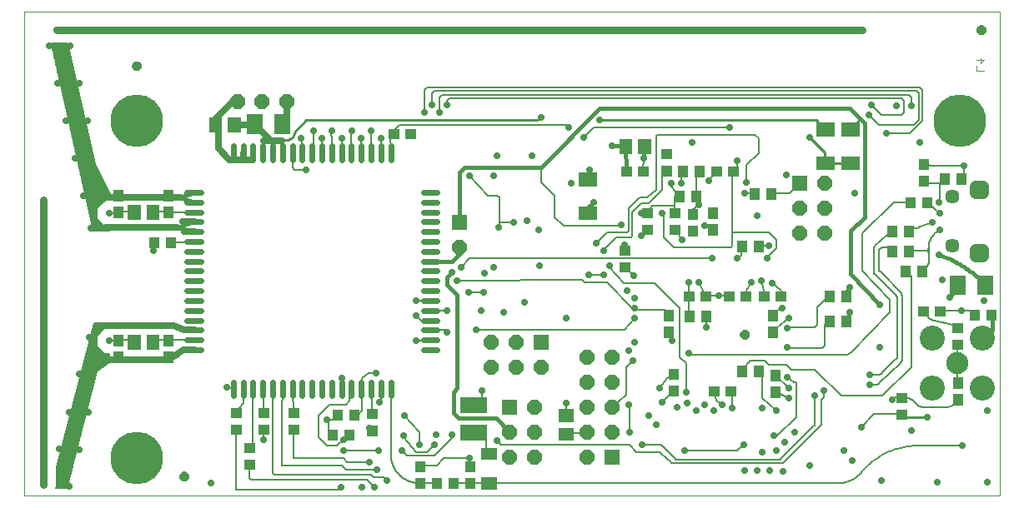
<source format=gbl>
G75*
%MOIN*%
%OFA0B0*%
%FSLAX25Y25*%
%IPPOS*%
%LPD*%
%AMOC8*
5,1,8,0,0,1.08239X$1,22.5*
%
%ADD10C,0.00000*%
%ADD11C,0.00300*%
%ADD12C,0.00236*%
%ADD13C,0.00256*%
%ADD14C,0.00220*%
%ADD15C,0.21000*%
%ADD16C,0.00252*%
%ADD17R,0.06000X0.06000*%
%ADD18OC8,0.06000*%
%ADD19C,0.02362*%
%ADD20C,0.05709*%
%ADD21C,0.04252*%
%ADD22C,0.08850*%
%ADD23C,0.10050*%
%ADD24C,0.01969*%
%ADD25OC8,0.02400*%
%ADD26C,0.00600*%
%ADD27C,0.01600*%
%ADD28C,0.02520*%
%ADD29C,0.00886*%
%ADD30C,0.01000*%
%ADD31C,0.00591*%
%ADD32C,0.01150*%
%ADD33C,0.01378*%
%ADD34C,0.00800*%
%ADD35C,0.02378*%
%ADD36C,0.03150*%
D10*
X0022595Y0009348D02*
X0412516Y0009348D01*
X0412516Y0203167D01*
X0022595Y0203167D01*
X0022595Y0009348D01*
D11*
X0403245Y0179498D02*
X0403245Y0181433D01*
X0404696Y0182445D02*
X0404696Y0184380D01*
X0403245Y0183896D02*
X0406148Y0183896D01*
X0404696Y0182445D01*
X0403245Y0179498D02*
X0406148Y0179498D01*
D12*
X0380245Y0144241D02*
X0380245Y0140147D01*
X0380245Y0144241D02*
X0383945Y0144241D01*
X0383945Y0140147D01*
X0380245Y0140147D01*
X0380245Y0140382D02*
X0383945Y0140382D01*
X0383945Y0140617D02*
X0380245Y0140617D01*
X0380245Y0140852D02*
X0383945Y0140852D01*
X0383945Y0141087D02*
X0380245Y0141087D01*
X0380245Y0141322D02*
X0383945Y0141322D01*
X0383945Y0141557D02*
X0380245Y0141557D01*
X0380245Y0141792D02*
X0383945Y0141792D01*
X0383945Y0142027D02*
X0380245Y0142027D01*
X0380245Y0142262D02*
X0383945Y0142262D01*
X0383945Y0142497D02*
X0380245Y0142497D01*
X0380245Y0142732D02*
X0383945Y0142732D01*
X0383945Y0142967D02*
X0380245Y0142967D01*
X0380245Y0143202D02*
X0383945Y0143202D01*
X0383945Y0143437D02*
X0380245Y0143437D01*
X0380245Y0143672D02*
X0383945Y0143672D01*
X0383945Y0143907D02*
X0380245Y0143907D01*
X0380245Y0144142D02*
X0383945Y0144142D01*
X0388399Y0138395D02*
X0392099Y0138395D01*
X0392099Y0134301D01*
X0388399Y0134301D01*
X0388399Y0138395D01*
X0388399Y0134536D02*
X0392099Y0134536D01*
X0392099Y0134771D02*
X0388399Y0134771D01*
X0388399Y0135006D02*
X0392099Y0135006D01*
X0392099Y0135241D02*
X0388399Y0135241D01*
X0388399Y0135476D02*
X0392099Y0135476D01*
X0392099Y0135711D02*
X0388399Y0135711D01*
X0388399Y0135946D02*
X0392099Y0135946D01*
X0392099Y0136181D02*
X0388399Y0136181D01*
X0388399Y0136416D02*
X0392099Y0136416D01*
X0392099Y0136651D02*
X0388399Y0136651D01*
X0388399Y0136886D02*
X0392099Y0136886D01*
X0392099Y0137121D02*
X0388399Y0137121D01*
X0388399Y0137356D02*
X0392099Y0137356D01*
X0392099Y0137591D02*
X0388399Y0137591D01*
X0388399Y0137826D02*
X0392099Y0137826D01*
X0392099Y0138061D02*
X0388399Y0138061D01*
X0388399Y0138296D02*
X0392099Y0138296D01*
X0395092Y0138395D02*
X0398792Y0138395D01*
X0398792Y0134301D01*
X0395092Y0134301D01*
X0395092Y0138395D01*
X0395092Y0134536D02*
X0398792Y0134536D01*
X0398792Y0134771D02*
X0395092Y0134771D01*
X0395092Y0135006D02*
X0398792Y0135006D01*
X0398792Y0135241D02*
X0395092Y0135241D01*
X0395092Y0135476D02*
X0398792Y0135476D01*
X0398792Y0135711D02*
X0395092Y0135711D01*
X0395092Y0135946D02*
X0398792Y0135946D01*
X0398792Y0136181D02*
X0395092Y0136181D01*
X0395092Y0136416D02*
X0398792Y0136416D01*
X0398792Y0136651D02*
X0395092Y0136651D01*
X0395092Y0136886D02*
X0398792Y0136886D01*
X0398792Y0137121D02*
X0395092Y0137121D01*
X0395092Y0137356D02*
X0398792Y0137356D01*
X0398792Y0137591D02*
X0395092Y0137591D01*
X0395092Y0137826D02*
X0398792Y0137826D01*
X0398792Y0138061D02*
X0395092Y0138061D01*
X0395092Y0138296D02*
X0398792Y0138296D01*
X0380245Y0137549D02*
X0380245Y0133455D01*
X0380245Y0137549D02*
X0383945Y0137549D01*
X0383945Y0133455D01*
X0380245Y0133455D01*
X0380245Y0133690D02*
X0383945Y0133690D01*
X0383945Y0133925D02*
X0380245Y0133925D01*
X0380245Y0134160D02*
X0383945Y0134160D01*
X0383945Y0134395D02*
X0380245Y0134395D01*
X0380245Y0134630D02*
X0383945Y0134630D01*
X0383945Y0134865D02*
X0380245Y0134865D01*
X0380245Y0135100D02*
X0383945Y0135100D01*
X0383945Y0135335D02*
X0380245Y0135335D01*
X0380245Y0135570D02*
X0383945Y0135570D01*
X0383945Y0135805D02*
X0380245Y0135805D01*
X0380245Y0136040D02*
X0383945Y0136040D01*
X0383945Y0136275D02*
X0380245Y0136275D01*
X0380245Y0136510D02*
X0383945Y0136510D01*
X0383945Y0136745D02*
X0380245Y0136745D01*
X0380245Y0136980D02*
X0383945Y0136980D01*
X0383945Y0137215D02*
X0380245Y0137215D01*
X0380245Y0137450D02*
X0383945Y0137450D01*
X0385292Y0128895D02*
X0381592Y0128895D01*
X0385292Y0128895D02*
X0385292Y0124801D01*
X0381592Y0124801D01*
X0381592Y0128895D01*
X0381592Y0125036D02*
X0385292Y0125036D01*
X0385292Y0125271D02*
X0381592Y0125271D01*
X0381592Y0125506D02*
X0385292Y0125506D01*
X0385292Y0125741D02*
X0381592Y0125741D01*
X0381592Y0125976D02*
X0385292Y0125976D01*
X0385292Y0126211D02*
X0381592Y0126211D01*
X0381592Y0126446D02*
X0385292Y0126446D01*
X0385292Y0126681D02*
X0381592Y0126681D01*
X0381592Y0126916D02*
X0385292Y0126916D01*
X0385292Y0127151D02*
X0381592Y0127151D01*
X0381592Y0127386D02*
X0385292Y0127386D01*
X0385292Y0127621D02*
X0381592Y0127621D01*
X0381592Y0127856D02*
X0385292Y0127856D01*
X0385292Y0128091D02*
X0381592Y0128091D01*
X0381592Y0128326D02*
X0385292Y0128326D01*
X0385292Y0128561D02*
X0381592Y0128561D01*
X0381592Y0128796D02*
X0385292Y0128796D01*
X0378599Y0128895D02*
X0374899Y0128895D01*
X0378599Y0128895D02*
X0378599Y0124801D01*
X0374899Y0124801D01*
X0374899Y0128895D01*
X0374899Y0125036D02*
X0378599Y0125036D01*
X0378599Y0125271D02*
X0374899Y0125271D01*
X0374899Y0125506D02*
X0378599Y0125506D01*
X0378599Y0125741D02*
X0374899Y0125741D01*
X0374899Y0125976D02*
X0378599Y0125976D01*
X0378599Y0126211D02*
X0374899Y0126211D01*
X0374899Y0126446D02*
X0378599Y0126446D01*
X0378599Y0126681D02*
X0374899Y0126681D01*
X0374899Y0126916D02*
X0378599Y0126916D01*
X0378599Y0127151D02*
X0374899Y0127151D01*
X0374899Y0127386D02*
X0378599Y0127386D01*
X0378599Y0127621D02*
X0374899Y0127621D01*
X0374899Y0127856D02*
X0378599Y0127856D01*
X0378599Y0128091D02*
X0374899Y0128091D01*
X0374899Y0128326D02*
X0378599Y0128326D01*
X0378599Y0128561D02*
X0374899Y0128561D01*
X0374899Y0128796D02*
X0378599Y0128796D01*
X0377792Y0117395D02*
X0374092Y0117395D01*
X0377792Y0117395D02*
X0377792Y0113301D01*
X0374092Y0113301D01*
X0374092Y0117395D01*
X0374092Y0113536D02*
X0377792Y0113536D01*
X0377792Y0113771D02*
X0374092Y0113771D01*
X0374092Y0114006D02*
X0377792Y0114006D01*
X0377792Y0114241D02*
X0374092Y0114241D01*
X0374092Y0114476D02*
X0377792Y0114476D01*
X0377792Y0114711D02*
X0374092Y0114711D01*
X0374092Y0114946D02*
X0377792Y0114946D01*
X0377792Y0115181D02*
X0374092Y0115181D01*
X0374092Y0115416D02*
X0377792Y0115416D01*
X0377792Y0115651D02*
X0374092Y0115651D01*
X0374092Y0115886D02*
X0377792Y0115886D01*
X0377792Y0116121D02*
X0374092Y0116121D01*
X0374092Y0116356D02*
X0377792Y0116356D01*
X0377792Y0116591D02*
X0374092Y0116591D01*
X0374092Y0116826D02*
X0377792Y0116826D01*
X0377792Y0117061D02*
X0374092Y0117061D01*
X0374092Y0117296D02*
X0377792Y0117296D01*
X0371099Y0117395D02*
X0367399Y0117395D01*
X0371099Y0117395D02*
X0371099Y0113301D01*
X0367399Y0113301D01*
X0367399Y0117395D01*
X0367399Y0113536D02*
X0371099Y0113536D01*
X0371099Y0113771D02*
X0367399Y0113771D01*
X0367399Y0114006D02*
X0371099Y0114006D01*
X0371099Y0114241D02*
X0367399Y0114241D01*
X0367399Y0114476D02*
X0371099Y0114476D01*
X0371099Y0114711D02*
X0367399Y0114711D01*
X0367399Y0114946D02*
X0371099Y0114946D01*
X0371099Y0115181D02*
X0367399Y0115181D01*
X0367399Y0115416D02*
X0371099Y0115416D01*
X0371099Y0115651D02*
X0367399Y0115651D01*
X0367399Y0115886D02*
X0371099Y0115886D01*
X0371099Y0116121D02*
X0367399Y0116121D01*
X0367399Y0116356D02*
X0371099Y0116356D01*
X0371099Y0116591D02*
X0367399Y0116591D01*
X0367399Y0116826D02*
X0371099Y0116826D01*
X0371099Y0117061D02*
X0367399Y0117061D01*
X0367399Y0117296D02*
X0371099Y0117296D01*
X0371099Y0109395D02*
X0367399Y0109395D01*
X0371099Y0109395D02*
X0371099Y0105301D01*
X0367399Y0105301D01*
X0367399Y0109395D01*
X0367399Y0105536D02*
X0371099Y0105536D01*
X0371099Y0105771D02*
X0367399Y0105771D01*
X0367399Y0106006D02*
X0371099Y0106006D01*
X0371099Y0106241D02*
X0367399Y0106241D01*
X0367399Y0106476D02*
X0371099Y0106476D01*
X0371099Y0106711D02*
X0367399Y0106711D01*
X0367399Y0106946D02*
X0371099Y0106946D01*
X0371099Y0107181D02*
X0367399Y0107181D01*
X0367399Y0107416D02*
X0371099Y0107416D01*
X0371099Y0107651D02*
X0367399Y0107651D01*
X0367399Y0107886D02*
X0371099Y0107886D01*
X0371099Y0108121D02*
X0367399Y0108121D01*
X0367399Y0108356D02*
X0371099Y0108356D01*
X0371099Y0108591D02*
X0367399Y0108591D01*
X0367399Y0108826D02*
X0371099Y0108826D01*
X0371099Y0109061D02*
X0367399Y0109061D01*
X0367399Y0109296D02*
X0371099Y0109296D01*
X0374092Y0109395D02*
X0377792Y0109395D01*
X0377792Y0105301D01*
X0374092Y0105301D01*
X0374092Y0109395D01*
X0374092Y0105536D02*
X0377792Y0105536D01*
X0377792Y0105771D02*
X0374092Y0105771D01*
X0374092Y0106006D02*
X0377792Y0106006D01*
X0377792Y0106241D02*
X0374092Y0106241D01*
X0374092Y0106476D02*
X0377792Y0106476D01*
X0377792Y0106711D02*
X0374092Y0106711D01*
X0374092Y0106946D02*
X0377792Y0106946D01*
X0377792Y0107181D02*
X0374092Y0107181D01*
X0374092Y0107416D02*
X0377792Y0107416D01*
X0377792Y0107651D02*
X0374092Y0107651D01*
X0374092Y0107886D02*
X0377792Y0107886D01*
X0377792Y0108121D02*
X0374092Y0108121D01*
X0374092Y0108356D02*
X0377792Y0108356D01*
X0377792Y0108591D02*
X0374092Y0108591D01*
X0374092Y0108826D02*
X0377792Y0108826D01*
X0377792Y0109061D02*
X0374092Y0109061D01*
X0374092Y0109296D02*
X0377792Y0109296D01*
X0376599Y0101395D02*
X0372899Y0101395D01*
X0376599Y0101395D02*
X0376599Y0097301D01*
X0372899Y0097301D01*
X0372899Y0101395D01*
X0372899Y0097536D02*
X0376599Y0097536D01*
X0376599Y0097771D02*
X0372899Y0097771D01*
X0372899Y0098006D02*
X0376599Y0098006D01*
X0376599Y0098241D02*
X0372899Y0098241D01*
X0372899Y0098476D02*
X0376599Y0098476D01*
X0376599Y0098711D02*
X0372899Y0098711D01*
X0372899Y0098946D02*
X0376599Y0098946D01*
X0376599Y0099181D02*
X0372899Y0099181D01*
X0372899Y0099416D02*
X0376599Y0099416D01*
X0376599Y0099651D02*
X0372899Y0099651D01*
X0372899Y0099886D02*
X0376599Y0099886D01*
X0376599Y0100121D02*
X0372899Y0100121D01*
X0372899Y0100356D02*
X0376599Y0100356D01*
X0376599Y0100591D02*
X0372899Y0100591D01*
X0372899Y0100826D02*
X0376599Y0100826D01*
X0376599Y0101061D02*
X0372899Y0101061D01*
X0372899Y0101296D02*
X0376599Y0101296D01*
X0379592Y0101395D02*
X0383292Y0101395D01*
X0383292Y0097301D01*
X0379592Y0097301D01*
X0379592Y0101395D01*
X0379592Y0097536D02*
X0383292Y0097536D01*
X0383292Y0097771D02*
X0379592Y0097771D01*
X0379592Y0098006D02*
X0383292Y0098006D01*
X0383292Y0098241D02*
X0379592Y0098241D01*
X0379592Y0098476D02*
X0383292Y0098476D01*
X0383292Y0098711D02*
X0379592Y0098711D01*
X0379592Y0098946D02*
X0383292Y0098946D01*
X0383292Y0099181D02*
X0379592Y0099181D01*
X0379592Y0099416D02*
X0383292Y0099416D01*
X0383292Y0099651D02*
X0379592Y0099651D01*
X0379592Y0099886D02*
X0383292Y0099886D01*
X0383292Y0100121D02*
X0379592Y0100121D01*
X0379592Y0100356D02*
X0383292Y0100356D01*
X0383292Y0100591D02*
X0379592Y0100591D01*
X0379592Y0100826D02*
X0383292Y0100826D01*
X0383292Y0101061D02*
X0379592Y0101061D01*
X0379592Y0101296D02*
X0383292Y0101296D01*
X0352792Y0087301D02*
X0349092Y0087301D01*
X0349092Y0091395D01*
X0352792Y0091395D01*
X0352792Y0087301D01*
X0352792Y0087536D02*
X0349092Y0087536D01*
X0349092Y0087771D02*
X0352792Y0087771D01*
X0352792Y0088006D02*
X0349092Y0088006D01*
X0349092Y0088241D02*
X0352792Y0088241D01*
X0352792Y0088476D02*
X0349092Y0088476D01*
X0349092Y0088711D02*
X0352792Y0088711D01*
X0352792Y0088946D02*
X0349092Y0088946D01*
X0349092Y0089181D02*
X0352792Y0089181D01*
X0352792Y0089416D02*
X0349092Y0089416D01*
X0349092Y0089651D02*
X0352792Y0089651D01*
X0352792Y0089886D02*
X0349092Y0089886D01*
X0349092Y0090121D02*
X0352792Y0090121D01*
X0352792Y0090356D02*
X0349092Y0090356D01*
X0349092Y0090591D02*
X0352792Y0090591D01*
X0352792Y0090826D02*
X0349092Y0090826D01*
X0349092Y0091061D02*
X0352792Y0091061D01*
X0352792Y0091296D02*
X0349092Y0091296D01*
X0346099Y0087301D02*
X0342399Y0087301D01*
X0342399Y0091395D01*
X0346099Y0091395D01*
X0346099Y0087301D01*
X0346099Y0087536D02*
X0342399Y0087536D01*
X0342399Y0087771D02*
X0346099Y0087771D01*
X0346099Y0088006D02*
X0342399Y0088006D01*
X0342399Y0088241D02*
X0346099Y0088241D01*
X0346099Y0088476D02*
X0342399Y0088476D01*
X0342399Y0088711D02*
X0346099Y0088711D01*
X0346099Y0088946D02*
X0342399Y0088946D01*
X0342399Y0089181D02*
X0346099Y0089181D01*
X0346099Y0089416D02*
X0342399Y0089416D01*
X0342399Y0089651D02*
X0346099Y0089651D01*
X0346099Y0089886D02*
X0342399Y0089886D01*
X0342399Y0090121D02*
X0346099Y0090121D01*
X0346099Y0090356D02*
X0342399Y0090356D01*
X0342399Y0090591D02*
X0346099Y0090591D01*
X0346099Y0090826D02*
X0342399Y0090826D01*
X0342399Y0091061D02*
X0346099Y0091061D01*
X0346099Y0091296D02*
X0342399Y0091296D01*
X0326989Y0091198D02*
X0322895Y0091198D01*
X0326989Y0091198D02*
X0326989Y0087498D01*
X0322895Y0087498D01*
X0322895Y0091198D01*
X0322895Y0087733D02*
X0326989Y0087733D01*
X0326989Y0087968D02*
X0322895Y0087968D01*
X0322895Y0088203D02*
X0326989Y0088203D01*
X0326989Y0088438D02*
X0322895Y0088438D01*
X0322895Y0088673D02*
X0326989Y0088673D01*
X0326989Y0088908D02*
X0322895Y0088908D01*
X0322895Y0089143D02*
X0326989Y0089143D01*
X0326989Y0089378D02*
X0322895Y0089378D01*
X0322895Y0089613D02*
X0326989Y0089613D01*
X0326989Y0089848D02*
X0322895Y0089848D01*
X0322895Y0090083D02*
X0326989Y0090083D01*
X0326989Y0090318D02*
X0322895Y0090318D01*
X0322895Y0090553D02*
X0326989Y0090553D01*
X0326989Y0090788D02*
X0322895Y0090788D01*
X0322895Y0091023D02*
X0326989Y0091023D01*
X0320296Y0091198D02*
X0316202Y0091198D01*
X0320296Y0091198D02*
X0320296Y0087498D01*
X0316202Y0087498D01*
X0316202Y0091198D01*
X0316202Y0087733D02*
X0320296Y0087733D01*
X0320296Y0087968D02*
X0316202Y0087968D01*
X0316202Y0088203D02*
X0320296Y0088203D01*
X0320296Y0088438D02*
X0316202Y0088438D01*
X0316202Y0088673D02*
X0320296Y0088673D01*
X0320296Y0088908D02*
X0316202Y0088908D01*
X0316202Y0089143D02*
X0320296Y0089143D01*
X0320296Y0089378D02*
X0316202Y0089378D01*
X0316202Y0089613D02*
X0320296Y0089613D01*
X0320296Y0089848D02*
X0316202Y0089848D01*
X0316202Y0090083D02*
X0320296Y0090083D01*
X0320296Y0090318D02*
X0316202Y0090318D01*
X0316202Y0090553D02*
X0320296Y0090553D01*
X0320296Y0090788D02*
X0316202Y0090788D01*
X0316202Y0091023D02*
X0320296Y0091023D01*
X0312989Y0091198D02*
X0308895Y0091198D01*
X0312989Y0091198D02*
X0312989Y0087498D01*
X0308895Y0087498D01*
X0308895Y0091198D01*
X0308895Y0087733D02*
X0312989Y0087733D01*
X0312989Y0087968D02*
X0308895Y0087968D01*
X0308895Y0088203D02*
X0312989Y0088203D01*
X0312989Y0088438D02*
X0308895Y0088438D01*
X0308895Y0088673D02*
X0312989Y0088673D01*
X0312989Y0088908D02*
X0308895Y0088908D01*
X0308895Y0089143D02*
X0312989Y0089143D01*
X0312989Y0089378D02*
X0308895Y0089378D01*
X0308895Y0089613D02*
X0312989Y0089613D01*
X0312989Y0089848D02*
X0308895Y0089848D01*
X0308895Y0090083D02*
X0312989Y0090083D01*
X0312989Y0090318D02*
X0308895Y0090318D01*
X0308895Y0090553D02*
X0312989Y0090553D01*
X0312989Y0090788D02*
X0308895Y0090788D01*
X0308895Y0091023D02*
X0312989Y0091023D01*
X0306296Y0091198D02*
X0302202Y0091198D01*
X0306296Y0091198D02*
X0306296Y0087498D01*
X0302202Y0087498D01*
X0302202Y0091198D01*
X0302202Y0087733D02*
X0306296Y0087733D01*
X0306296Y0087968D02*
X0302202Y0087968D01*
X0302202Y0088203D02*
X0306296Y0088203D01*
X0306296Y0088438D02*
X0302202Y0088438D01*
X0302202Y0088673D02*
X0306296Y0088673D01*
X0306296Y0088908D02*
X0302202Y0088908D01*
X0302202Y0089143D02*
X0306296Y0089143D01*
X0306296Y0089378D02*
X0302202Y0089378D01*
X0302202Y0089613D02*
X0306296Y0089613D01*
X0306296Y0089848D02*
X0302202Y0089848D01*
X0302202Y0090083D02*
X0306296Y0090083D01*
X0306296Y0090318D02*
X0302202Y0090318D01*
X0302202Y0090553D02*
X0306296Y0090553D01*
X0306296Y0090788D02*
X0302202Y0090788D01*
X0302202Y0091023D02*
X0306296Y0091023D01*
X0296989Y0087498D02*
X0292895Y0087498D01*
X0292895Y0091198D01*
X0296989Y0091198D01*
X0296989Y0087498D01*
X0296989Y0087733D02*
X0292895Y0087733D01*
X0292895Y0087968D02*
X0296989Y0087968D01*
X0296989Y0088203D02*
X0292895Y0088203D01*
X0292895Y0088438D02*
X0296989Y0088438D01*
X0296989Y0088673D02*
X0292895Y0088673D01*
X0292895Y0088908D02*
X0296989Y0088908D01*
X0296989Y0089143D02*
X0292895Y0089143D01*
X0292895Y0089378D02*
X0296989Y0089378D01*
X0296989Y0089613D02*
X0292895Y0089613D01*
X0292895Y0089848D02*
X0296989Y0089848D01*
X0296989Y0090083D02*
X0292895Y0090083D01*
X0292895Y0090318D02*
X0296989Y0090318D01*
X0296989Y0090553D02*
X0292895Y0090553D01*
X0292895Y0090788D02*
X0296989Y0090788D01*
X0296989Y0091023D02*
X0292895Y0091023D01*
X0290296Y0087498D02*
X0286202Y0087498D01*
X0286202Y0091198D01*
X0290296Y0091198D01*
X0290296Y0087498D01*
X0290296Y0087733D02*
X0286202Y0087733D01*
X0286202Y0087968D02*
X0290296Y0087968D01*
X0290296Y0088203D02*
X0286202Y0088203D01*
X0286202Y0088438D02*
X0290296Y0088438D01*
X0290296Y0088673D02*
X0286202Y0088673D01*
X0286202Y0088908D02*
X0290296Y0088908D01*
X0290296Y0089143D02*
X0286202Y0089143D01*
X0286202Y0089378D02*
X0290296Y0089378D01*
X0290296Y0089613D02*
X0286202Y0089613D01*
X0286202Y0089848D02*
X0290296Y0089848D01*
X0290296Y0090083D02*
X0286202Y0090083D01*
X0286202Y0090318D02*
X0290296Y0090318D01*
X0290296Y0090553D02*
X0286202Y0090553D01*
X0286202Y0090788D02*
X0290296Y0090788D01*
X0290296Y0091023D02*
X0286202Y0091023D01*
X0286399Y0079301D02*
X0290099Y0079301D01*
X0286399Y0079301D02*
X0286399Y0083395D01*
X0290099Y0083395D01*
X0290099Y0079301D01*
X0290099Y0079536D02*
X0286399Y0079536D01*
X0286399Y0079771D02*
X0290099Y0079771D01*
X0290099Y0080006D02*
X0286399Y0080006D01*
X0286399Y0080241D02*
X0290099Y0080241D01*
X0290099Y0080476D02*
X0286399Y0080476D01*
X0286399Y0080711D02*
X0290099Y0080711D01*
X0290099Y0080946D02*
X0286399Y0080946D01*
X0286399Y0081181D02*
X0290099Y0081181D01*
X0290099Y0081416D02*
X0286399Y0081416D01*
X0286399Y0081651D02*
X0290099Y0081651D01*
X0290099Y0081886D02*
X0286399Y0081886D01*
X0286399Y0082121D02*
X0290099Y0082121D01*
X0290099Y0082356D02*
X0286399Y0082356D01*
X0286399Y0082591D02*
X0290099Y0082591D01*
X0290099Y0082826D02*
X0286399Y0082826D01*
X0286399Y0083061D02*
X0290099Y0083061D01*
X0290099Y0083296D02*
X0286399Y0083296D01*
X0278245Y0083741D02*
X0278245Y0079647D01*
X0278245Y0083741D02*
X0281945Y0083741D01*
X0281945Y0079647D01*
X0278245Y0079647D01*
X0278245Y0079882D02*
X0281945Y0079882D01*
X0281945Y0080117D02*
X0278245Y0080117D01*
X0278245Y0080352D02*
X0281945Y0080352D01*
X0281945Y0080587D02*
X0278245Y0080587D01*
X0278245Y0080822D02*
X0281945Y0080822D01*
X0281945Y0081057D02*
X0278245Y0081057D01*
X0278245Y0081292D02*
X0281945Y0081292D01*
X0281945Y0081527D02*
X0278245Y0081527D01*
X0278245Y0081762D02*
X0281945Y0081762D01*
X0281945Y0081997D02*
X0278245Y0081997D01*
X0278245Y0082232D02*
X0281945Y0082232D01*
X0281945Y0082467D02*
X0278245Y0082467D01*
X0278245Y0082702D02*
X0281945Y0082702D01*
X0281945Y0082937D02*
X0278245Y0082937D01*
X0278245Y0083172D02*
X0281945Y0083172D01*
X0281945Y0083407D02*
X0278245Y0083407D01*
X0278245Y0083642D02*
X0281945Y0083642D01*
X0278245Y0077049D02*
X0278245Y0072955D01*
X0278245Y0077049D02*
X0281945Y0077049D01*
X0281945Y0072955D01*
X0278245Y0072955D01*
X0278245Y0073190D02*
X0281945Y0073190D01*
X0281945Y0073425D02*
X0278245Y0073425D01*
X0278245Y0073660D02*
X0281945Y0073660D01*
X0281945Y0073895D02*
X0278245Y0073895D01*
X0278245Y0074130D02*
X0281945Y0074130D01*
X0281945Y0074365D02*
X0278245Y0074365D01*
X0278245Y0074600D02*
X0281945Y0074600D01*
X0281945Y0074835D02*
X0278245Y0074835D01*
X0278245Y0075070D02*
X0281945Y0075070D01*
X0281945Y0075305D02*
X0278245Y0075305D01*
X0278245Y0075540D02*
X0281945Y0075540D01*
X0281945Y0075775D02*
X0278245Y0075775D01*
X0278245Y0076010D02*
X0281945Y0076010D01*
X0281945Y0076245D02*
X0278245Y0076245D01*
X0278245Y0076480D02*
X0281945Y0076480D01*
X0281945Y0076715D02*
X0278245Y0076715D01*
X0278245Y0076950D02*
X0281945Y0076950D01*
X0293092Y0079301D02*
X0296792Y0079301D01*
X0293092Y0079301D02*
X0293092Y0083395D01*
X0296792Y0083395D01*
X0296792Y0079301D01*
X0296792Y0079536D02*
X0293092Y0079536D01*
X0293092Y0079771D02*
X0296792Y0079771D01*
X0296792Y0080006D02*
X0293092Y0080006D01*
X0293092Y0080241D02*
X0296792Y0080241D01*
X0296792Y0080476D02*
X0293092Y0080476D01*
X0293092Y0080711D02*
X0296792Y0080711D01*
X0296792Y0080946D02*
X0293092Y0080946D01*
X0293092Y0081181D02*
X0296792Y0081181D01*
X0296792Y0081416D02*
X0293092Y0081416D01*
X0293092Y0081651D02*
X0296792Y0081651D01*
X0296792Y0081886D02*
X0293092Y0081886D01*
X0293092Y0082121D02*
X0296792Y0082121D01*
X0296792Y0082356D02*
X0293092Y0082356D01*
X0293092Y0082591D02*
X0296792Y0082591D01*
X0296792Y0082826D02*
X0293092Y0082826D01*
X0293092Y0083061D02*
X0296792Y0083061D01*
X0296792Y0083296D02*
X0293092Y0083296D01*
X0319745Y0083741D02*
X0319745Y0079647D01*
X0319745Y0083741D02*
X0323445Y0083741D01*
X0323445Y0079647D01*
X0319745Y0079647D01*
X0319745Y0079882D02*
X0323445Y0079882D01*
X0323445Y0080117D02*
X0319745Y0080117D01*
X0319745Y0080352D02*
X0323445Y0080352D01*
X0323445Y0080587D02*
X0319745Y0080587D01*
X0319745Y0080822D02*
X0323445Y0080822D01*
X0323445Y0081057D02*
X0319745Y0081057D01*
X0319745Y0081292D02*
X0323445Y0081292D01*
X0323445Y0081527D02*
X0319745Y0081527D01*
X0319745Y0081762D02*
X0323445Y0081762D01*
X0323445Y0081997D02*
X0319745Y0081997D01*
X0319745Y0082232D02*
X0323445Y0082232D01*
X0323445Y0082467D02*
X0319745Y0082467D01*
X0319745Y0082702D02*
X0323445Y0082702D01*
X0323445Y0082937D02*
X0319745Y0082937D01*
X0319745Y0083172D02*
X0323445Y0083172D01*
X0323445Y0083407D02*
X0319745Y0083407D01*
X0319745Y0083642D02*
X0323445Y0083642D01*
X0319745Y0077049D02*
X0319745Y0072955D01*
X0319745Y0077049D02*
X0323445Y0077049D01*
X0323445Y0072955D01*
X0319745Y0072955D01*
X0319745Y0073190D02*
X0323445Y0073190D01*
X0323445Y0073425D02*
X0319745Y0073425D01*
X0319745Y0073660D02*
X0323445Y0073660D01*
X0323445Y0073895D02*
X0319745Y0073895D01*
X0319745Y0074130D02*
X0323445Y0074130D01*
X0323445Y0074365D02*
X0319745Y0074365D01*
X0319745Y0074600D02*
X0323445Y0074600D01*
X0323445Y0074835D02*
X0319745Y0074835D01*
X0319745Y0075070D02*
X0323445Y0075070D01*
X0323445Y0075305D02*
X0319745Y0075305D01*
X0319745Y0075540D02*
X0323445Y0075540D01*
X0323445Y0075775D02*
X0319745Y0075775D01*
X0319745Y0076010D02*
X0323445Y0076010D01*
X0323445Y0076245D02*
X0319745Y0076245D01*
X0319745Y0076480D02*
X0323445Y0076480D01*
X0323445Y0076715D02*
X0319745Y0076715D01*
X0319745Y0076950D02*
X0323445Y0076950D01*
X0342399Y0077301D02*
X0346099Y0077301D01*
X0342399Y0077301D02*
X0342399Y0081395D01*
X0346099Y0081395D01*
X0346099Y0077301D01*
X0346099Y0077536D02*
X0342399Y0077536D01*
X0342399Y0077771D02*
X0346099Y0077771D01*
X0346099Y0078006D02*
X0342399Y0078006D01*
X0342399Y0078241D02*
X0346099Y0078241D01*
X0346099Y0078476D02*
X0342399Y0078476D01*
X0342399Y0078711D02*
X0346099Y0078711D01*
X0346099Y0078946D02*
X0342399Y0078946D01*
X0342399Y0079181D02*
X0346099Y0079181D01*
X0346099Y0079416D02*
X0342399Y0079416D01*
X0342399Y0079651D02*
X0346099Y0079651D01*
X0346099Y0079886D02*
X0342399Y0079886D01*
X0342399Y0080121D02*
X0346099Y0080121D01*
X0346099Y0080356D02*
X0342399Y0080356D01*
X0342399Y0080591D02*
X0346099Y0080591D01*
X0346099Y0080826D02*
X0342399Y0080826D01*
X0342399Y0081061D02*
X0346099Y0081061D01*
X0346099Y0081296D02*
X0342399Y0081296D01*
X0349092Y0077301D02*
X0352792Y0077301D01*
X0349092Y0077301D02*
X0349092Y0081395D01*
X0352792Y0081395D01*
X0352792Y0077301D01*
X0352792Y0077536D02*
X0349092Y0077536D01*
X0349092Y0077771D02*
X0352792Y0077771D01*
X0352792Y0078006D02*
X0349092Y0078006D01*
X0349092Y0078241D02*
X0352792Y0078241D01*
X0352792Y0078476D02*
X0349092Y0078476D01*
X0349092Y0078711D02*
X0352792Y0078711D01*
X0352792Y0078946D02*
X0349092Y0078946D01*
X0349092Y0079181D02*
X0352792Y0079181D01*
X0352792Y0079416D02*
X0349092Y0079416D01*
X0349092Y0079651D02*
X0352792Y0079651D01*
X0352792Y0079886D02*
X0349092Y0079886D01*
X0349092Y0080121D02*
X0352792Y0080121D01*
X0352792Y0080356D02*
X0349092Y0080356D01*
X0349092Y0080591D02*
X0352792Y0080591D01*
X0352792Y0080826D02*
X0349092Y0080826D01*
X0349092Y0081061D02*
X0352792Y0081061D01*
X0352792Y0081296D02*
X0349092Y0081296D01*
X0379702Y0085198D02*
X0383796Y0085198D01*
X0383796Y0081498D01*
X0379702Y0081498D01*
X0379702Y0085198D01*
X0379702Y0081733D02*
X0383796Y0081733D01*
X0383796Y0081968D02*
X0379702Y0081968D01*
X0379702Y0082203D02*
X0383796Y0082203D01*
X0383796Y0082438D02*
X0379702Y0082438D01*
X0379702Y0082673D02*
X0383796Y0082673D01*
X0383796Y0082908D02*
X0379702Y0082908D01*
X0379702Y0083143D02*
X0383796Y0083143D01*
X0383796Y0083378D02*
X0379702Y0083378D01*
X0379702Y0083613D02*
X0383796Y0083613D01*
X0383796Y0083848D02*
X0379702Y0083848D01*
X0379702Y0084083D02*
X0383796Y0084083D01*
X0383796Y0084318D02*
X0379702Y0084318D01*
X0379702Y0084553D02*
X0383796Y0084553D01*
X0383796Y0084788D02*
X0379702Y0084788D01*
X0379702Y0085023D02*
X0383796Y0085023D01*
X0386395Y0085198D02*
X0390489Y0085198D01*
X0390489Y0081498D01*
X0386395Y0081498D01*
X0386395Y0085198D01*
X0386395Y0081733D02*
X0390489Y0081733D01*
X0390489Y0081968D02*
X0386395Y0081968D01*
X0386395Y0082203D02*
X0390489Y0082203D01*
X0390489Y0082438D02*
X0386395Y0082438D01*
X0386395Y0082673D02*
X0390489Y0082673D01*
X0390489Y0082908D02*
X0386395Y0082908D01*
X0386395Y0083143D02*
X0390489Y0083143D01*
X0390489Y0083378D02*
X0386395Y0083378D01*
X0386395Y0083613D02*
X0390489Y0083613D01*
X0390489Y0083848D02*
X0386395Y0083848D01*
X0386395Y0084083D02*
X0390489Y0084083D01*
X0390489Y0084318D02*
X0386395Y0084318D01*
X0386395Y0084553D02*
X0390489Y0084553D01*
X0390489Y0084788D02*
X0386395Y0084788D01*
X0386395Y0085023D02*
X0390489Y0085023D01*
X0400399Y0079801D02*
X0404099Y0079801D01*
X0400399Y0079801D02*
X0400399Y0083895D01*
X0404099Y0083895D01*
X0404099Y0079801D01*
X0404099Y0080036D02*
X0400399Y0080036D01*
X0400399Y0080271D02*
X0404099Y0080271D01*
X0404099Y0080506D02*
X0400399Y0080506D01*
X0400399Y0080741D02*
X0404099Y0080741D01*
X0404099Y0080976D02*
X0400399Y0080976D01*
X0400399Y0081211D02*
X0404099Y0081211D01*
X0404099Y0081446D02*
X0400399Y0081446D01*
X0400399Y0081681D02*
X0404099Y0081681D01*
X0404099Y0081916D02*
X0400399Y0081916D01*
X0400399Y0082151D02*
X0404099Y0082151D01*
X0404099Y0082386D02*
X0400399Y0082386D01*
X0400399Y0082621D02*
X0404099Y0082621D01*
X0404099Y0082856D02*
X0400399Y0082856D01*
X0400399Y0083091D02*
X0404099Y0083091D01*
X0404099Y0083326D02*
X0400399Y0083326D01*
X0400399Y0083561D02*
X0404099Y0083561D01*
X0404099Y0083796D02*
X0400399Y0083796D01*
X0407092Y0079801D02*
X0410792Y0079801D01*
X0407092Y0079801D02*
X0407092Y0083895D01*
X0410792Y0083895D01*
X0410792Y0079801D01*
X0410792Y0080036D02*
X0407092Y0080036D01*
X0407092Y0080271D02*
X0410792Y0080271D01*
X0410792Y0080506D02*
X0407092Y0080506D01*
X0407092Y0080741D02*
X0410792Y0080741D01*
X0410792Y0080976D02*
X0407092Y0080976D01*
X0407092Y0081211D02*
X0410792Y0081211D01*
X0410792Y0081446D02*
X0407092Y0081446D01*
X0407092Y0081681D02*
X0410792Y0081681D01*
X0410792Y0081916D02*
X0407092Y0081916D01*
X0407092Y0082151D02*
X0410792Y0082151D01*
X0410792Y0082386D02*
X0407092Y0082386D01*
X0407092Y0082621D02*
X0410792Y0082621D01*
X0410792Y0082856D02*
X0407092Y0082856D01*
X0407092Y0083091D02*
X0410792Y0083091D01*
X0410792Y0083326D02*
X0407092Y0083326D01*
X0407092Y0083561D02*
X0410792Y0083561D01*
X0410792Y0083796D02*
X0407092Y0083796D01*
X0393548Y0078544D02*
X0393548Y0074844D01*
X0393548Y0078544D02*
X0397642Y0078544D01*
X0397642Y0074844D01*
X0393548Y0074844D01*
X0393548Y0075079D02*
X0397642Y0075079D01*
X0397642Y0075314D02*
X0393548Y0075314D01*
X0393548Y0075549D02*
X0397642Y0075549D01*
X0397642Y0075784D02*
X0393548Y0075784D01*
X0393548Y0076019D02*
X0397642Y0076019D01*
X0397642Y0076254D02*
X0393548Y0076254D01*
X0393548Y0076489D02*
X0397642Y0076489D01*
X0397642Y0076724D02*
X0393548Y0076724D01*
X0393548Y0076959D02*
X0397642Y0076959D01*
X0397642Y0077194D02*
X0393548Y0077194D01*
X0393548Y0077429D02*
X0397642Y0077429D01*
X0397642Y0077664D02*
X0393548Y0077664D01*
X0393548Y0077899D02*
X0397642Y0077899D01*
X0397642Y0078134D02*
X0393548Y0078134D01*
X0393548Y0078369D02*
X0397642Y0078369D01*
X0393548Y0071852D02*
X0393548Y0068152D01*
X0393548Y0071852D02*
X0397642Y0071852D01*
X0397642Y0068152D01*
X0393548Y0068152D01*
X0393548Y0068387D02*
X0397642Y0068387D01*
X0397642Y0068622D02*
X0393548Y0068622D01*
X0393548Y0068857D02*
X0397642Y0068857D01*
X0397642Y0069092D02*
X0393548Y0069092D01*
X0393548Y0069327D02*
X0397642Y0069327D01*
X0397642Y0069562D02*
X0393548Y0069562D01*
X0393548Y0069797D02*
X0397642Y0069797D01*
X0397642Y0070032D02*
X0393548Y0070032D01*
X0393548Y0070267D02*
X0397642Y0070267D01*
X0397642Y0070502D02*
X0393548Y0070502D01*
X0393548Y0070737D02*
X0397642Y0070737D01*
X0397642Y0070972D02*
X0393548Y0070972D01*
X0393548Y0071207D02*
X0397642Y0071207D01*
X0397642Y0071442D02*
X0393548Y0071442D01*
X0393548Y0071677D02*
X0397642Y0071677D01*
X0397445Y0056741D02*
X0397445Y0052647D01*
X0393745Y0052647D01*
X0393745Y0056741D01*
X0397445Y0056741D01*
X0397445Y0052882D02*
X0393745Y0052882D01*
X0393745Y0053117D02*
X0397445Y0053117D01*
X0397445Y0053352D02*
X0393745Y0053352D01*
X0393745Y0053587D02*
X0397445Y0053587D01*
X0397445Y0053822D02*
X0393745Y0053822D01*
X0393745Y0054057D02*
X0397445Y0054057D01*
X0397445Y0054292D02*
X0393745Y0054292D01*
X0393745Y0054527D02*
X0397445Y0054527D01*
X0397445Y0054762D02*
X0393745Y0054762D01*
X0393745Y0054997D02*
X0397445Y0054997D01*
X0397445Y0055232D02*
X0393745Y0055232D01*
X0393745Y0055467D02*
X0397445Y0055467D01*
X0397445Y0055702D02*
X0393745Y0055702D01*
X0393745Y0055937D02*
X0397445Y0055937D01*
X0397445Y0056172D02*
X0393745Y0056172D01*
X0393745Y0056407D02*
X0397445Y0056407D01*
X0397445Y0056642D02*
X0393745Y0056642D01*
X0397445Y0050049D02*
X0397445Y0045955D01*
X0393745Y0045955D01*
X0393745Y0050049D01*
X0397445Y0050049D01*
X0397445Y0046190D02*
X0393745Y0046190D01*
X0393745Y0046425D02*
X0397445Y0046425D01*
X0397445Y0046660D02*
X0393745Y0046660D01*
X0393745Y0046895D02*
X0397445Y0046895D01*
X0397445Y0047130D02*
X0393745Y0047130D01*
X0393745Y0047365D02*
X0397445Y0047365D01*
X0397445Y0047600D02*
X0393745Y0047600D01*
X0393745Y0047835D02*
X0397445Y0047835D01*
X0397445Y0048070D02*
X0393745Y0048070D01*
X0393745Y0048305D02*
X0397445Y0048305D01*
X0397445Y0048540D02*
X0393745Y0048540D01*
X0393745Y0048775D02*
X0397445Y0048775D01*
X0397445Y0049010D02*
X0393745Y0049010D01*
X0393745Y0049245D02*
X0397445Y0049245D01*
X0397445Y0049480D02*
X0393745Y0049480D01*
X0393745Y0049715D02*
X0397445Y0049715D01*
X0397445Y0049950D02*
X0393745Y0049950D01*
X0375142Y0050544D02*
X0375142Y0046844D01*
X0371048Y0046844D01*
X0371048Y0050544D01*
X0375142Y0050544D01*
X0375142Y0047079D02*
X0371048Y0047079D01*
X0371048Y0047314D02*
X0375142Y0047314D01*
X0375142Y0047549D02*
X0371048Y0047549D01*
X0371048Y0047784D02*
X0375142Y0047784D01*
X0375142Y0048019D02*
X0371048Y0048019D01*
X0371048Y0048254D02*
X0375142Y0048254D01*
X0375142Y0048489D02*
X0371048Y0048489D01*
X0371048Y0048724D02*
X0375142Y0048724D01*
X0375142Y0048959D02*
X0371048Y0048959D01*
X0371048Y0049194D02*
X0375142Y0049194D01*
X0375142Y0049429D02*
X0371048Y0049429D01*
X0371048Y0049664D02*
X0375142Y0049664D01*
X0375142Y0049899D02*
X0371048Y0049899D01*
X0371048Y0050134D02*
X0375142Y0050134D01*
X0375142Y0050369D02*
X0371048Y0050369D01*
X0375142Y0043852D02*
X0375142Y0040152D01*
X0371048Y0040152D01*
X0371048Y0043852D01*
X0375142Y0043852D01*
X0375142Y0040387D02*
X0371048Y0040387D01*
X0371048Y0040622D02*
X0375142Y0040622D01*
X0375142Y0040857D02*
X0371048Y0040857D01*
X0371048Y0041092D02*
X0375142Y0041092D01*
X0375142Y0041327D02*
X0371048Y0041327D01*
X0371048Y0041562D02*
X0375142Y0041562D01*
X0375142Y0041797D02*
X0371048Y0041797D01*
X0371048Y0042032D02*
X0375142Y0042032D01*
X0375142Y0042267D02*
X0371048Y0042267D01*
X0371048Y0042502D02*
X0375142Y0042502D01*
X0375142Y0042737D02*
X0371048Y0042737D01*
X0371048Y0042972D02*
X0375142Y0042972D01*
X0375142Y0043207D02*
X0371048Y0043207D01*
X0371048Y0043442D02*
X0375142Y0043442D01*
X0375142Y0043677D02*
X0371048Y0043677D01*
X0320745Y0048955D02*
X0320745Y0053049D01*
X0324445Y0053049D01*
X0324445Y0048955D01*
X0320745Y0048955D01*
X0320745Y0049190D02*
X0324445Y0049190D01*
X0324445Y0049425D02*
X0320745Y0049425D01*
X0320745Y0049660D02*
X0324445Y0049660D01*
X0324445Y0049895D02*
X0320745Y0049895D01*
X0320745Y0050130D02*
X0324445Y0050130D01*
X0324445Y0050365D02*
X0320745Y0050365D01*
X0320745Y0050600D02*
X0324445Y0050600D01*
X0324445Y0050835D02*
X0320745Y0050835D01*
X0320745Y0051070D02*
X0324445Y0051070D01*
X0324445Y0051305D02*
X0320745Y0051305D01*
X0320745Y0051540D02*
X0324445Y0051540D01*
X0324445Y0051775D02*
X0320745Y0051775D01*
X0320745Y0052010D02*
X0324445Y0052010D01*
X0324445Y0052245D02*
X0320745Y0052245D01*
X0320745Y0052480D02*
X0324445Y0052480D01*
X0324445Y0052715D02*
X0320745Y0052715D01*
X0320745Y0052950D02*
X0324445Y0052950D01*
X0320745Y0055647D02*
X0320745Y0059741D01*
X0324445Y0059741D01*
X0324445Y0055647D01*
X0320745Y0055647D01*
X0320745Y0055882D02*
X0324445Y0055882D01*
X0324445Y0056117D02*
X0320745Y0056117D01*
X0320745Y0056352D02*
X0324445Y0056352D01*
X0324445Y0056587D02*
X0320745Y0056587D01*
X0320745Y0056822D02*
X0324445Y0056822D01*
X0324445Y0057057D02*
X0320745Y0057057D01*
X0320745Y0057292D02*
X0324445Y0057292D01*
X0324445Y0057527D02*
X0320745Y0057527D01*
X0320745Y0057762D02*
X0324445Y0057762D01*
X0324445Y0057997D02*
X0320745Y0057997D01*
X0320745Y0058232D02*
X0324445Y0058232D01*
X0324445Y0058467D02*
X0320745Y0058467D01*
X0320745Y0058702D02*
X0324445Y0058702D01*
X0324445Y0058937D02*
X0320745Y0058937D01*
X0320745Y0059172D02*
X0324445Y0059172D01*
X0324445Y0059407D02*
X0320745Y0059407D01*
X0320745Y0059642D02*
X0324445Y0059642D01*
X0317792Y0061395D02*
X0314092Y0061395D01*
X0317792Y0061395D02*
X0317792Y0057301D01*
X0314092Y0057301D01*
X0314092Y0061395D01*
X0314092Y0057536D02*
X0317792Y0057536D01*
X0317792Y0057771D02*
X0314092Y0057771D01*
X0314092Y0058006D02*
X0317792Y0058006D01*
X0317792Y0058241D02*
X0314092Y0058241D01*
X0314092Y0058476D02*
X0317792Y0058476D01*
X0317792Y0058711D02*
X0314092Y0058711D01*
X0314092Y0058946D02*
X0317792Y0058946D01*
X0317792Y0059181D02*
X0314092Y0059181D01*
X0314092Y0059416D02*
X0317792Y0059416D01*
X0317792Y0059651D02*
X0314092Y0059651D01*
X0314092Y0059886D02*
X0317792Y0059886D01*
X0317792Y0060121D02*
X0314092Y0060121D01*
X0314092Y0060356D02*
X0317792Y0060356D01*
X0317792Y0060591D02*
X0314092Y0060591D01*
X0314092Y0060826D02*
X0317792Y0060826D01*
X0317792Y0061061D02*
X0314092Y0061061D01*
X0314092Y0061296D02*
X0317792Y0061296D01*
X0311099Y0061395D02*
X0307399Y0061395D01*
X0311099Y0061395D02*
X0311099Y0057301D01*
X0307399Y0057301D01*
X0307399Y0061395D01*
X0307399Y0057536D02*
X0311099Y0057536D01*
X0311099Y0057771D02*
X0307399Y0057771D01*
X0307399Y0058006D02*
X0311099Y0058006D01*
X0311099Y0058241D02*
X0307399Y0058241D01*
X0307399Y0058476D02*
X0311099Y0058476D01*
X0311099Y0058711D02*
X0307399Y0058711D01*
X0307399Y0058946D02*
X0311099Y0058946D01*
X0311099Y0059181D02*
X0307399Y0059181D01*
X0307399Y0059416D02*
X0311099Y0059416D01*
X0311099Y0059651D02*
X0307399Y0059651D01*
X0307399Y0059886D02*
X0311099Y0059886D01*
X0311099Y0060121D02*
X0307399Y0060121D01*
X0307399Y0060356D02*
X0311099Y0060356D01*
X0311099Y0060591D02*
X0307399Y0060591D01*
X0307399Y0060826D02*
X0311099Y0060826D01*
X0311099Y0061061D02*
X0307399Y0061061D01*
X0307399Y0061296D02*
X0311099Y0061296D01*
X0306989Y0053198D02*
X0302895Y0053198D01*
X0306989Y0053198D02*
X0306989Y0049498D01*
X0302895Y0049498D01*
X0302895Y0053198D01*
X0302895Y0049733D02*
X0306989Y0049733D01*
X0306989Y0049968D02*
X0302895Y0049968D01*
X0302895Y0050203D02*
X0306989Y0050203D01*
X0306989Y0050438D02*
X0302895Y0050438D01*
X0302895Y0050673D02*
X0306989Y0050673D01*
X0306989Y0050908D02*
X0302895Y0050908D01*
X0302895Y0051143D02*
X0306989Y0051143D01*
X0306989Y0051378D02*
X0302895Y0051378D01*
X0302895Y0051613D02*
X0306989Y0051613D01*
X0306989Y0051848D02*
X0302895Y0051848D01*
X0302895Y0052083D02*
X0306989Y0052083D01*
X0306989Y0052318D02*
X0302895Y0052318D01*
X0302895Y0052553D02*
X0306989Y0052553D01*
X0306989Y0052788D02*
X0302895Y0052788D01*
X0302895Y0053023D02*
X0306989Y0053023D01*
X0300296Y0053198D02*
X0296202Y0053198D01*
X0300296Y0053198D02*
X0300296Y0049498D01*
X0296202Y0049498D01*
X0296202Y0053198D01*
X0296202Y0049733D02*
X0300296Y0049733D01*
X0300296Y0049968D02*
X0296202Y0049968D01*
X0296202Y0050203D02*
X0300296Y0050203D01*
X0300296Y0050438D02*
X0296202Y0050438D01*
X0296202Y0050673D02*
X0300296Y0050673D01*
X0300296Y0050908D02*
X0296202Y0050908D01*
X0296202Y0051143D02*
X0300296Y0051143D01*
X0300296Y0051378D02*
X0296202Y0051378D01*
X0296202Y0051613D02*
X0300296Y0051613D01*
X0300296Y0051848D02*
X0296202Y0051848D01*
X0296202Y0052083D02*
X0300296Y0052083D01*
X0300296Y0052318D02*
X0296202Y0052318D01*
X0296202Y0052553D02*
X0300296Y0052553D01*
X0300296Y0052788D02*
X0296202Y0052788D01*
X0296202Y0053023D02*
X0300296Y0053023D01*
X0283945Y0053549D02*
X0283945Y0049455D01*
X0280245Y0049455D01*
X0280245Y0053549D01*
X0283945Y0053549D01*
X0283945Y0049690D02*
X0280245Y0049690D01*
X0280245Y0049925D02*
X0283945Y0049925D01*
X0283945Y0050160D02*
X0280245Y0050160D01*
X0280245Y0050395D02*
X0283945Y0050395D01*
X0283945Y0050630D02*
X0280245Y0050630D01*
X0280245Y0050865D02*
X0283945Y0050865D01*
X0283945Y0051100D02*
X0280245Y0051100D01*
X0280245Y0051335D02*
X0283945Y0051335D01*
X0283945Y0051570D02*
X0280245Y0051570D01*
X0280245Y0051805D02*
X0283945Y0051805D01*
X0283945Y0052040D02*
X0280245Y0052040D01*
X0280245Y0052275D02*
X0283945Y0052275D01*
X0283945Y0052510D02*
X0280245Y0052510D01*
X0280245Y0052745D02*
X0283945Y0052745D01*
X0283945Y0052980D02*
X0280245Y0052980D01*
X0280245Y0053215D02*
X0283945Y0053215D01*
X0283945Y0053450D02*
X0280245Y0053450D01*
X0283945Y0056147D02*
X0283945Y0060241D01*
X0283945Y0056147D02*
X0280245Y0056147D01*
X0280245Y0060241D01*
X0283945Y0060241D01*
X0283945Y0056382D02*
X0280245Y0056382D01*
X0280245Y0056617D02*
X0283945Y0056617D01*
X0283945Y0056852D02*
X0280245Y0056852D01*
X0280245Y0057087D02*
X0283945Y0057087D01*
X0283945Y0057322D02*
X0280245Y0057322D01*
X0280245Y0057557D02*
X0283945Y0057557D01*
X0283945Y0057792D02*
X0280245Y0057792D01*
X0280245Y0058027D02*
X0283945Y0058027D01*
X0283945Y0058262D02*
X0280245Y0058262D01*
X0280245Y0058497D02*
X0283945Y0058497D01*
X0283945Y0058732D02*
X0280245Y0058732D01*
X0280245Y0058967D02*
X0283945Y0058967D01*
X0283945Y0059202D02*
X0280245Y0059202D01*
X0280245Y0059437D02*
X0283945Y0059437D01*
X0283945Y0059672D02*
X0280245Y0059672D01*
X0280245Y0059907D02*
X0283945Y0059907D01*
X0283945Y0060142D02*
X0280245Y0060142D01*
X0205064Y0028498D02*
X0205064Y0024010D01*
X0205064Y0028498D02*
X0211126Y0028498D01*
X0211126Y0024010D01*
X0205064Y0024010D01*
X0205064Y0024245D02*
X0211126Y0024245D01*
X0211126Y0024480D02*
X0205064Y0024480D01*
X0205064Y0024715D02*
X0211126Y0024715D01*
X0211126Y0024950D02*
X0205064Y0024950D01*
X0205064Y0025185D02*
X0211126Y0025185D01*
X0211126Y0025420D02*
X0205064Y0025420D01*
X0205064Y0025655D02*
X0211126Y0025655D01*
X0211126Y0025890D02*
X0205064Y0025890D01*
X0205064Y0026125D02*
X0211126Y0026125D01*
X0211126Y0026360D02*
X0205064Y0026360D01*
X0205064Y0026595D02*
X0211126Y0026595D01*
X0211126Y0026830D02*
X0205064Y0026830D01*
X0205064Y0027065D02*
X0211126Y0027065D01*
X0211126Y0027300D02*
X0205064Y0027300D01*
X0205064Y0027535D02*
X0211126Y0027535D01*
X0211126Y0027770D02*
X0205064Y0027770D01*
X0205064Y0028005D02*
X0211126Y0028005D01*
X0211126Y0028240D02*
X0205064Y0028240D01*
X0205064Y0028475D02*
X0211126Y0028475D01*
X0202445Y0023241D02*
X0202445Y0019147D01*
X0198745Y0019147D01*
X0198745Y0023241D01*
X0202445Y0023241D01*
X0202445Y0019382D02*
X0198745Y0019382D01*
X0198745Y0019617D02*
X0202445Y0019617D01*
X0202445Y0019852D02*
X0198745Y0019852D01*
X0198745Y0020087D02*
X0202445Y0020087D01*
X0202445Y0020322D02*
X0198745Y0020322D01*
X0198745Y0020557D02*
X0202445Y0020557D01*
X0202445Y0020792D02*
X0198745Y0020792D01*
X0198745Y0021027D02*
X0202445Y0021027D01*
X0202445Y0021262D02*
X0198745Y0021262D01*
X0198745Y0021497D02*
X0202445Y0021497D01*
X0202445Y0021732D02*
X0198745Y0021732D01*
X0198745Y0021967D02*
X0202445Y0021967D01*
X0202445Y0022202D02*
X0198745Y0022202D01*
X0198745Y0022437D02*
X0202445Y0022437D01*
X0202445Y0022672D02*
X0198745Y0022672D01*
X0198745Y0022907D02*
X0202445Y0022907D01*
X0202445Y0023142D02*
X0198745Y0023142D01*
X0202445Y0016549D02*
X0202445Y0012455D01*
X0198745Y0012455D01*
X0198745Y0016549D01*
X0202445Y0016549D01*
X0202445Y0012690D02*
X0198745Y0012690D01*
X0198745Y0012925D02*
X0202445Y0012925D01*
X0202445Y0013160D02*
X0198745Y0013160D01*
X0198745Y0013395D02*
X0202445Y0013395D01*
X0202445Y0013630D02*
X0198745Y0013630D01*
X0198745Y0013865D02*
X0202445Y0013865D01*
X0202445Y0014100D02*
X0198745Y0014100D01*
X0198745Y0014335D02*
X0202445Y0014335D01*
X0202445Y0014570D02*
X0198745Y0014570D01*
X0198745Y0014805D02*
X0202445Y0014805D01*
X0202445Y0015040D02*
X0198745Y0015040D01*
X0198745Y0015275D02*
X0202445Y0015275D01*
X0202445Y0015510D02*
X0198745Y0015510D01*
X0198745Y0015745D02*
X0202445Y0015745D01*
X0202445Y0015980D02*
X0198745Y0015980D01*
X0198745Y0016215D02*
X0202445Y0016215D01*
X0202445Y0016450D02*
X0198745Y0016450D01*
X0195792Y0016553D02*
X0192092Y0016553D01*
X0195792Y0016553D02*
X0195792Y0012459D01*
X0192092Y0012459D01*
X0192092Y0016553D01*
X0192092Y0012694D02*
X0195792Y0012694D01*
X0195792Y0012929D02*
X0192092Y0012929D01*
X0192092Y0013164D02*
X0195792Y0013164D01*
X0195792Y0013399D02*
X0192092Y0013399D01*
X0192092Y0013634D02*
X0195792Y0013634D01*
X0195792Y0013869D02*
X0192092Y0013869D01*
X0192092Y0014104D02*
X0195792Y0014104D01*
X0195792Y0014339D02*
X0192092Y0014339D01*
X0192092Y0014574D02*
X0195792Y0014574D01*
X0195792Y0014809D02*
X0192092Y0014809D01*
X0192092Y0015044D02*
X0195792Y0015044D01*
X0195792Y0015279D02*
X0192092Y0015279D01*
X0192092Y0015514D02*
X0195792Y0015514D01*
X0195792Y0015749D02*
X0192092Y0015749D01*
X0192092Y0015984D02*
X0195792Y0015984D01*
X0195792Y0016219D02*
X0192092Y0016219D01*
X0192092Y0016454D02*
X0195792Y0016454D01*
X0189099Y0016553D02*
X0185399Y0016553D01*
X0189099Y0016553D02*
X0189099Y0012459D01*
X0185399Y0012459D01*
X0185399Y0016553D01*
X0185399Y0012694D02*
X0189099Y0012694D01*
X0189099Y0012929D02*
X0185399Y0012929D01*
X0185399Y0013164D02*
X0189099Y0013164D01*
X0189099Y0013399D02*
X0185399Y0013399D01*
X0185399Y0013634D02*
X0189099Y0013634D01*
X0189099Y0013869D02*
X0185399Y0013869D01*
X0185399Y0014104D02*
X0189099Y0014104D01*
X0189099Y0014339D02*
X0185399Y0014339D01*
X0185399Y0014574D02*
X0189099Y0014574D01*
X0189099Y0014809D02*
X0185399Y0014809D01*
X0185399Y0015044D02*
X0189099Y0015044D01*
X0189099Y0015279D02*
X0185399Y0015279D01*
X0185399Y0015514D02*
X0189099Y0015514D01*
X0189099Y0015749D02*
X0185399Y0015749D01*
X0185399Y0015984D02*
X0189099Y0015984D01*
X0189099Y0016219D02*
X0185399Y0016219D01*
X0185399Y0016454D02*
X0189099Y0016454D01*
X0182445Y0016549D02*
X0182445Y0012455D01*
X0178745Y0012455D01*
X0178745Y0016549D01*
X0182445Y0016549D01*
X0182445Y0012690D02*
X0178745Y0012690D01*
X0178745Y0012925D02*
X0182445Y0012925D01*
X0182445Y0013160D02*
X0178745Y0013160D01*
X0178745Y0013395D02*
X0182445Y0013395D01*
X0182445Y0013630D02*
X0178745Y0013630D01*
X0178745Y0013865D02*
X0182445Y0013865D01*
X0182445Y0014100D02*
X0178745Y0014100D01*
X0178745Y0014335D02*
X0182445Y0014335D01*
X0182445Y0014570D02*
X0178745Y0014570D01*
X0178745Y0014805D02*
X0182445Y0014805D01*
X0182445Y0015040D02*
X0178745Y0015040D01*
X0178745Y0015275D02*
X0182445Y0015275D01*
X0182445Y0015510D02*
X0178745Y0015510D01*
X0178745Y0015745D02*
X0182445Y0015745D01*
X0182445Y0015980D02*
X0178745Y0015980D01*
X0178745Y0016215D02*
X0182445Y0016215D01*
X0182445Y0016450D02*
X0178745Y0016450D01*
X0182445Y0019147D02*
X0182445Y0023241D01*
X0182445Y0019147D02*
X0178745Y0019147D01*
X0178745Y0023241D01*
X0182445Y0023241D01*
X0182445Y0019382D02*
X0178745Y0019382D01*
X0178745Y0019617D02*
X0182445Y0019617D01*
X0182445Y0019852D02*
X0178745Y0019852D01*
X0178745Y0020087D02*
X0182445Y0020087D01*
X0182445Y0020322D02*
X0178745Y0020322D01*
X0178745Y0020557D02*
X0182445Y0020557D01*
X0182445Y0020792D02*
X0178745Y0020792D01*
X0178745Y0021027D02*
X0182445Y0021027D01*
X0182445Y0021262D02*
X0178745Y0021262D01*
X0178745Y0021497D02*
X0182445Y0021497D01*
X0182445Y0021732D02*
X0178745Y0021732D01*
X0178745Y0021967D02*
X0182445Y0021967D01*
X0182445Y0022202D02*
X0178745Y0022202D01*
X0178745Y0022437D02*
X0182445Y0022437D01*
X0182445Y0022672D02*
X0178745Y0022672D01*
X0178745Y0022907D02*
X0182445Y0022907D01*
X0182445Y0023142D02*
X0178745Y0023142D01*
X0163642Y0033652D02*
X0163642Y0037352D01*
X0163642Y0033652D02*
X0159548Y0033652D01*
X0159548Y0037352D01*
X0163642Y0037352D01*
X0163642Y0033887D02*
X0159548Y0033887D01*
X0159548Y0034122D02*
X0163642Y0034122D01*
X0163642Y0034357D02*
X0159548Y0034357D01*
X0159548Y0034592D02*
X0163642Y0034592D01*
X0163642Y0034827D02*
X0159548Y0034827D01*
X0159548Y0035062D02*
X0163642Y0035062D01*
X0163642Y0035297D02*
X0159548Y0035297D01*
X0159548Y0035532D02*
X0163642Y0035532D01*
X0163642Y0035767D02*
X0159548Y0035767D01*
X0159548Y0036002D02*
X0163642Y0036002D01*
X0163642Y0036237D02*
X0159548Y0036237D01*
X0159548Y0036472D02*
X0163642Y0036472D01*
X0163642Y0036707D02*
X0159548Y0036707D01*
X0159548Y0036942D02*
X0163642Y0036942D01*
X0163642Y0037177D02*
X0159548Y0037177D01*
X0163642Y0040344D02*
X0163642Y0044044D01*
X0163642Y0040344D02*
X0159548Y0040344D01*
X0159548Y0044044D01*
X0163642Y0044044D01*
X0163642Y0040579D02*
X0159548Y0040579D01*
X0159548Y0040814D02*
X0163642Y0040814D01*
X0163642Y0041049D02*
X0159548Y0041049D01*
X0159548Y0041284D02*
X0163642Y0041284D01*
X0163642Y0041519D02*
X0159548Y0041519D01*
X0159548Y0041754D02*
X0163642Y0041754D01*
X0163642Y0041989D02*
X0159548Y0041989D01*
X0159548Y0042224D02*
X0163642Y0042224D01*
X0163642Y0042459D02*
X0159548Y0042459D01*
X0159548Y0042694D02*
X0163642Y0042694D01*
X0163642Y0042929D02*
X0159548Y0042929D01*
X0159548Y0043164D02*
X0163642Y0043164D01*
X0163642Y0043399D02*
X0159548Y0043399D01*
X0159548Y0043634D02*
X0163642Y0043634D01*
X0163642Y0043869D02*
X0159548Y0043869D01*
X0156292Y0039801D02*
X0152592Y0039801D01*
X0152592Y0043895D01*
X0156292Y0043895D01*
X0156292Y0039801D01*
X0156292Y0040036D02*
X0152592Y0040036D01*
X0152592Y0040271D02*
X0156292Y0040271D01*
X0156292Y0040506D02*
X0152592Y0040506D01*
X0152592Y0040741D02*
X0156292Y0040741D01*
X0156292Y0040976D02*
X0152592Y0040976D01*
X0152592Y0041211D02*
X0156292Y0041211D01*
X0156292Y0041446D02*
X0152592Y0041446D01*
X0152592Y0041681D02*
X0156292Y0041681D01*
X0156292Y0041916D02*
X0152592Y0041916D01*
X0152592Y0042151D02*
X0156292Y0042151D01*
X0156292Y0042386D02*
X0152592Y0042386D01*
X0152592Y0042621D02*
X0156292Y0042621D01*
X0156292Y0042856D02*
X0152592Y0042856D01*
X0152592Y0043091D02*
X0156292Y0043091D01*
X0156292Y0043326D02*
X0152592Y0043326D01*
X0152592Y0043561D02*
X0156292Y0043561D01*
X0156292Y0043796D02*
X0152592Y0043796D01*
X0149599Y0039801D02*
X0145899Y0039801D01*
X0145899Y0043895D01*
X0149599Y0043895D01*
X0149599Y0039801D01*
X0149599Y0040036D02*
X0145899Y0040036D01*
X0145899Y0040271D02*
X0149599Y0040271D01*
X0149599Y0040506D02*
X0145899Y0040506D01*
X0145899Y0040741D02*
X0149599Y0040741D01*
X0149599Y0040976D02*
X0145899Y0040976D01*
X0145899Y0041211D02*
X0149599Y0041211D01*
X0149599Y0041446D02*
X0145899Y0041446D01*
X0145899Y0041681D02*
X0149599Y0041681D01*
X0149599Y0041916D02*
X0145899Y0041916D01*
X0145899Y0042151D02*
X0149599Y0042151D01*
X0149599Y0042386D02*
X0145899Y0042386D01*
X0145899Y0042621D02*
X0149599Y0042621D01*
X0149599Y0042856D02*
X0145899Y0042856D01*
X0145899Y0043091D02*
X0149599Y0043091D01*
X0149599Y0043326D02*
X0145899Y0043326D01*
X0145899Y0043561D02*
X0149599Y0043561D01*
X0149599Y0043796D02*
X0145899Y0043796D01*
X0128048Y0044544D02*
X0128048Y0040844D01*
X0128048Y0044544D02*
X0132142Y0044544D01*
X0132142Y0040844D01*
X0128048Y0040844D01*
X0128048Y0041079D02*
X0132142Y0041079D01*
X0132142Y0041314D02*
X0128048Y0041314D01*
X0128048Y0041549D02*
X0132142Y0041549D01*
X0132142Y0041784D02*
X0128048Y0041784D01*
X0128048Y0042019D02*
X0132142Y0042019D01*
X0132142Y0042254D02*
X0128048Y0042254D01*
X0128048Y0042489D02*
X0132142Y0042489D01*
X0132142Y0042724D02*
X0128048Y0042724D01*
X0128048Y0042959D02*
X0132142Y0042959D01*
X0132142Y0043194D02*
X0128048Y0043194D01*
X0128048Y0043429D02*
X0132142Y0043429D01*
X0132142Y0043664D02*
X0128048Y0043664D01*
X0128048Y0043899D02*
X0132142Y0043899D01*
X0132142Y0044134D02*
X0128048Y0044134D01*
X0128048Y0044369D02*
X0132142Y0044369D01*
X0116048Y0044544D02*
X0116048Y0040844D01*
X0116048Y0044544D02*
X0120142Y0044544D01*
X0120142Y0040844D01*
X0116048Y0040844D01*
X0116048Y0041079D02*
X0120142Y0041079D01*
X0120142Y0041314D02*
X0116048Y0041314D01*
X0116048Y0041549D02*
X0120142Y0041549D01*
X0120142Y0041784D02*
X0116048Y0041784D01*
X0116048Y0042019D02*
X0120142Y0042019D01*
X0120142Y0042254D02*
X0116048Y0042254D01*
X0116048Y0042489D02*
X0120142Y0042489D01*
X0120142Y0042724D02*
X0116048Y0042724D01*
X0116048Y0042959D02*
X0120142Y0042959D01*
X0120142Y0043194D02*
X0116048Y0043194D01*
X0116048Y0043429D02*
X0120142Y0043429D01*
X0120142Y0043664D02*
X0116048Y0043664D01*
X0116048Y0043899D02*
X0120142Y0043899D01*
X0120142Y0044134D02*
X0116048Y0044134D01*
X0116048Y0044369D02*
X0120142Y0044369D01*
X0105048Y0044544D02*
X0105048Y0040844D01*
X0105048Y0044544D02*
X0109142Y0044544D01*
X0109142Y0040844D01*
X0105048Y0040844D01*
X0105048Y0041079D02*
X0109142Y0041079D01*
X0109142Y0041314D02*
X0105048Y0041314D01*
X0105048Y0041549D02*
X0109142Y0041549D01*
X0109142Y0041784D02*
X0105048Y0041784D01*
X0105048Y0042019D02*
X0109142Y0042019D01*
X0109142Y0042254D02*
X0105048Y0042254D01*
X0105048Y0042489D02*
X0109142Y0042489D01*
X0109142Y0042724D02*
X0105048Y0042724D01*
X0105048Y0042959D02*
X0109142Y0042959D01*
X0109142Y0043194D02*
X0105048Y0043194D01*
X0105048Y0043429D02*
X0109142Y0043429D01*
X0109142Y0043664D02*
X0105048Y0043664D01*
X0105048Y0043899D02*
X0109142Y0043899D01*
X0109142Y0044134D02*
X0105048Y0044134D01*
X0105048Y0044369D02*
X0109142Y0044369D01*
X0105048Y0037852D02*
X0105048Y0034152D01*
X0105048Y0037852D02*
X0109142Y0037852D01*
X0109142Y0034152D01*
X0105048Y0034152D01*
X0105048Y0034387D02*
X0109142Y0034387D01*
X0109142Y0034622D02*
X0105048Y0034622D01*
X0105048Y0034857D02*
X0109142Y0034857D01*
X0109142Y0035092D02*
X0105048Y0035092D01*
X0105048Y0035327D02*
X0109142Y0035327D01*
X0109142Y0035562D02*
X0105048Y0035562D01*
X0105048Y0035797D02*
X0109142Y0035797D01*
X0109142Y0036032D02*
X0105048Y0036032D01*
X0105048Y0036267D02*
X0109142Y0036267D01*
X0109142Y0036502D02*
X0105048Y0036502D01*
X0105048Y0036737D02*
X0109142Y0036737D01*
X0109142Y0036972D02*
X0105048Y0036972D01*
X0105048Y0037207D02*
X0109142Y0037207D01*
X0109142Y0037442D02*
X0105048Y0037442D01*
X0105048Y0037677D02*
X0109142Y0037677D01*
X0116048Y0037852D02*
X0116048Y0034152D01*
X0116048Y0037852D02*
X0120142Y0037852D01*
X0120142Y0034152D01*
X0116048Y0034152D01*
X0116048Y0034387D02*
X0120142Y0034387D01*
X0120142Y0034622D02*
X0116048Y0034622D01*
X0116048Y0034857D02*
X0120142Y0034857D01*
X0120142Y0035092D02*
X0116048Y0035092D01*
X0116048Y0035327D02*
X0120142Y0035327D01*
X0120142Y0035562D02*
X0116048Y0035562D01*
X0116048Y0035797D02*
X0120142Y0035797D01*
X0120142Y0036032D02*
X0116048Y0036032D01*
X0116048Y0036267D02*
X0120142Y0036267D01*
X0120142Y0036502D02*
X0116048Y0036502D01*
X0116048Y0036737D02*
X0120142Y0036737D01*
X0120142Y0036972D02*
X0116048Y0036972D01*
X0116048Y0037207D02*
X0120142Y0037207D01*
X0120142Y0037442D02*
X0116048Y0037442D01*
X0116048Y0037677D02*
X0120142Y0037677D01*
X0128048Y0037852D02*
X0128048Y0034152D01*
X0128048Y0037852D02*
X0132142Y0037852D01*
X0132142Y0034152D01*
X0128048Y0034152D01*
X0128048Y0034387D02*
X0132142Y0034387D01*
X0132142Y0034622D02*
X0128048Y0034622D01*
X0128048Y0034857D02*
X0132142Y0034857D01*
X0132142Y0035092D02*
X0128048Y0035092D01*
X0128048Y0035327D02*
X0132142Y0035327D01*
X0132142Y0035562D02*
X0128048Y0035562D01*
X0128048Y0035797D02*
X0132142Y0035797D01*
X0132142Y0036032D02*
X0128048Y0036032D01*
X0128048Y0036267D02*
X0132142Y0036267D01*
X0132142Y0036502D02*
X0128048Y0036502D01*
X0128048Y0036737D02*
X0132142Y0036737D01*
X0132142Y0036972D02*
X0128048Y0036972D01*
X0128048Y0037207D02*
X0132142Y0037207D01*
X0132142Y0037442D02*
X0128048Y0037442D01*
X0128048Y0037677D02*
X0132142Y0037677D01*
X0143899Y0031801D02*
X0147599Y0031801D01*
X0143899Y0031801D02*
X0143899Y0035895D01*
X0147599Y0035895D01*
X0147599Y0031801D01*
X0147599Y0032036D02*
X0143899Y0032036D01*
X0143899Y0032271D02*
X0147599Y0032271D01*
X0147599Y0032506D02*
X0143899Y0032506D01*
X0143899Y0032741D02*
X0147599Y0032741D01*
X0147599Y0032976D02*
X0143899Y0032976D01*
X0143899Y0033211D02*
X0147599Y0033211D01*
X0147599Y0033446D02*
X0143899Y0033446D01*
X0143899Y0033681D02*
X0147599Y0033681D01*
X0147599Y0033916D02*
X0143899Y0033916D01*
X0143899Y0034151D02*
X0147599Y0034151D01*
X0147599Y0034386D02*
X0143899Y0034386D01*
X0143899Y0034621D02*
X0147599Y0034621D01*
X0147599Y0034856D02*
X0143899Y0034856D01*
X0143899Y0035091D02*
X0147599Y0035091D01*
X0147599Y0035326D02*
X0143899Y0035326D01*
X0143899Y0035561D02*
X0147599Y0035561D01*
X0147599Y0035796D02*
X0143899Y0035796D01*
X0150592Y0031801D02*
X0154292Y0031801D01*
X0150592Y0031801D02*
X0150592Y0035895D01*
X0154292Y0035895D01*
X0154292Y0031801D01*
X0154292Y0032036D02*
X0150592Y0032036D01*
X0150592Y0032271D02*
X0154292Y0032271D01*
X0154292Y0032506D02*
X0150592Y0032506D01*
X0150592Y0032741D02*
X0154292Y0032741D01*
X0154292Y0032976D02*
X0150592Y0032976D01*
X0150592Y0033211D02*
X0154292Y0033211D01*
X0154292Y0033446D02*
X0150592Y0033446D01*
X0150592Y0033681D02*
X0154292Y0033681D01*
X0154292Y0033916D02*
X0150592Y0033916D01*
X0150592Y0034151D02*
X0154292Y0034151D01*
X0154292Y0034386D02*
X0150592Y0034386D01*
X0150592Y0034621D02*
X0154292Y0034621D01*
X0154292Y0034856D02*
X0150592Y0034856D01*
X0150592Y0035091D02*
X0154292Y0035091D01*
X0154292Y0035326D02*
X0150592Y0035326D01*
X0150592Y0035561D02*
X0154292Y0035561D01*
X0154292Y0035796D02*
X0150592Y0035796D01*
X0110548Y0030544D02*
X0110548Y0026844D01*
X0110548Y0030544D02*
X0114642Y0030544D01*
X0114642Y0026844D01*
X0110548Y0026844D01*
X0110548Y0027079D02*
X0114642Y0027079D01*
X0114642Y0027314D02*
X0110548Y0027314D01*
X0110548Y0027549D02*
X0114642Y0027549D01*
X0114642Y0027784D02*
X0110548Y0027784D01*
X0110548Y0028019D02*
X0114642Y0028019D01*
X0114642Y0028254D02*
X0110548Y0028254D01*
X0110548Y0028489D02*
X0114642Y0028489D01*
X0114642Y0028724D02*
X0110548Y0028724D01*
X0110548Y0028959D02*
X0114642Y0028959D01*
X0114642Y0029194D02*
X0110548Y0029194D01*
X0110548Y0029429D02*
X0114642Y0029429D01*
X0114642Y0029664D02*
X0110548Y0029664D01*
X0110548Y0029899D02*
X0114642Y0029899D01*
X0114642Y0030134D02*
X0110548Y0030134D01*
X0110548Y0030369D02*
X0114642Y0030369D01*
X0110548Y0023852D02*
X0110548Y0020152D01*
X0110548Y0023852D02*
X0114642Y0023852D01*
X0114642Y0020152D01*
X0110548Y0020152D01*
X0110548Y0020387D02*
X0114642Y0020387D01*
X0114642Y0020622D02*
X0110548Y0020622D01*
X0110548Y0020857D02*
X0114642Y0020857D01*
X0114642Y0021092D02*
X0110548Y0021092D01*
X0110548Y0021327D02*
X0114642Y0021327D01*
X0114642Y0021562D02*
X0110548Y0021562D01*
X0110548Y0021797D02*
X0114642Y0021797D01*
X0114642Y0022032D02*
X0110548Y0022032D01*
X0110548Y0022267D02*
X0114642Y0022267D01*
X0114642Y0022502D02*
X0110548Y0022502D01*
X0110548Y0022737D02*
X0114642Y0022737D01*
X0114642Y0022972D02*
X0110548Y0022972D01*
X0110548Y0023207D02*
X0114642Y0023207D01*
X0114642Y0023442D02*
X0110548Y0023442D01*
X0110548Y0023677D02*
X0114642Y0023677D01*
X0078245Y0062955D02*
X0078245Y0067049D01*
X0081945Y0067049D01*
X0081945Y0062955D01*
X0078245Y0062955D01*
X0078245Y0063190D02*
X0081945Y0063190D01*
X0081945Y0063425D02*
X0078245Y0063425D01*
X0078245Y0063660D02*
X0081945Y0063660D01*
X0081945Y0063895D02*
X0078245Y0063895D01*
X0078245Y0064130D02*
X0081945Y0064130D01*
X0081945Y0064365D02*
X0078245Y0064365D01*
X0078245Y0064600D02*
X0081945Y0064600D01*
X0081945Y0064835D02*
X0078245Y0064835D01*
X0078245Y0065070D02*
X0081945Y0065070D01*
X0081945Y0065305D02*
X0078245Y0065305D01*
X0078245Y0065540D02*
X0081945Y0065540D01*
X0081945Y0065775D02*
X0078245Y0065775D01*
X0078245Y0066010D02*
X0081945Y0066010D01*
X0081945Y0066245D02*
X0078245Y0066245D01*
X0078245Y0066480D02*
X0081945Y0066480D01*
X0081945Y0066715D02*
X0078245Y0066715D01*
X0078245Y0066950D02*
X0081945Y0066950D01*
X0078245Y0069647D02*
X0078245Y0073741D01*
X0081945Y0073741D01*
X0081945Y0069647D01*
X0078245Y0069647D01*
X0078245Y0069882D02*
X0081945Y0069882D01*
X0081945Y0070117D02*
X0078245Y0070117D01*
X0078245Y0070352D02*
X0081945Y0070352D01*
X0081945Y0070587D02*
X0078245Y0070587D01*
X0078245Y0070822D02*
X0081945Y0070822D01*
X0081945Y0071057D02*
X0078245Y0071057D01*
X0078245Y0071292D02*
X0081945Y0071292D01*
X0081945Y0071527D02*
X0078245Y0071527D01*
X0078245Y0071762D02*
X0081945Y0071762D01*
X0081945Y0071997D02*
X0078245Y0071997D01*
X0078245Y0072232D02*
X0081945Y0072232D01*
X0081945Y0072467D02*
X0078245Y0072467D01*
X0078245Y0072702D02*
X0081945Y0072702D01*
X0081945Y0072937D02*
X0078245Y0072937D01*
X0078245Y0073172D02*
X0081945Y0073172D01*
X0081945Y0073407D02*
X0078245Y0073407D01*
X0078245Y0073642D02*
X0081945Y0073642D01*
X0058245Y0073741D02*
X0058245Y0069647D01*
X0058245Y0073741D02*
X0061945Y0073741D01*
X0061945Y0069647D01*
X0058245Y0069647D01*
X0058245Y0069882D02*
X0061945Y0069882D01*
X0061945Y0070117D02*
X0058245Y0070117D01*
X0058245Y0070352D02*
X0061945Y0070352D01*
X0061945Y0070587D02*
X0058245Y0070587D01*
X0058245Y0070822D02*
X0061945Y0070822D01*
X0061945Y0071057D02*
X0058245Y0071057D01*
X0058245Y0071292D02*
X0061945Y0071292D01*
X0061945Y0071527D02*
X0058245Y0071527D01*
X0058245Y0071762D02*
X0061945Y0071762D01*
X0061945Y0071997D02*
X0058245Y0071997D01*
X0058245Y0072232D02*
X0061945Y0072232D01*
X0061945Y0072467D02*
X0058245Y0072467D01*
X0058245Y0072702D02*
X0061945Y0072702D01*
X0061945Y0072937D02*
X0058245Y0072937D01*
X0058245Y0073172D02*
X0061945Y0073172D01*
X0061945Y0073407D02*
X0058245Y0073407D01*
X0058245Y0073642D02*
X0061945Y0073642D01*
X0058245Y0067049D02*
X0058245Y0062955D01*
X0058245Y0067049D02*
X0061945Y0067049D01*
X0061945Y0062955D01*
X0058245Y0062955D01*
X0058245Y0063190D02*
X0061945Y0063190D01*
X0061945Y0063425D02*
X0058245Y0063425D01*
X0058245Y0063660D02*
X0061945Y0063660D01*
X0061945Y0063895D02*
X0058245Y0063895D01*
X0058245Y0064130D02*
X0061945Y0064130D01*
X0061945Y0064365D02*
X0058245Y0064365D01*
X0058245Y0064600D02*
X0061945Y0064600D01*
X0061945Y0064835D02*
X0058245Y0064835D01*
X0058245Y0065070D02*
X0061945Y0065070D01*
X0061945Y0065305D02*
X0058245Y0065305D01*
X0058245Y0065540D02*
X0061945Y0065540D01*
X0061945Y0065775D02*
X0058245Y0065775D01*
X0058245Y0066010D02*
X0061945Y0066010D01*
X0061945Y0066245D02*
X0058245Y0066245D01*
X0058245Y0066480D02*
X0061945Y0066480D01*
X0061945Y0066715D02*
X0058245Y0066715D01*
X0058245Y0066950D02*
X0061945Y0066950D01*
X0072399Y0112895D02*
X0076099Y0112895D01*
X0076099Y0108801D01*
X0072399Y0108801D01*
X0072399Y0112895D01*
X0072399Y0109036D02*
X0076099Y0109036D01*
X0076099Y0109271D02*
X0072399Y0109271D01*
X0072399Y0109506D02*
X0076099Y0109506D01*
X0076099Y0109741D02*
X0072399Y0109741D01*
X0072399Y0109976D02*
X0076099Y0109976D01*
X0076099Y0110211D02*
X0072399Y0110211D01*
X0072399Y0110446D02*
X0076099Y0110446D01*
X0076099Y0110681D02*
X0072399Y0110681D01*
X0072399Y0110916D02*
X0076099Y0110916D01*
X0076099Y0111151D02*
X0072399Y0111151D01*
X0072399Y0111386D02*
X0076099Y0111386D01*
X0076099Y0111621D02*
X0072399Y0111621D01*
X0072399Y0111856D02*
X0076099Y0111856D01*
X0076099Y0112091D02*
X0072399Y0112091D01*
X0072399Y0112326D02*
X0076099Y0112326D01*
X0076099Y0112561D02*
X0072399Y0112561D01*
X0072399Y0112796D02*
X0076099Y0112796D01*
X0079092Y0112895D02*
X0082792Y0112895D01*
X0082792Y0108801D01*
X0079092Y0108801D01*
X0079092Y0112895D01*
X0079092Y0109036D02*
X0082792Y0109036D01*
X0082792Y0109271D02*
X0079092Y0109271D01*
X0079092Y0109506D02*
X0082792Y0109506D01*
X0082792Y0109741D02*
X0079092Y0109741D01*
X0079092Y0109976D02*
X0082792Y0109976D01*
X0082792Y0110211D02*
X0079092Y0110211D01*
X0079092Y0110446D02*
X0082792Y0110446D01*
X0082792Y0110681D02*
X0079092Y0110681D01*
X0079092Y0110916D02*
X0082792Y0110916D01*
X0082792Y0111151D02*
X0079092Y0111151D01*
X0079092Y0111386D02*
X0082792Y0111386D01*
X0082792Y0111621D02*
X0079092Y0111621D01*
X0079092Y0111856D02*
X0082792Y0111856D01*
X0082792Y0112091D02*
X0079092Y0112091D01*
X0079092Y0112326D02*
X0082792Y0112326D01*
X0082792Y0112561D02*
X0079092Y0112561D01*
X0079092Y0112796D02*
X0082792Y0112796D01*
X0081945Y0120955D02*
X0081945Y0125049D01*
X0081945Y0120955D02*
X0078245Y0120955D01*
X0078245Y0125049D01*
X0081945Y0125049D01*
X0081945Y0121190D02*
X0078245Y0121190D01*
X0078245Y0121425D02*
X0081945Y0121425D01*
X0081945Y0121660D02*
X0078245Y0121660D01*
X0078245Y0121895D02*
X0081945Y0121895D01*
X0081945Y0122130D02*
X0078245Y0122130D01*
X0078245Y0122365D02*
X0081945Y0122365D01*
X0081945Y0122600D02*
X0078245Y0122600D01*
X0078245Y0122835D02*
X0081945Y0122835D01*
X0081945Y0123070D02*
X0078245Y0123070D01*
X0078245Y0123305D02*
X0081945Y0123305D01*
X0081945Y0123540D02*
X0078245Y0123540D01*
X0078245Y0123775D02*
X0081945Y0123775D01*
X0081945Y0124010D02*
X0078245Y0124010D01*
X0078245Y0124245D02*
X0081945Y0124245D01*
X0081945Y0124480D02*
X0078245Y0124480D01*
X0078245Y0124715D02*
X0081945Y0124715D01*
X0081945Y0124950D02*
X0078245Y0124950D01*
X0081945Y0127647D02*
X0081945Y0131741D01*
X0081945Y0127647D02*
X0078245Y0127647D01*
X0078245Y0131741D01*
X0081945Y0131741D01*
X0081945Y0127882D02*
X0078245Y0127882D01*
X0078245Y0128117D02*
X0081945Y0128117D01*
X0081945Y0128352D02*
X0078245Y0128352D01*
X0078245Y0128587D02*
X0081945Y0128587D01*
X0081945Y0128822D02*
X0078245Y0128822D01*
X0078245Y0129057D02*
X0081945Y0129057D01*
X0081945Y0129292D02*
X0078245Y0129292D01*
X0078245Y0129527D02*
X0081945Y0129527D01*
X0081945Y0129762D02*
X0078245Y0129762D01*
X0078245Y0129997D02*
X0081945Y0129997D01*
X0081945Y0130232D02*
X0078245Y0130232D01*
X0078245Y0130467D02*
X0081945Y0130467D01*
X0081945Y0130702D02*
X0078245Y0130702D01*
X0078245Y0130937D02*
X0081945Y0130937D01*
X0081945Y0131172D02*
X0078245Y0131172D01*
X0078245Y0131407D02*
X0081945Y0131407D01*
X0081945Y0131642D02*
X0078245Y0131642D01*
X0061945Y0131741D02*
X0061945Y0127647D01*
X0058245Y0127647D01*
X0058245Y0131741D01*
X0061945Y0131741D01*
X0061945Y0127882D02*
X0058245Y0127882D01*
X0058245Y0128117D02*
X0061945Y0128117D01*
X0061945Y0128352D02*
X0058245Y0128352D01*
X0058245Y0128587D02*
X0061945Y0128587D01*
X0061945Y0128822D02*
X0058245Y0128822D01*
X0058245Y0129057D02*
X0061945Y0129057D01*
X0061945Y0129292D02*
X0058245Y0129292D01*
X0058245Y0129527D02*
X0061945Y0129527D01*
X0061945Y0129762D02*
X0058245Y0129762D01*
X0058245Y0129997D02*
X0061945Y0129997D01*
X0061945Y0130232D02*
X0058245Y0130232D01*
X0058245Y0130467D02*
X0061945Y0130467D01*
X0061945Y0130702D02*
X0058245Y0130702D01*
X0058245Y0130937D02*
X0061945Y0130937D01*
X0061945Y0131172D02*
X0058245Y0131172D01*
X0058245Y0131407D02*
X0061945Y0131407D01*
X0061945Y0131642D02*
X0058245Y0131642D01*
X0061945Y0125049D02*
X0061945Y0120955D01*
X0058245Y0120955D01*
X0058245Y0125049D01*
X0061945Y0125049D01*
X0061945Y0121190D02*
X0058245Y0121190D01*
X0058245Y0121425D02*
X0061945Y0121425D01*
X0061945Y0121660D02*
X0058245Y0121660D01*
X0058245Y0121895D02*
X0061945Y0121895D01*
X0061945Y0122130D02*
X0058245Y0122130D01*
X0058245Y0122365D02*
X0061945Y0122365D01*
X0061945Y0122600D02*
X0058245Y0122600D01*
X0058245Y0122835D02*
X0061945Y0122835D01*
X0061945Y0123070D02*
X0058245Y0123070D01*
X0058245Y0123305D02*
X0061945Y0123305D01*
X0061945Y0123540D02*
X0058245Y0123540D01*
X0058245Y0123775D02*
X0061945Y0123775D01*
X0061945Y0124010D02*
X0058245Y0124010D01*
X0058245Y0124245D02*
X0061945Y0124245D01*
X0061945Y0124480D02*
X0058245Y0124480D01*
X0058245Y0124715D02*
X0061945Y0124715D01*
X0061945Y0124950D02*
X0058245Y0124950D01*
X0168202Y0152498D02*
X0172296Y0152498D01*
X0168202Y0152498D02*
X0168202Y0156198D01*
X0172296Y0156198D01*
X0172296Y0152498D01*
X0172296Y0152733D02*
X0168202Y0152733D01*
X0168202Y0152968D02*
X0172296Y0152968D01*
X0172296Y0153203D02*
X0168202Y0153203D01*
X0168202Y0153438D02*
X0172296Y0153438D01*
X0172296Y0153673D02*
X0168202Y0153673D01*
X0168202Y0153908D02*
X0172296Y0153908D01*
X0172296Y0154143D02*
X0168202Y0154143D01*
X0168202Y0154378D02*
X0172296Y0154378D01*
X0172296Y0154613D02*
X0168202Y0154613D01*
X0168202Y0154848D02*
X0172296Y0154848D01*
X0172296Y0155083D02*
X0168202Y0155083D01*
X0168202Y0155318D02*
X0172296Y0155318D01*
X0172296Y0155553D02*
X0168202Y0155553D01*
X0168202Y0155788D02*
X0172296Y0155788D01*
X0172296Y0156023D02*
X0168202Y0156023D01*
X0174895Y0152498D02*
X0178989Y0152498D01*
X0174895Y0152498D02*
X0174895Y0156198D01*
X0178989Y0156198D01*
X0178989Y0152498D01*
X0178989Y0152733D02*
X0174895Y0152733D01*
X0174895Y0152968D02*
X0178989Y0152968D01*
X0178989Y0153203D02*
X0174895Y0153203D01*
X0174895Y0153438D02*
X0178989Y0153438D01*
X0178989Y0153673D02*
X0174895Y0153673D01*
X0174895Y0153908D02*
X0178989Y0153908D01*
X0178989Y0154143D02*
X0174895Y0154143D01*
X0174895Y0154378D02*
X0178989Y0154378D01*
X0178989Y0154613D02*
X0174895Y0154613D01*
X0174895Y0154848D02*
X0178989Y0154848D01*
X0178989Y0155083D02*
X0174895Y0155083D01*
X0174895Y0155318D02*
X0178989Y0155318D01*
X0178989Y0155553D02*
X0174895Y0155553D01*
X0174895Y0155788D02*
X0178989Y0155788D01*
X0178989Y0156023D02*
X0174895Y0156023D01*
X0261202Y0137498D02*
X0265296Y0137498D01*
X0261202Y0137498D02*
X0261202Y0141198D01*
X0265296Y0141198D01*
X0265296Y0137498D01*
X0265296Y0137733D02*
X0261202Y0137733D01*
X0261202Y0137968D02*
X0265296Y0137968D01*
X0265296Y0138203D02*
X0261202Y0138203D01*
X0261202Y0138438D02*
X0265296Y0138438D01*
X0265296Y0138673D02*
X0261202Y0138673D01*
X0261202Y0138908D02*
X0265296Y0138908D01*
X0265296Y0139143D02*
X0261202Y0139143D01*
X0261202Y0139378D02*
X0265296Y0139378D01*
X0265296Y0139613D02*
X0261202Y0139613D01*
X0261202Y0139848D02*
X0265296Y0139848D01*
X0265296Y0140083D02*
X0261202Y0140083D01*
X0261202Y0140318D02*
X0265296Y0140318D01*
X0265296Y0140553D02*
X0261202Y0140553D01*
X0261202Y0140788D02*
X0265296Y0140788D01*
X0265296Y0141023D02*
X0261202Y0141023D01*
X0267895Y0137498D02*
X0271989Y0137498D01*
X0267895Y0137498D02*
X0267895Y0141198D01*
X0271989Y0141198D01*
X0271989Y0137498D01*
X0271989Y0137733D02*
X0267895Y0137733D01*
X0267895Y0137968D02*
X0271989Y0137968D01*
X0271989Y0138203D02*
X0267895Y0138203D01*
X0267895Y0138438D02*
X0271989Y0138438D01*
X0271989Y0138673D02*
X0267895Y0138673D01*
X0267895Y0138908D02*
X0271989Y0138908D01*
X0271989Y0139143D02*
X0267895Y0139143D01*
X0267895Y0139378D02*
X0271989Y0139378D01*
X0271989Y0139613D02*
X0267895Y0139613D01*
X0267895Y0139848D02*
X0271989Y0139848D01*
X0271989Y0140083D02*
X0267895Y0140083D01*
X0267895Y0140318D02*
X0271989Y0140318D01*
X0271989Y0140553D02*
X0267895Y0140553D01*
X0267895Y0140788D02*
X0271989Y0140788D01*
X0271989Y0141023D02*
X0267895Y0141023D01*
X0281142Y0141352D02*
X0281142Y0137652D01*
X0277048Y0137652D01*
X0277048Y0141352D01*
X0281142Y0141352D01*
X0281142Y0137887D02*
X0277048Y0137887D01*
X0277048Y0138122D02*
X0281142Y0138122D01*
X0281142Y0138357D02*
X0277048Y0138357D01*
X0277048Y0138592D02*
X0281142Y0138592D01*
X0281142Y0138827D02*
X0277048Y0138827D01*
X0277048Y0139062D02*
X0281142Y0139062D01*
X0281142Y0139297D02*
X0277048Y0139297D01*
X0277048Y0139532D02*
X0281142Y0139532D01*
X0281142Y0139767D02*
X0277048Y0139767D01*
X0277048Y0140002D02*
X0281142Y0140002D01*
X0281142Y0140237D02*
X0277048Y0140237D01*
X0277048Y0140472D02*
X0281142Y0140472D01*
X0281142Y0140707D02*
X0277048Y0140707D01*
X0277048Y0140942D02*
X0281142Y0140942D01*
X0281142Y0141177D02*
X0277048Y0141177D01*
X0281142Y0144344D02*
X0281142Y0148044D01*
X0281142Y0144344D02*
X0277048Y0144344D01*
X0277048Y0148044D01*
X0281142Y0148044D01*
X0281142Y0144579D02*
X0277048Y0144579D01*
X0277048Y0144814D02*
X0281142Y0144814D01*
X0281142Y0145049D02*
X0277048Y0145049D01*
X0277048Y0145284D02*
X0281142Y0145284D01*
X0281142Y0145519D02*
X0277048Y0145519D01*
X0277048Y0145754D02*
X0281142Y0145754D01*
X0281142Y0145989D02*
X0277048Y0145989D01*
X0277048Y0146224D02*
X0281142Y0146224D01*
X0281142Y0146459D02*
X0277048Y0146459D01*
X0277048Y0146694D02*
X0281142Y0146694D01*
X0281142Y0146929D02*
X0277048Y0146929D01*
X0277048Y0147164D02*
X0281142Y0147164D01*
X0281142Y0147399D02*
X0277048Y0147399D01*
X0277048Y0147634D02*
X0281142Y0147634D01*
X0281142Y0147869D02*
X0277048Y0147869D01*
X0283899Y0141395D02*
X0287599Y0141395D01*
X0287599Y0137301D01*
X0283899Y0137301D01*
X0283899Y0141395D01*
X0283899Y0137536D02*
X0287599Y0137536D01*
X0287599Y0137771D02*
X0283899Y0137771D01*
X0283899Y0138006D02*
X0287599Y0138006D01*
X0287599Y0138241D02*
X0283899Y0138241D01*
X0283899Y0138476D02*
X0287599Y0138476D01*
X0287599Y0138711D02*
X0283899Y0138711D01*
X0283899Y0138946D02*
X0287599Y0138946D01*
X0287599Y0139181D02*
X0283899Y0139181D01*
X0283899Y0139416D02*
X0287599Y0139416D01*
X0287599Y0139651D02*
X0283899Y0139651D01*
X0283899Y0139886D02*
X0287599Y0139886D01*
X0287599Y0140121D02*
X0283899Y0140121D01*
X0283899Y0140356D02*
X0287599Y0140356D01*
X0287599Y0140591D02*
X0283899Y0140591D01*
X0283899Y0140826D02*
X0287599Y0140826D01*
X0287599Y0141061D02*
X0283899Y0141061D01*
X0283899Y0141296D02*
X0287599Y0141296D01*
X0290592Y0141395D02*
X0294292Y0141395D01*
X0294292Y0137301D01*
X0290592Y0137301D01*
X0290592Y0141395D01*
X0290592Y0137536D02*
X0294292Y0137536D01*
X0294292Y0137771D02*
X0290592Y0137771D01*
X0290592Y0138006D02*
X0294292Y0138006D01*
X0294292Y0138241D02*
X0290592Y0138241D01*
X0290592Y0138476D02*
X0294292Y0138476D01*
X0294292Y0138711D02*
X0290592Y0138711D01*
X0290592Y0138946D02*
X0294292Y0138946D01*
X0294292Y0139181D02*
X0290592Y0139181D01*
X0290592Y0139416D02*
X0294292Y0139416D01*
X0294292Y0139651D02*
X0290592Y0139651D01*
X0290592Y0139886D02*
X0294292Y0139886D01*
X0294292Y0140121D02*
X0290592Y0140121D01*
X0290592Y0140356D02*
X0294292Y0140356D01*
X0294292Y0140591D02*
X0290592Y0140591D01*
X0290592Y0140826D02*
X0294292Y0140826D01*
X0294292Y0141061D02*
X0290592Y0141061D01*
X0290592Y0141296D02*
X0294292Y0141296D01*
X0297202Y0141198D02*
X0301296Y0141198D01*
X0301296Y0137498D01*
X0297202Y0137498D01*
X0297202Y0141198D01*
X0297202Y0137733D02*
X0301296Y0137733D01*
X0301296Y0137968D02*
X0297202Y0137968D01*
X0297202Y0138203D02*
X0301296Y0138203D01*
X0301296Y0138438D02*
X0297202Y0138438D01*
X0297202Y0138673D02*
X0301296Y0138673D01*
X0301296Y0138908D02*
X0297202Y0138908D01*
X0297202Y0139143D02*
X0301296Y0139143D01*
X0301296Y0139378D02*
X0297202Y0139378D01*
X0297202Y0139613D02*
X0301296Y0139613D01*
X0301296Y0139848D02*
X0297202Y0139848D01*
X0297202Y0140083D02*
X0301296Y0140083D01*
X0301296Y0140318D02*
X0297202Y0140318D01*
X0297202Y0140553D02*
X0301296Y0140553D01*
X0301296Y0140788D02*
X0297202Y0140788D01*
X0297202Y0141023D02*
X0301296Y0141023D01*
X0303895Y0141198D02*
X0307989Y0141198D01*
X0307989Y0137498D01*
X0303895Y0137498D01*
X0303895Y0141198D01*
X0303895Y0137733D02*
X0307989Y0137733D01*
X0307989Y0137968D02*
X0303895Y0137968D01*
X0303895Y0138203D02*
X0307989Y0138203D01*
X0307989Y0138438D02*
X0303895Y0138438D01*
X0303895Y0138673D02*
X0307989Y0138673D01*
X0307989Y0138908D02*
X0303895Y0138908D01*
X0303895Y0139143D02*
X0307989Y0139143D01*
X0307989Y0139378D02*
X0303895Y0139378D01*
X0303895Y0139613D02*
X0307989Y0139613D01*
X0307989Y0139848D02*
X0303895Y0139848D01*
X0303895Y0140083D02*
X0307989Y0140083D01*
X0307989Y0140318D02*
X0303895Y0140318D01*
X0303895Y0140553D02*
X0307989Y0140553D01*
X0307989Y0140788D02*
X0303895Y0140788D01*
X0303895Y0141023D02*
X0307989Y0141023D01*
X0312399Y0132395D02*
X0316099Y0132395D01*
X0316099Y0128301D01*
X0312399Y0128301D01*
X0312399Y0132395D01*
X0312399Y0128536D02*
X0316099Y0128536D01*
X0316099Y0128771D02*
X0312399Y0128771D01*
X0312399Y0129006D02*
X0316099Y0129006D01*
X0316099Y0129241D02*
X0312399Y0129241D01*
X0312399Y0129476D02*
X0316099Y0129476D01*
X0316099Y0129711D02*
X0312399Y0129711D01*
X0312399Y0129946D02*
X0316099Y0129946D01*
X0316099Y0130181D02*
X0312399Y0130181D01*
X0312399Y0130416D02*
X0316099Y0130416D01*
X0316099Y0130651D02*
X0312399Y0130651D01*
X0312399Y0130886D02*
X0316099Y0130886D01*
X0316099Y0131121D02*
X0312399Y0131121D01*
X0312399Y0131356D02*
X0316099Y0131356D01*
X0316099Y0131591D02*
X0312399Y0131591D01*
X0312399Y0131826D02*
X0316099Y0131826D01*
X0316099Y0132061D02*
X0312399Y0132061D01*
X0312399Y0132296D02*
X0316099Y0132296D01*
X0319092Y0132395D02*
X0322792Y0132395D01*
X0322792Y0128301D01*
X0319092Y0128301D01*
X0319092Y0132395D01*
X0319092Y0128536D02*
X0322792Y0128536D01*
X0322792Y0128771D02*
X0319092Y0128771D01*
X0319092Y0129006D02*
X0322792Y0129006D01*
X0322792Y0129241D02*
X0319092Y0129241D01*
X0319092Y0129476D02*
X0322792Y0129476D01*
X0322792Y0129711D02*
X0319092Y0129711D01*
X0319092Y0129946D02*
X0322792Y0129946D01*
X0322792Y0130181D02*
X0319092Y0130181D01*
X0319092Y0130416D02*
X0322792Y0130416D01*
X0322792Y0130651D02*
X0319092Y0130651D01*
X0319092Y0130886D02*
X0322792Y0130886D01*
X0322792Y0131121D02*
X0319092Y0131121D01*
X0319092Y0131356D02*
X0322792Y0131356D01*
X0322792Y0131591D02*
X0319092Y0131591D01*
X0319092Y0131826D02*
X0322792Y0131826D01*
X0322792Y0132061D02*
X0319092Y0132061D01*
X0319092Y0132296D02*
X0322792Y0132296D01*
X0299445Y0124741D02*
X0299445Y0120647D01*
X0295745Y0120647D01*
X0295745Y0124741D01*
X0299445Y0124741D01*
X0299445Y0120882D02*
X0295745Y0120882D01*
X0295745Y0121117D02*
X0299445Y0121117D01*
X0299445Y0121352D02*
X0295745Y0121352D01*
X0295745Y0121587D02*
X0299445Y0121587D01*
X0299445Y0121822D02*
X0295745Y0121822D01*
X0295745Y0122057D02*
X0299445Y0122057D01*
X0299445Y0122292D02*
X0295745Y0122292D01*
X0295745Y0122527D02*
X0299445Y0122527D01*
X0299445Y0122762D02*
X0295745Y0122762D01*
X0295745Y0122997D02*
X0299445Y0122997D01*
X0299445Y0123232D02*
X0295745Y0123232D01*
X0295745Y0123467D02*
X0299445Y0123467D01*
X0299445Y0123702D02*
X0295745Y0123702D01*
X0295745Y0123937D02*
X0299445Y0123937D01*
X0299445Y0124172D02*
X0295745Y0124172D01*
X0295745Y0124407D02*
X0299445Y0124407D01*
X0299445Y0124642D02*
X0295745Y0124642D01*
X0287745Y0124241D02*
X0287745Y0120147D01*
X0287745Y0124241D02*
X0291445Y0124241D01*
X0291445Y0120147D01*
X0287745Y0120147D01*
X0287745Y0120382D02*
X0291445Y0120382D01*
X0291445Y0120617D02*
X0287745Y0120617D01*
X0287745Y0120852D02*
X0291445Y0120852D01*
X0291445Y0121087D02*
X0287745Y0121087D01*
X0287745Y0121322D02*
X0291445Y0121322D01*
X0291445Y0121557D02*
X0287745Y0121557D01*
X0287745Y0121792D02*
X0291445Y0121792D01*
X0291445Y0122027D02*
X0287745Y0122027D01*
X0287745Y0122262D02*
X0291445Y0122262D01*
X0291445Y0122497D02*
X0287745Y0122497D01*
X0287745Y0122732D02*
X0291445Y0122732D01*
X0291445Y0122967D02*
X0287745Y0122967D01*
X0287745Y0123202D02*
X0291445Y0123202D01*
X0291445Y0123437D02*
X0287745Y0123437D01*
X0287745Y0123672D02*
X0291445Y0123672D01*
X0291445Y0123907D02*
X0287745Y0123907D01*
X0287745Y0124142D02*
X0291445Y0124142D01*
X0292792Y0127301D02*
X0289092Y0127301D01*
X0289092Y0131395D01*
X0292792Y0131395D01*
X0292792Y0127301D01*
X0292792Y0127536D02*
X0289092Y0127536D01*
X0289092Y0127771D02*
X0292792Y0127771D01*
X0292792Y0128006D02*
X0289092Y0128006D01*
X0289092Y0128241D02*
X0292792Y0128241D01*
X0292792Y0128476D02*
X0289092Y0128476D01*
X0289092Y0128711D02*
X0292792Y0128711D01*
X0292792Y0128946D02*
X0289092Y0128946D01*
X0289092Y0129181D02*
X0292792Y0129181D01*
X0292792Y0129416D02*
X0289092Y0129416D01*
X0289092Y0129651D02*
X0292792Y0129651D01*
X0292792Y0129886D02*
X0289092Y0129886D01*
X0289092Y0130121D02*
X0292792Y0130121D01*
X0292792Y0130356D02*
X0289092Y0130356D01*
X0289092Y0130591D02*
X0292792Y0130591D01*
X0292792Y0130826D02*
X0289092Y0130826D01*
X0289092Y0131061D02*
X0292792Y0131061D01*
X0292792Y0131296D02*
X0289092Y0131296D01*
X0286099Y0127301D02*
X0282399Y0127301D01*
X0282399Y0131395D01*
X0286099Y0131395D01*
X0286099Y0127301D01*
X0286099Y0127536D02*
X0282399Y0127536D01*
X0282399Y0127771D02*
X0286099Y0127771D01*
X0286099Y0128006D02*
X0282399Y0128006D01*
X0282399Y0128241D02*
X0286099Y0128241D01*
X0286099Y0128476D02*
X0282399Y0128476D01*
X0282399Y0128711D02*
X0286099Y0128711D01*
X0286099Y0128946D02*
X0282399Y0128946D01*
X0282399Y0129181D02*
X0286099Y0129181D01*
X0286099Y0129416D02*
X0282399Y0129416D01*
X0282399Y0129651D02*
X0286099Y0129651D01*
X0286099Y0129886D02*
X0282399Y0129886D01*
X0282399Y0130121D02*
X0286099Y0130121D01*
X0286099Y0130356D02*
X0282399Y0130356D01*
X0282399Y0130591D02*
X0286099Y0130591D01*
X0286099Y0130826D02*
X0282399Y0130826D01*
X0282399Y0131061D02*
X0286099Y0131061D01*
X0286099Y0131296D02*
X0282399Y0131296D01*
X0280548Y0124544D02*
X0280548Y0120844D01*
X0280548Y0124544D02*
X0284642Y0124544D01*
X0284642Y0120844D01*
X0280548Y0120844D01*
X0280548Y0121079D02*
X0284642Y0121079D01*
X0284642Y0121314D02*
X0280548Y0121314D01*
X0280548Y0121549D02*
X0284642Y0121549D01*
X0284642Y0121784D02*
X0280548Y0121784D01*
X0280548Y0122019D02*
X0284642Y0122019D01*
X0284642Y0122254D02*
X0280548Y0122254D01*
X0280548Y0122489D02*
X0284642Y0122489D01*
X0284642Y0122724D02*
X0280548Y0122724D01*
X0280548Y0122959D02*
X0284642Y0122959D01*
X0284642Y0123194D02*
X0280548Y0123194D01*
X0280548Y0123429D02*
X0284642Y0123429D01*
X0284642Y0123664D02*
X0280548Y0123664D01*
X0280548Y0123899D02*
X0284642Y0123899D01*
X0284642Y0124134D02*
X0280548Y0124134D01*
X0280548Y0124369D02*
X0284642Y0124369D01*
X0280548Y0117852D02*
X0280548Y0114152D01*
X0280548Y0117852D02*
X0284642Y0117852D01*
X0284642Y0114152D01*
X0280548Y0114152D01*
X0280548Y0114387D02*
X0284642Y0114387D01*
X0284642Y0114622D02*
X0280548Y0114622D01*
X0280548Y0114857D02*
X0284642Y0114857D01*
X0284642Y0115092D02*
X0280548Y0115092D01*
X0280548Y0115327D02*
X0284642Y0115327D01*
X0284642Y0115562D02*
X0280548Y0115562D01*
X0280548Y0115797D02*
X0284642Y0115797D01*
X0284642Y0116032D02*
X0280548Y0116032D01*
X0280548Y0116267D02*
X0284642Y0116267D01*
X0284642Y0116502D02*
X0280548Y0116502D01*
X0280548Y0116737D02*
X0284642Y0116737D01*
X0284642Y0116972D02*
X0280548Y0116972D01*
X0280548Y0117207D02*
X0284642Y0117207D01*
X0284642Y0117442D02*
X0280548Y0117442D01*
X0280548Y0117677D02*
X0284642Y0117677D01*
X0287745Y0117549D02*
X0287745Y0113455D01*
X0287745Y0117549D02*
X0291445Y0117549D01*
X0291445Y0113455D01*
X0287745Y0113455D01*
X0287745Y0113690D02*
X0291445Y0113690D01*
X0291445Y0113925D02*
X0287745Y0113925D01*
X0287745Y0114160D02*
X0291445Y0114160D01*
X0291445Y0114395D02*
X0287745Y0114395D01*
X0287745Y0114630D02*
X0291445Y0114630D01*
X0291445Y0114865D02*
X0287745Y0114865D01*
X0287745Y0115100D02*
X0291445Y0115100D01*
X0291445Y0115335D02*
X0287745Y0115335D01*
X0287745Y0115570D02*
X0291445Y0115570D01*
X0291445Y0115805D02*
X0287745Y0115805D01*
X0287745Y0116040D02*
X0291445Y0116040D01*
X0291445Y0116275D02*
X0287745Y0116275D01*
X0287745Y0116510D02*
X0291445Y0116510D01*
X0291445Y0116745D02*
X0287745Y0116745D01*
X0287745Y0116980D02*
X0291445Y0116980D01*
X0291445Y0117215D02*
X0287745Y0117215D01*
X0287745Y0117450D02*
X0291445Y0117450D01*
X0299445Y0118049D02*
X0299445Y0113955D01*
X0295745Y0113955D01*
X0295745Y0118049D01*
X0299445Y0118049D01*
X0299445Y0114190D02*
X0295745Y0114190D01*
X0295745Y0114425D02*
X0299445Y0114425D01*
X0299445Y0114660D02*
X0295745Y0114660D01*
X0295745Y0114895D02*
X0299445Y0114895D01*
X0299445Y0115130D02*
X0295745Y0115130D01*
X0295745Y0115365D02*
X0299445Y0115365D01*
X0299445Y0115600D02*
X0295745Y0115600D01*
X0295745Y0115835D02*
X0299445Y0115835D01*
X0299445Y0116070D02*
X0295745Y0116070D01*
X0295745Y0116305D02*
X0299445Y0116305D01*
X0299445Y0116540D02*
X0295745Y0116540D01*
X0295745Y0116775D02*
X0299445Y0116775D01*
X0299445Y0117010D02*
X0295745Y0117010D01*
X0295745Y0117245D02*
X0299445Y0117245D01*
X0299445Y0117480D02*
X0295745Y0117480D01*
X0295745Y0117715D02*
X0299445Y0117715D01*
X0299445Y0117950D02*
X0295745Y0117950D01*
X0307399Y0107301D02*
X0311099Y0107301D01*
X0307399Y0107301D02*
X0307399Y0111395D01*
X0311099Y0111395D01*
X0311099Y0107301D01*
X0311099Y0107536D02*
X0307399Y0107536D01*
X0307399Y0107771D02*
X0311099Y0107771D01*
X0311099Y0108006D02*
X0307399Y0108006D01*
X0307399Y0108241D02*
X0311099Y0108241D01*
X0311099Y0108476D02*
X0307399Y0108476D01*
X0307399Y0108711D02*
X0311099Y0108711D01*
X0311099Y0108946D02*
X0307399Y0108946D01*
X0307399Y0109181D02*
X0311099Y0109181D01*
X0311099Y0109416D02*
X0307399Y0109416D01*
X0307399Y0109651D02*
X0311099Y0109651D01*
X0311099Y0109886D02*
X0307399Y0109886D01*
X0307399Y0110121D02*
X0311099Y0110121D01*
X0311099Y0110356D02*
X0307399Y0110356D01*
X0307399Y0110591D02*
X0311099Y0110591D01*
X0311099Y0110826D02*
X0307399Y0110826D01*
X0307399Y0111061D02*
X0311099Y0111061D01*
X0311099Y0111296D02*
X0307399Y0111296D01*
X0314092Y0107301D02*
X0317792Y0107301D01*
X0314092Y0107301D02*
X0314092Y0111395D01*
X0317792Y0111395D01*
X0317792Y0107301D01*
X0317792Y0107536D02*
X0314092Y0107536D01*
X0314092Y0107771D02*
X0317792Y0107771D01*
X0317792Y0108006D02*
X0314092Y0108006D01*
X0314092Y0108241D02*
X0317792Y0108241D01*
X0317792Y0108476D02*
X0314092Y0108476D01*
X0314092Y0108711D02*
X0317792Y0108711D01*
X0317792Y0108946D02*
X0314092Y0108946D01*
X0314092Y0109181D02*
X0317792Y0109181D01*
X0317792Y0109416D02*
X0314092Y0109416D01*
X0314092Y0109651D02*
X0317792Y0109651D01*
X0317792Y0109886D02*
X0314092Y0109886D01*
X0314092Y0110121D02*
X0317792Y0110121D01*
X0317792Y0110356D02*
X0314092Y0110356D01*
X0314092Y0110591D02*
X0317792Y0110591D01*
X0317792Y0110826D02*
X0314092Y0110826D01*
X0314092Y0111061D02*
X0317792Y0111061D01*
X0317792Y0111296D02*
X0314092Y0111296D01*
X0269548Y0114152D02*
X0269548Y0117852D01*
X0273642Y0117852D01*
X0273642Y0114152D01*
X0269548Y0114152D01*
X0269548Y0114387D02*
X0273642Y0114387D01*
X0273642Y0114622D02*
X0269548Y0114622D01*
X0269548Y0114857D02*
X0273642Y0114857D01*
X0273642Y0115092D02*
X0269548Y0115092D01*
X0269548Y0115327D02*
X0273642Y0115327D01*
X0273642Y0115562D02*
X0269548Y0115562D01*
X0269548Y0115797D02*
X0273642Y0115797D01*
X0273642Y0116032D02*
X0269548Y0116032D01*
X0269548Y0116267D02*
X0273642Y0116267D01*
X0273642Y0116502D02*
X0269548Y0116502D01*
X0269548Y0116737D02*
X0273642Y0116737D01*
X0273642Y0116972D02*
X0269548Y0116972D01*
X0269548Y0117207D02*
X0273642Y0117207D01*
X0273642Y0117442D02*
X0269548Y0117442D01*
X0269548Y0117677D02*
X0273642Y0117677D01*
X0269548Y0120844D02*
X0269548Y0124544D01*
X0273642Y0124544D01*
X0273642Y0120844D01*
X0269548Y0120844D01*
X0269548Y0121079D02*
X0273642Y0121079D01*
X0273642Y0121314D02*
X0269548Y0121314D01*
X0269548Y0121549D02*
X0273642Y0121549D01*
X0273642Y0121784D02*
X0269548Y0121784D01*
X0269548Y0122019D02*
X0273642Y0122019D01*
X0273642Y0122254D02*
X0269548Y0122254D01*
X0269548Y0122489D02*
X0273642Y0122489D01*
X0273642Y0122724D02*
X0269548Y0122724D01*
X0269548Y0122959D02*
X0273642Y0122959D01*
X0273642Y0123194D02*
X0269548Y0123194D01*
X0269548Y0123429D02*
X0273642Y0123429D01*
X0273642Y0123664D02*
X0269548Y0123664D01*
X0269548Y0123899D02*
X0273642Y0123899D01*
X0273642Y0124134D02*
X0269548Y0124134D01*
X0269548Y0124369D02*
X0273642Y0124369D01*
X0264642Y0109544D02*
X0264642Y0105844D01*
X0260548Y0105844D01*
X0260548Y0109544D01*
X0264642Y0109544D01*
X0264642Y0106079D02*
X0260548Y0106079D01*
X0260548Y0106314D02*
X0264642Y0106314D01*
X0264642Y0106549D02*
X0260548Y0106549D01*
X0260548Y0106784D02*
X0264642Y0106784D01*
X0264642Y0107019D02*
X0260548Y0107019D01*
X0260548Y0107254D02*
X0264642Y0107254D01*
X0264642Y0107489D02*
X0260548Y0107489D01*
X0260548Y0107724D02*
X0264642Y0107724D01*
X0264642Y0107959D02*
X0260548Y0107959D01*
X0260548Y0108194D02*
X0264642Y0108194D01*
X0264642Y0108429D02*
X0260548Y0108429D01*
X0260548Y0108664D02*
X0264642Y0108664D01*
X0264642Y0108899D02*
X0260548Y0108899D01*
X0260548Y0109134D02*
X0264642Y0109134D01*
X0264642Y0109369D02*
X0260548Y0109369D01*
X0264642Y0102852D02*
X0264642Y0099152D01*
X0260548Y0099152D01*
X0260548Y0102852D01*
X0264642Y0102852D01*
X0264642Y0099387D02*
X0260548Y0099387D01*
X0260548Y0099622D02*
X0264642Y0099622D01*
X0264642Y0099857D02*
X0260548Y0099857D01*
X0260548Y0100092D02*
X0264642Y0100092D01*
X0264642Y0100327D02*
X0260548Y0100327D01*
X0260548Y0100562D02*
X0264642Y0100562D01*
X0264642Y0100797D02*
X0260548Y0100797D01*
X0260548Y0101032D02*
X0264642Y0101032D01*
X0264642Y0101267D02*
X0260548Y0101267D01*
X0260548Y0101502D02*
X0264642Y0101502D01*
X0264642Y0101737D02*
X0260548Y0101737D01*
X0260548Y0101972D02*
X0264642Y0101972D01*
X0264642Y0102207D02*
X0260548Y0102207D01*
X0260548Y0102442D02*
X0264642Y0102442D01*
X0264642Y0102677D02*
X0260548Y0102677D01*
X0205064Y0016687D02*
X0205064Y0012199D01*
X0205064Y0016687D02*
X0211126Y0016687D01*
X0211126Y0012199D01*
X0205064Y0012199D01*
X0205064Y0012434D02*
X0211126Y0012434D01*
X0211126Y0012669D02*
X0205064Y0012669D01*
X0205064Y0012904D02*
X0211126Y0012904D01*
X0211126Y0013139D02*
X0205064Y0013139D01*
X0205064Y0013374D02*
X0211126Y0013374D01*
X0211126Y0013609D02*
X0205064Y0013609D01*
X0205064Y0013844D02*
X0211126Y0013844D01*
X0211126Y0014079D02*
X0205064Y0014079D01*
X0205064Y0014314D02*
X0211126Y0014314D01*
X0211126Y0014549D02*
X0205064Y0014549D01*
X0205064Y0014784D02*
X0211126Y0014784D01*
X0211126Y0015019D02*
X0205064Y0015019D01*
X0205064Y0015254D02*
X0211126Y0015254D01*
X0211126Y0015489D02*
X0205064Y0015489D01*
X0205064Y0015724D02*
X0211126Y0015724D01*
X0211126Y0015959D02*
X0205064Y0015959D01*
X0205064Y0016194D02*
X0211126Y0016194D01*
X0211126Y0016429D02*
X0205064Y0016429D01*
X0205064Y0016664D02*
X0211126Y0016664D01*
D13*
X0241920Y0031677D02*
X0241920Y0036539D01*
X0241920Y0031677D02*
X0236270Y0031677D01*
X0236270Y0036539D01*
X0241920Y0036539D01*
X0241920Y0031932D02*
X0236270Y0031932D01*
X0236270Y0032187D02*
X0241920Y0032187D01*
X0241920Y0032442D02*
X0236270Y0032442D01*
X0236270Y0032697D02*
X0241920Y0032697D01*
X0241920Y0032952D02*
X0236270Y0032952D01*
X0236270Y0033207D02*
X0241920Y0033207D01*
X0241920Y0033462D02*
X0236270Y0033462D01*
X0236270Y0033717D02*
X0241920Y0033717D01*
X0241920Y0033972D02*
X0236270Y0033972D01*
X0236270Y0034227D02*
X0241920Y0034227D01*
X0241920Y0034482D02*
X0236270Y0034482D01*
X0236270Y0034737D02*
X0241920Y0034737D01*
X0241920Y0034992D02*
X0236270Y0034992D01*
X0236270Y0035247D02*
X0241920Y0035247D01*
X0241920Y0035502D02*
X0236270Y0035502D01*
X0236270Y0035757D02*
X0241920Y0035757D01*
X0241920Y0036012D02*
X0236270Y0036012D01*
X0236270Y0036267D02*
X0241920Y0036267D01*
X0241920Y0036522D02*
X0236270Y0036522D01*
X0241920Y0039157D02*
X0241920Y0044019D01*
X0241920Y0039157D02*
X0236270Y0039157D01*
X0236270Y0044019D01*
X0241920Y0044019D01*
X0241920Y0039412D02*
X0236270Y0039412D01*
X0236270Y0039667D02*
X0241920Y0039667D01*
X0241920Y0039922D02*
X0236270Y0039922D01*
X0236270Y0040177D02*
X0241920Y0040177D01*
X0241920Y0040432D02*
X0236270Y0040432D01*
X0236270Y0040687D02*
X0241920Y0040687D01*
X0241920Y0040942D02*
X0236270Y0040942D01*
X0236270Y0041197D02*
X0241920Y0041197D01*
X0241920Y0041452D02*
X0236270Y0041452D01*
X0236270Y0041707D02*
X0241920Y0041707D01*
X0241920Y0041962D02*
X0236270Y0041962D01*
X0236270Y0042217D02*
X0241920Y0042217D01*
X0241920Y0042472D02*
X0236270Y0042472D01*
X0236270Y0042727D02*
X0241920Y0042727D01*
X0241920Y0042982D02*
X0236270Y0042982D01*
X0236270Y0043237D02*
X0241920Y0043237D01*
X0241920Y0043492D02*
X0236270Y0043492D01*
X0236270Y0043747D02*
X0241920Y0043747D01*
X0241920Y0044002D02*
X0236270Y0044002D01*
X0076266Y0073746D02*
X0071404Y0073746D01*
X0076266Y0073746D02*
X0076266Y0068096D01*
X0071404Y0068096D01*
X0071404Y0073746D01*
X0071404Y0068351D02*
X0076266Y0068351D01*
X0076266Y0068606D02*
X0071404Y0068606D01*
X0071404Y0068861D02*
X0076266Y0068861D01*
X0076266Y0069116D02*
X0071404Y0069116D01*
X0071404Y0069371D02*
X0076266Y0069371D01*
X0076266Y0069626D02*
X0071404Y0069626D01*
X0071404Y0069881D02*
X0076266Y0069881D01*
X0076266Y0070136D02*
X0071404Y0070136D01*
X0071404Y0070391D02*
X0076266Y0070391D01*
X0076266Y0070646D02*
X0071404Y0070646D01*
X0071404Y0070901D02*
X0076266Y0070901D01*
X0076266Y0071156D02*
X0071404Y0071156D01*
X0071404Y0071411D02*
X0076266Y0071411D01*
X0076266Y0071666D02*
X0071404Y0071666D01*
X0071404Y0071921D02*
X0076266Y0071921D01*
X0076266Y0072176D02*
X0071404Y0072176D01*
X0071404Y0072431D02*
X0076266Y0072431D01*
X0076266Y0072686D02*
X0071404Y0072686D01*
X0071404Y0072941D02*
X0076266Y0072941D01*
X0076266Y0073196D02*
X0071404Y0073196D01*
X0071404Y0073451D02*
X0076266Y0073451D01*
X0076266Y0073706D02*
X0071404Y0073706D01*
X0068786Y0073746D02*
X0063924Y0073746D01*
X0068786Y0073746D02*
X0068786Y0068096D01*
X0063924Y0068096D01*
X0063924Y0073746D01*
X0063924Y0068351D02*
X0068786Y0068351D01*
X0068786Y0068606D02*
X0063924Y0068606D01*
X0063924Y0068861D02*
X0068786Y0068861D01*
X0068786Y0069116D02*
X0063924Y0069116D01*
X0063924Y0069371D02*
X0068786Y0069371D01*
X0068786Y0069626D02*
X0063924Y0069626D01*
X0063924Y0069881D02*
X0068786Y0069881D01*
X0068786Y0070136D02*
X0063924Y0070136D01*
X0063924Y0070391D02*
X0068786Y0070391D01*
X0068786Y0070646D02*
X0063924Y0070646D01*
X0063924Y0070901D02*
X0068786Y0070901D01*
X0068786Y0071156D02*
X0063924Y0071156D01*
X0063924Y0071411D02*
X0068786Y0071411D01*
X0068786Y0071666D02*
X0063924Y0071666D01*
X0063924Y0071921D02*
X0068786Y0071921D01*
X0068786Y0072176D02*
X0063924Y0072176D01*
X0063924Y0072431D02*
X0068786Y0072431D01*
X0068786Y0072686D02*
X0063924Y0072686D01*
X0063924Y0072941D02*
X0068786Y0072941D01*
X0068786Y0073196D02*
X0063924Y0073196D01*
X0063924Y0073451D02*
X0068786Y0073451D01*
X0068786Y0073706D02*
X0063924Y0073706D01*
X0063924Y0125673D02*
X0068786Y0125673D01*
X0068786Y0120023D01*
X0063924Y0120023D01*
X0063924Y0125673D01*
X0063924Y0120278D02*
X0068786Y0120278D01*
X0068786Y0120533D02*
X0063924Y0120533D01*
X0063924Y0120788D02*
X0068786Y0120788D01*
X0068786Y0121043D02*
X0063924Y0121043D01*
X0063924Y0121298D02*
X0068786Y0121298D01*
X0068786Y0121553D02*
X0063924Y0121553D01*
X0063924Y0121808D02*
X0068786Y0121808D01*
X0068786Y0122063D02*
X0063924Y0122063D01*
X0063924Y0122318D02*
X0068786Y0122318D01*
X0068786Y0122573D02*
X0063924Y0122573D01*
X0063924Y0122828D02*
X0068786Y0122828D01*
X0068786Y0123083D02*
X0063924Y0123083D01*
X0063924Y0123338D02*
X0068786Y0123338D01*
X0068786Y0123593D02*
X0063924Y0123593D01*
X0063924Y0123848D02*
X0068786Y0123848D01*
X0068786Y0124103D02*
X0063924Y0124103D01*
X0063924Y0124358D02*
X0068786Y0124358D01*
X0068786Y0124613D02*
X0063924Y0124613D01*
X0063924Y0124868D02*
X0068786Y0124868D01*
X0068786Y0125123D02*
X0063924Y0125123D01*
X0063924Y0125378D02*
X0068786Y0125378D01*
X0068786Y0125633D02*
X0063924Y0125633D01*
X0071404Y0125673D02*
X0076266Y0125673D01*
X0076266Y0120023D01*
X0071404Y0120023D01*
X0071404Y0125673D01*
X0071404Y0120278D02*
X0076266Y0120278D01*
X0076266Y0120533D02*
X0071404Y0120533D01*
X0071404Y0120788D02*
X0076266Y0120788D01*
X0076266Y0121043D02*
X0071404Y0121043D01*
X0071404Y0121298D02*
X0076266Y0121298D01*
X0076266Y0121553D02*
X0071404Y0121553D01*
X0071404Y0121808D02*
X0076266Y0121808D01*
X0076266Y0122063D02*
X0071404Y0122063D01*
X0071404Y0122318D02*
X0076266Y0122318D01*
X0076266Y0122573D02*
X0071404Y0122573D01*
X0071404Y0122828D02*
X0076266Y0122828D01*
X0076266Y0123083D02*
X0071404Y0123083D01*
X0071404Y0123338D02*
X0076266Y0123338D01*
X0076266Y0123593D02*
X0071404Y0123593D01*
X0071404Y0123848D02*
X0076266Y0123848D01*
X0076266Y0124103D02*
X0071404Y0124103D01*
X0071404Y0124358D02*
X0076266Y0124358D01*
X0076266Y0124613D02*
X0071404Y0124613D01*
X0071404Y0124868D02*
X0076266Y0124868D01*
X0076266Y0125123D02*
X0071404Y0125123D01*
X0071404Y0125378D02*
X0076266Y0125378D01*
X0076266Y0125633D02*
X0071404Y0125633D01*
X0096424Y0160673D02*
X0101286Y0160673D01*
X0101286Y0155023D01*
X0096424Y0155023D01*
X0096424Y0160673D01*
X0096424Y0155278D02*
X0101286Y0155278D01*
X0101286Y0155533D02*
X0096424Y0155533D01*
X0096424Y0155788D02*
X0101286Y0155788D01*
X0101286Y0156043D02*
X0096424Y0156043D01*
X0096424Y0156298D02*
X0101286Y0156298D01*
X0101286Y0156553D02*
X0096424Y0156553D01*
X0096424Y0156808D02*
X0101286Y0156808D01*
X0101286Y0157063D02*
X0096424Y0157063D01*
X0096424Y0157318D02*
X0101286Y0157318D01*
X0101286Y0157573D02*
X0096424Y0157573D01*
X0096424Y0157828D02*
X0101286Y0157828D01*
X0101286Y0158083D02*
X0096424Y0158083D01*
X0096424Y0158338D02*
X0101286Y0158338D01*
X0101286Y0158593D02*
X0096424Y0158593D01*
X0096424Y0158848D02*
X0101286Y0158848D01*
X0101286Y0159103D02*
X0096424Y0159103D01*
X0096424Y0159358D02*
X0101286Y0159358D01*
X0101286Y0159613D02*
X0096424Y0159613D01*
X0096424Y0159868D02*
X0101286Y0159868D01*
X0101286Y0160123D02*
X0096424Y0160123D01*
X0096424Y0160378D02*
X0101286Y0160378D01*
X0101286Y0160633D02*
X0096424Y0160633D01*
X0103904Y0160673D02*
X0108766Y0160673D01*
X0108766Y0155023D01*
X0103904Y0155023D01*
X0103904Y0160673D01*
X0103904Y0155278D02*
X0108766Y0155278D01*
X0108766Y0155533D02*
X0103904Y0155533D01*
X0103904Y0155788D02*
X0108766Y0155788D01*
X0108766Y0156043D02*
X0103904Y0156043D01*
X0103904Y0156298D02*
X0108766Y0156298D01*
X0108766Y0156553D02*
X0103904Y0156553D01*
X0103904Y0156808D02*
X0108766Y0156808D01*
X0108766Y0157063D02*
X0103904Y0157063D01*
X0103904Y0157318D02*
X0108766Y0157318D01*
X0108766Y0157573D02*
X0103904Y0157573D01*
X0103904Y0157828D02*
X0108766Y0157828D01*
X0108766Y0158083D02*
X0103904Y0158083D01*
X0103904Y0158338D02*
X0108766Y0158338D01*
X0108766Y0158593D02*
X0103904Y0158593D01*
X0103904Y0158848D02*
X0108766Y0158848D01*
X0108766Y0159103D02*
X0103904Y0159103D01*
X0103904Y0159358D02*
X0108766Y0159358D01*
X0108766Y0159613D02*
X0103904Y0159613D01*
X0103904Y0159868D02*
X0108766Y0159868D01*
X0108766Y0160123D02*
X0103904Y0160123D01*
X0103904Y0160378D02*
X0108766Y0160378D01*
X0108766Y0160633D02*
X0103904Y0160633D01*
X0260424Y0146523D02*
X0265286Y0146523D01*
X0260424Y0146523D02*
X0260424Y0152173D01*
X0265286Y0152173D01*
X0265286Y0146523D01*
X0265286Y0146778D02*
X0260424Y0146778D01*
X0260424Y0147033D02*
X0265286Y0147033D01*
X0265286Y0147288D02*
X0260424Y0147288D01*
X0260424Y0147543D02*
X0265286Y0147543D01*
X0265286Y0147798D02*
X0260424Y0147798D01*
X0260424Y0148053D02*
X0265286Y0148053D01*
X0265286Y0148308D02*
X0260424Y0148308D01*
X0260424Y0148563D02*
X0265286Y0148563D01*
X0265286Y0148818D02*
X0260424Y0148818D01*
X0260424Y0149073D02*
X0265286Y0149073D01*
X0265286Y0149328D02*
X0260424Y0149328D01*
X0260424Y0149583D02*
X0265286Y0149583D01*
X0265286Y0149838D02*
X0260424Y0149838D01*
X0260424Y0150093D02*
X0265286Y0150093D01*
X0265286Y0150348D02*
X0260424Y0150348D01*
X0260424Y0150603D02*
X0265286Y0150603D01*
X0265286Y0150858D02*
X0260424Y0150858D01*
X0260424Y0151113D02*
X0265286Y0151113D01*
X0265286Y0151368D02*
X0260424Y0151368D01*
X0260424Y0151623D02*
X0265286Y0151623D01*
X0265286Y0151878D02*
X0260424Y0151878D01*
X0260424Y0152133D02*
X0265286Y0152133D01*
X0267904Y0146523D02*
X0272766Y0146523D01*
X0267904Y0146523D02*
X0267904Y0152173D01*
X0272766Y0152173D01*
X0272766Y0146523D01*
X0272766Y0146778D02*
X0267904Y0146778D01*
X0267904Y0147033D02*
X0272766Y0147033D01*
X0272766Y0147288D02*
X0267904Y0147288D01*
X0267904Y0147543D02*
X0272766Y0147543D01*
X0272766Y0147798D02*
X0267904Y0147798D01*
X0267904Y0148053D02*
X0272766Y0148053D01*
X0272766Y0148308D02*
X0267904Y0148308D01*
X0267904Y0148563D02*
X0272766Y0148563D01*
X0272766Y0148818D02*
X0267904Y0148818D01*
X0267904Y0149073D02*
X0272766Y0149073D01*
X0272766Y0149328D02*
X0267904Y0149328D01*
X0267904Y0149583D02*
X0272766Y0149583D01*
X0272766Y0149838D02*
X0267904Y0149838D01*
X0267904Y0150093D02*
X0272766Y0150093D01*
X0272766Y0150348D02*
X0267904Y0150348D01*
X0267904Y0150603D02*
X0272766Y0150603D01*
X0272766Y0150858D02*
X0267904Y0150858D01*
X0267904Y0151113D02*
X0272766Y0151113D01*
X0272766Y0151368D02*
X0267904Y0151368D01*
X0267904Y0151623D02*
X0272766Y0151623D01*
X0272766Y0151878D02*
X0267904Y0151878D01*
X0267904Y0152133D02*
X0272766Y0152133D01*
D14*
X0244162Y0138687D02*
X0244162Y0133395D01*
X0244162Y0138687D02*
X0251028Y0138687D01*
X0251028Y0133395D01*
X0244162Y0133395D01*
X0244162Y0133614D02*
X0251028Y0133614D01*
X0251028Y0133833D02*
X0244162Y0133833D01*
X0244162Y0134052D02*
X0251028Y0134052D01*
X0251028Y0134271D02*
X0244162Y0134271D01*
X0244162Y0134490D02*
X0251028Y0134490D01*
X0251028Y0134709D02*
X0244162Y0134709D01*
X0244162Y0134928D02*
X0251028Y0134928D01*
X0251028Y0135147D02*
X0244162Y0135147D01*
X0244162Y0135366D02*
X0251028Y0135366D01*
X0251028Y0135585D02*
X0244162Y0135585D01*
X0244162Y0135804D02*
X0251028Y0135804D01*
X0251028Y0136023D02*
X0244162Y0136023D01*
X0244162Y0136242D02*
X0251028Y0136242D01*
X0251028Y0136461D02*
X0244162Y0136461D01*
X0244162Y0136680D02*
X0251028Y0136680D01*
X0251028Y0136899D02*
X0244162Y0136899D01*
X0244162Y0137118D02*
X0251028Y0137118D01*
X0251028Y0137337D02*
X0244162Y0137337D01*
X0244162Y0137556D02*
X0251028Y0137556D01*
X0251028Y0137775D02*
X0244162Y0137775D01*
X0244162Y0137994D02*
X0251028Y0137994D01*
X0251028Y0138213D02*
X0244162Y0138213D01*
X0244162Y0138432D02*
X0251028Y0138432D01*
X0251028Y0138651D02*
X0244162Y0138651D01*
X0244162Y0125301D02*
X0244162Y0120009D01*
X0244162Y0125301D02*
X0251028Y0125301D01*
X0251028Y0120009D01*
X0244162Y0120009D01*
X0244162Y0120228D02*
X0251028Y0120228D01*
X0251028Y0120447D02*
X0244162Y0120447D01*
X0244162Y0120666D02*
X0251028Y0120666D01*
X0251028Y0120885D02*
X0244162Y0120885D01*
X0244162Y0121104D02*
X0251028Y0121104D01*
X0251028Y0121323D02*
X0244162Y0121323D01*
X0244162Y0121542D02*
X0251028Y0121542D01*
X0251028Y0121761D02*
X0244162Y0121761D01*
X0244162Y0121980D02*
X0251028Y0121980D01*
X0251028Y0122199D02*
X0244162Y0122199D01*
X0244162Y0122418D02*
X0251028Y0122418D01*
X0251028Y0122637D02*
X0244162Y0122637D01*
X0244162Y0122856D02*
X0251028Y0122856D01*
X0251028Y0123075D02*
X0244162Y0123075D01*
X0244162Y0123294D02*
X0251028Y0123294D01*
X0251028Y0123513D02*
X0244162Y0123513D01*
X0244162Y0123732D02*
X0251028Y0123732D01*
X0251028Y0123951D02*
X0244162Y0123951D01*
X0244162Y0124170D02*
X0251028Y0124170D01*
X0251028Y0124389D02*
X0244162Y0124389D01*
X0244162Y0124608D02*
X0251028Y0124608D01*
X0251028Y0124827D02*
X0244162Y0124827D01*
X0244162Y0125046D02*
X0251028Y0125046D01*
X0251028Y0125265D02*
X0244162Y0125265D01*
X0346028Y0140009D02*
X0346028Y0145301D01*
X0346028Y0140009D02*
X0339162Y0140009D01*
X0339162Y0145301D01*
X0346028Y0145301D01*
X0346028Y0140228D02*
X0339162Y0140228D01*
X0339162Y0140447D02*
X0346028Y0140447D01*
X0346028Y0140666D02*
X0339162Y0140666D01*
X0339162Y0140885D02*
X0346028Y0140885D01*
X0346028Y0141104D02*
X0339162Y0141104D01*
X0339162Y0141323D02*
X0346028Y0141323D01*
X0346028Y0141542D02*
X0339162Y0141542D01*
X0339162Y0141761D02*
X0346028Y0141761D01*
X0346028Y0141980D02*
X0339162Y0141980D01*
X0339162Y0142199D02*
X0346028Y0142199D01*
X0346028Y0142418D02*
X0339162Y0142418D01*
X0339162Y0142637D02*
X0346028Y0142637D01*
X0346028Y0142856D02*
X0339162Y0142856D01*
X0339162Y0143075D02*
X0346028Y0143075D01*
X0346028Y0143294D02*
X0339162Y0143294D01*
X0339162Y0143513D02*
X0346028Y0143513D01*
X0346028Y0143732D02*
X0339162Y0143732D01*
X0339162Y0143951D02*
X0346028Y0143951D01*
X0346028Y0144170D02*
X0339162Y0144170D01*
X0339162Y0144389D02*
X0346028Y0144389D01*
X0346028Y0144608D02*
X0339162Y0144608D01*
X0339162Y0144827D02*
X0346028Y0144827D01*
X0346028Y0145046D02*
X0339162Y0145046D01*
X0339162Y0145265D02*
X0346028Y0145265D01*
X0356028Y0145301D02*
X0356028Y0140009D01*
X0349162Y0140009D01*
X0349162Y0145301D01*
X0356028Y0145301D01*
X0356028Y0140228D02*
X0349162Y0140228D01*
X0349162Y0140447D02*
X0356028Y0140447D01*
X0356028Y0140666D02*
X0349162Y0140666D01*
X0349162Y0140885D02*
X0356028Y0140885D01*
X0356028Y0141104D02*
X0349162Y0141104D01*
X0349162Y0141323D02*
X0356028Y0141323D01*
X0356028Y0141542D02*
X0349162Y0141542D01*
X0349162Y0141761D02*
X0356028Y0141761D01*
X0356028Y0141980D02*
X0349162Y0141980D01*
X0349162Y0142199D02*
X0356028Y0142199D01*
X0356028Y0142418D02*
X0349162Y0142418D01*
X0349162Y0142637D02*
X0356028Y0142637D01*
X0356028Y0142856D02*
X0349162Y0142856D01*
X0349162Y0143075D02*
X0356028Y0143075D01*
X0356028Y0143294D02*
X0349162Y0143294D01*
X0349162Y0143513D02*
X0356028Y0143513D01*
X0356028Y0143732D02*
X0349162Y0143732D01*
X0349162Y0143951D02*
X0356028Y0143951D01*
X0356028Y0144170D02*
X0349162Y0144170D01*
X0349162Y0144389D02*
X0356028Y0144389D01*
X0356028Y0144608D02*
X0349162Y0144608D01*
X0349162Y0144827D02*
X0356028Y0144827D01*
X0356028Y0145046D02*
X0349162Y0145046D01*
X0349162Y0145265D02*
X0356028Y0145265D01*
X0356028Y0153395D02*
X0356028Y0158687D01*
X0356028Y0153395D02*
X0349162Y0153395D01*
X0349162Y0158687D01*
X0356028Y0158687D01*
X0356028Y0153614D02*
X0349162Y0153614D01*
X0349162Y0153833D02*
X0356028Y0153833D01*
X0356028Y0154052D02*
X0349162Y0154052D01*
X0349162Y0154271D02*
X0356028Y0154271D01*
X0356028Y0154490D02*
X0349162Y0154490D01*
X0349162Y0154709D02*
X0356028Y0154709D01*
X0356028Y0154928D02*
X0349162Y0154928D01*
X0349162Y0155147D02*
X0356028Y0155147D01*
X0356028Y0155366D02*
X0349162Y0155366D01*
X0349162Y0155585D02*
X0356028Y0155585D01*
X0356028Y0155804D02*
X0349162Y0155804D01*
X0349162Y0156023D02*
X0356028Y0156023D01*
X0356028Y0156242D02*
X0349162Y0156242D01*
X0349162Y0156461D02*
X0356028Y0156461D01*
X0356028Y0156680D02*
X0349162Y0156680D01*
X0349162Y0156899D02*
X0356028Y0156899D01*
X0356028Y0157118D02*
X0349162Y0157118D01*
X0349162Y0157337D02*
X0356028Y0157337D01*
X0356028Y0157556D02*
X0349162Y0157556D01*
X0349162Y0157775D02*
X0356028Y0157775D01*
X0356028Y0157994D02*
X0349162Y0157994D01*
X0349162Y0158213D02*
X0356028Y0158213D01*
X0356028Y0158432D02*
X0349162Y0158432D01*
X0349162Y0158651D02*
X0356028Y0158651D01*
X0346028Y0158687D02*
X0346028Y0153395D01*
X0339162Y0153395D01*
X0339162Y0158687D01*
X0346028Y0158687D01*
X0346028Y0153614D02*
X0339162Y0153614D01*
X0339162Y0153833D02*
X0346028Y0153833D01*
X0346028Y0154052D02*
X0339162Y0154052D01*
X0339162Y0154271D02*
X0346028Y0154271D01*
X0346028Y0154490D02*
X0339162Y0154490D01*
X0339162Y0154709D02*
X0346028Y0154709D01*
X0346028Y0154928D02*
X0339162Y0154928D01*
X0339162Y0155147D02*
X0346028Y0155147D01*
X0346028Y0155366D02*
X0339162Y0155366D01*
X0339162Y0155585D02*
X0346028Y0155585D01*
X0346028Y0155804D02*
X0339162Y0155804D01*
X0339162Y0156023D02*
X0346028Y0156023D01*
X0346028Y0156242D02*
X0339162Y0156242D01*
X0339162Y0156461D02*
X0346028Y0156461D01*
X0346028Y0156680D02*
X0339162Y0156680D01*
X0339162Y0156899D02*
X0346028Y0156899D01*
X0346028Y0157118D02*
X0339162Y0157118D01*
X0339162Y0157337D02*
X0346028Y0157337D01*
X0346028Y0157556D02*
X0339162Y0157556D01*
X0339162Y0157775D02*
X0346028Y0157775D01*
X0346028Y0157994D02*
X0339162Y0157994D01*
X0339162Y0158213D02*
X0346028Y0158213D01*
X0346028Y0158432D02*
X0339162Y0158432D01*
X0339162Y0158651D02*
X0346028Y0158651D01*
D15*
X0396595Y0159348D03*
X0067595Y0159348D03*
X0067595Y0024348D03*
D16*
X0207284Y0031813D02*
X0207284Y0037859D01*
X0207284Y0031813D02*
X0196906Y0031813D01*
X0196906Y0037859D01*
X0207284Y0037859D01*
X0207284Y0032064D02*
X0196906Y0032064D01*
X0196906Y0032315D02*
X0207284Y0032315D01*
X0207284Y0032566D02*
X0196906Y0032566D01*
X0196906Y0032817D02*
X0207284Y0032817D01*
X0207284Y0033068D02*
X0196906Y0033068D01*
X0196906Y0033319D02*
X0207284Y0033319D01*
X0207284Y0033570D02*
X0196906Y0033570D01*
X0196906Y0033821D02*
X0207284Y0033821D01*
X0207284Y0034072D02*
X0196906Y0034072D01*
X0196906Y0034323D02*
X0207284Y0034323D01*
X0207284Y0034574D02*
X0196906Y0034574D01*
X0196906Y0034825D02*
X0207284Y0034825D01*
X0207284Y0035076D02*
X0196906Y0035076D01*
X0196906Y0035327D02*
X0207284Y0035327D01*
X0207284Y0035578D02*
X0196906Y0035578D01*
X0196906Y0035829D02*
X0207284Y0035829D01*
X0207284Y0036080D02*
X0196906Y0036080D01*
X0196906Y0036331D02*
X0207284Y0036331D01*
X0207284Y0036582D02*
X0196906Y0036582D01*
X0196906Y0036833D02*
X0207284Y0036833D01*
X0207284Y0037084D02*
X0196906Y0037084D01*
X0196906Y0037335D02*
X0207284Y0037335D01*
X0207284Y0037586D02*
X0196906Y0037586D01*
X0196906Y0037837D02*
X0207284Y0037837D01*
X0207284Y0042837D02*
X0207284Y0048883D01*
X0207284Y0042837D02*
X0196906Y0042837D01*
X0196906Y0048883D01*
X0207284Y0048883D01*
X0207284Y0043088D02*
X0196906Y0043088D01*
X0196906Y0043339D02*
X0207284Y0043339D01*
X0207284Y0043590D02*
X0196906Y0043590D01*
X0196906Y0043841D02*
X0207284Y0043841D01*
X0207284Y0044092D02*
X0196906Y0044092D01*
X0196906Y0044343D02*
X0207284Y0044343D01*
X0207284Y0044594D02*
X0196906Y0044594D01*
X0196906Y0044845D02*
X0207284Y0044845D01*
X0207284Y0045096D02*
X0196906Y0045096D01*
X0196906Y0045347D02*
X0207284Y0045347D01*
X0207284Y0045598D02*
X0196906Y0045598D01*
X0196906Y0045849D02*
X0207284Y0045849D01*
X0207284Y0046100D02*
X0196906Y0046100D01*
X0196906Y0046351D02*
X0207284Y0046351D01*
X0207284Y0046602D02*
X0196906Y0046602D01*
X0196906Y0046853D02*
X0207284Y0046853D01*
X0207284Y0047104D02*
X0196906Y0047104D01*
X0196906Y0047355D02*
X0207284Y0047355D01*
X0207284Y0047606D02*
X0196906Y0047606D01*
X0196906Y0047857D02*
X0207284Y0047857D01*
X0207284Y0048108D02*
X0196906Y0048108D01*
X0196906Y0048359D02*
X0207284Y0048359D01*
X0207284Y0048610D02*
X0196906Y0048610D01*
X0196906Y0048861D02*
X0207284Y0048861D01*
X0392560Y0097659D02*
X0398606Y0097659D01*
X0398606Y0090037D01*
X0392560Y0090037D01*
X0392560Y0097659D01*
X0392560Y0090288D02*
X0398606Y0090288D01*
X0398606Y0090539D02*
X0392560Y0090539D01*
X0392560Y0090790D02*
X0398606Y0090790D01*
X0398606Y0091041D02*
X0392560Y0091041D01*
X0392560Y0091292D02*
X0398606Y0091292D01*
X0398606Y0091543D02*
X0392560Y0091543D01*
X0392560Y0091794D02*
X0398606Y0091794D01*
X0398606Y0092045D02*
X0392560Y0092045D01*
X0392560Y0092296D02*
X0398606Y0092296D01*
X0398606Y0092547D02*
X0392560Y0092547D01*
X0392560Y0092798D02*
X0398606Y0092798D01*
X0398606Y0093049D02*
X0392560Y0093049D01*
X0392560Y0093300D02*
X0398606Y0093300D01*
X0398606Y0093551D02*
X0392560Y0093551D01*
X0392560Y0093802D02*
X0398606Y0093802D01*
X0398606Y0094053D02*
X0392560Y0094053D01*
X0392560Y0094304D02*
X0398606Y0094304D01*
X0398606Y0094555D02*
X0392560Y0094555D01*
X0392560Y0094806D02*
X0398606Y0094806D01*
X0398606Y0095057D02*
X0392560Y0095057D01*
X0392560Y0095308D02*
X0398606Y0095308D01*
X0398606Y0095559D02*
X0392560Y0095559D01*
X0392560Y0095810D02*
X0398606Y0095810D01*
X0398606Y0096061D02*
X0392560Y0096061D01*
X0392560Y0096312D02*
X0398606Y0096312D01*
X0398606Y0096563D02*
X0392560Y0096563D01*
X0392560Y0096814D02*
X0398606Y0096814D01*
X0398606Y0097065D02*
X0392560Y0097065D01*
X0392560Y0097316D02*
X0398606Y0097316D01*
X0398606Y0097567D02*
X0392560Y0097567D01*
X0403584Y0097659D02*
X0409630Y0097659D01*
X0409630Y0090037D01*
X0403584Y0090037D01*
X0403584Y0097659D01*
X0403584Y0090288D02*
X0409630Y0090288D01*
X0409630Y0090539D02*
X0403584Y0090539D01*
X0403584Y0090790D02*
X0409630Y0090790D01*
X0409630Y0091041D02*
X0403584Y0091041D01*
X0403584Y0091292D02*
X0409630Y0091292D01*
X0409630Y0091543D02*
X0403584Y0091543D01*
X0403584Y0091794D02*
X0409630Y0091794D01*
X0409630Y0092045D02*
X0403584Y0092045D01*
X0403584Y0092296D02*
X0409630Y0092296D01*
X0409630Y0092547D02*
X0403584Y0092547D01*
X0403584Y0092798D02*
X0409630Y0092798D01*
X0409630Y0093049D02*
X0403584Y0093049D01*
X0403584Y0093300D02*
X0409630Y0093300D01*
X0409630Y0093551D02*
X0403584Y0093551D01*
X0403584Y0093802D02*
X0409630Y0093802D01*
X0409630Y0094053D02*
X0403584Y0094053D01*
X0403584Y0094304D02*
X0409630Y0094304D01*
X0409630Y0094555D02*
X0403584Y0094555D01*
X0403584Y0094806D02*
X0409630Y0094806D01*
X0409630Y0095057D02*
X0403584Y0095057D01*
X0403584Y0095308D02*
X0409630Y0095308D01*
X0409630Y0095559D02*
X0403584Y0095559D01*
X0403584Y0095810D02*
X0409630Y0095810D01*
X0409630Y0096061D02*
X0403584Y0096061D01*
X0403584Y0096312D02*
X0409630Y0096312D01*
X0409630Y0096563D02*
X0403584Y0096563D01*
X0403584Y0096814D02*
X0409630Y0096814D01*
X0409630Y0097065D02*
X0403584Y0097065D01*
X0403584Y0097316D02*
X0409630Y0097316D01*
X0409630Y0097567D02*
X0403584Y0097567D01*
X0128630Y0162159D02*
X0122584Y0162159D01*
X0128630Y0162159D02*
X0128630Y0154537D01*
X0122584Y0154537D01*
X0122584Y0162159D01*
X0122584Y0154788D02*
X0128630Y0154788D01*
X0128630Y0155039D02*
X0122584Y0155039D01*
X0122584Y0155290D02*
X0128630Y0155290D01*
X0128630Y0155541D02*
X0122584Y0155541D01*
X0122584Y0155792D02*
X0128630Y0155792D01*
X0128630Y0156043D02*
X0122584Y0156043D01*
X0122584Y0156294D02*
X0128630Y0156294D01*
X0128630Y0156545D02*
X0122584Y0156545D01*
X0122584Y0156796D02*
X0128630Y0156796D01*
X0128630Y0157047D02*
X0122584Y0157047D01*
X0122584Y0157298D02*
X0128630Y0157298D01*
X0128630Y0157549D02*
X0122584Y0157549D01*
X0122584Y0157800D02*
X0128630Y0157800D01*
X0128630Y0158051D02*
X0122584Y0158051D01*
X0122584Y0158302D02*
X0128630Y0158302D01*
X0128630Y0158553D02*
X0122584Y0158553D01*
X0122584Y0158804D02*
X0128630Y0158804D01*
X0128630Y0159055D02*
X0122584Y0159055D01*
X0122584Y0159306D02*
X0128630Y0159306D01*
X0128630Y0159557D02*
X0122584Y0159557D01*
X0122584Y0159808D02*
X0128630Y0159808D01*
X0128630Y0160059D02*
X0122584Y0160059D01*
X0122584Y0160310D02*
X0128630Y0160310D01*
X0128630Y0160561D02*
X0122584Y0160561D01*
X0122584Y0160812D02*
X0128630Y0160812D01*
X0128630Y0161063D02*
X0122584Y0161063D01*
X0122584Y0161314D02*
X0128630Y0161314D01*
X0128630Y0161565D02*
X0122584Y0161565D01*
X0122584Y0161816D02*
X0128630Y0161816D01*
X0128630Y0162067D02*
X0122584Y0162067D01*
X0117606Y0162159D02*
X0111560Y0162159D01*
X0117606Y0162159D02*
X0117606Y0154537D01*
X0111560Y0154537D01*
X0111560Y0162159D01*
X0111560Y0154788D02*
X0117606Y0154788D01*
X0117606Y0155039D02*
X0111560Y0155039D01*
X0111560Y0155290D02*
X0117606Y0155290D01*
X0117606Y0155541D02*
X0111560Y0155541D01*
X0111560Y0155792D02*
X0117606Y0155792D01*
X0117606Y0156043D02*
X0111560Y0156043D01*
X0111560Y0156294D02*
X0117606Y0156294D01*
X0117606Y0156545D02*
X0111560Y0156545D01*
X0111560Y0156796D02*
X0117606Y0156796D01*
X0117606Y0157047D02*
X0111560Y0157047D01*
X0111560Y0157298D02*
X0117606Y0157298D01*
X0117606Y0157549D02*
X0111560Y0157549D01*
X0111560Y0157800D02*
X0117606Y0157800D01*
X0117606Y0158051D02*
X0111560Y0158051D01*
X0111560Y0158302D02*
X0117606Y0158302D01*
X0117606Y0158553D02*
X0111560Y0158553D01*
X0111560Y0158804D02*
X0117606Y0158804D01*
X0117606Y0159055D02*
X0111560Y0159055D01*
X0111560Y0159306D02*
X0117606Y0159306D01*
X0117606Y0159557D02*
X0111560Y0159557D01*
X0111560Y0159808D02*
X0117606Y0159808D01*
X0117606Y0160059D02*
X0111560Y0160059D01*
X0111560Y0160310D02*
X0117606Y0160310D01*
X0117606Y0160561D02*
X0111560Y0160561D01*
X0111560Y0160812D02*
X0117606Y0160812D01*
X0117606Y0161063D02*
X0111560Y0161063D01*
X0111560Y0161314D02*
X0117606Y0161314D01*
X0117606Y0161565D02*
X0111560Y0161565D01*
X0111560Y0161816D02*
X0117606Y0161816D01*
X0117606Y0162067D02*
X0111560Y0162067D01*
D17*
X0196595Y0118848D03*
X0229095Y0070848D03*
X0216595Y0044848D03*
X0257595Y0024848D03*
X0332595Y0134348D03*
D18*
X0342595Y0134348D03*
X0342595Y0124348D03*
X0332595Y0124348D03*
X0332595Y0114348D03*
X0342595Y0114348D03*
X0257595Y0064848D03*
X0247595Y0064848D03*
X0247595Y0054848D03*
X0257595Y0054848D03*
X0257595Y0044848D03*
X0247595Y0044848D03*
X0247595Y0034848D03*
X0257595Y0034848D03*
X0247595Y0024848D03*
X0226595Y0024848D03*
X0216595Y0024848D03*
X0216595Y0034848D03*
X0226595Y0034848D03*
X0226595Y0044848D03*
X0229095Y0060848D03*
X0219095Y0060848D03*
X0209095Y0060848D03*
X0209095Y0070848D03*
X0219095Y0070848D03*
X0196595Y0108848D03*
X0127438Y0167065D03*
X0117595Y0167065D03*
X0107753Y0167065D03*
D19*
X0106099Y0149348D02*
X0106099Y0143836D01*
X0110036Y0143836D02*
X0110036Y0149348D01*
X0113973Y0149348D02*
X0113973Y0143836D01*
X0117910Y0143836D02*
X0117910Y0149348D01*
X0121847Y0149348D02*
X0121847Y0143836D01*
X0125784Y0143836D02*
X0125784Y0149348D01*
X0129721Y0149348D02*
X0129721Y0143836D01*
X0133658Y0143836D02*
X0133658Y0149348D01*
X0137595Y0149348D02*
X0137595Y0143836D01*
X0141532Y0143836D02*
X0141532Y0149348D01*
X0145469Y0149348D02*
X0145469Y0143836D01*
X0149406Y0143836D02*
X0149406Y0149348D01*
X0153343Y0149348D02*
X0153343Y0143836D01*
X0157280Y0143836D02*
X0157280Y0149348D01*
X0161217Y0149348D02*
X0161217Y0143836D01*
X0165154Y0143836D02*
X0165154Y0149348D01*
X0169091Y0149348D02*
X0169091Y0143836D01*
X0182083Y0130844D02*
X0187595Y0130844D01*
X0187595Y0126907D02*
X0182083Y0126907D01*
X0182083Y0122970D02*
X0187595Y0122970D01*
X0187595Y0119033D02*
X0182083Y0119033D01*
X0182083Y0115096D02*
X0187595Y0115096D01*
X0187595Y0111159D02*
X0182083Y0111159D01*
X0182083Y0107222D02*
X0187595Y0107222D01*
X0187595Y0103285D02*
X0182083Y0103285D01*
X0182083Y0099348D02*
X0187595Y0099348D01*
X0187595Y0095411D02*
X0182083Y0095411D01*
X0182083Y0091474D02*
X0187595Y0091474D01*
X0187595Y0087537D02*
X0182083Y0087537D01*
X0182083Y0083600D02*
X0187595Y0083600D01*
X0187595Y0079663D02*
X0182083Y0079663D01*
X0182083Y0075726D02*
X0187595Y0075726D01*
X0187595Y0071789D02*
X0182083Y0071789D01*
X0182083Y0067852D02*
X0187595Y0067852D01*
X0169091Y0054860D02*
X0169091Y0049348D01*
X0165154Y0049348D02*
X0165154Y0054860D01*
X0161217Y0054860D02*
X0161217Y0049348D01*
X0157280Y0049348D02*
X0157280Y0054860D01*
X0153343Y0054860D02*
X0153343Y0049348D01*
X0149406Y0049348D02*
X0149406Y0054860D01*
X0145469Y0054860D02*
X0145469Y0049348D01*
X0141532Y0049348D02*
X0141532Y0054860D01*
X0137595Y0054860D02*
X0137595Y0049348D01*
X0133658Y0049348D02*
X0133658Y0054860D01*
X0129721Y0054860D02*
X0129721Y0049348D01*
X0125784Y0049348D02*
X0125784Y0054860D01*
X0121847Y0054860D02*
X0121847Y0049348D01*
X0117910Y0049348D02*
X0117910Y0054860D01*
X0113973Y0054860D02*
X0113973Y0049348D01*
X0110036Y0049348D02*
X0110036Y0054860D01*
X0106099Y0054860D02*
X0106099Y0049348D01*
X0093107Y0067852D02*
X0087595Y0067852D01*
X0087595Y0071789D02*
X0093107Y0071789D01*
X0093107Y0075726D02*
X0087595Y0075726D01*
X0087595Y0079663D02*
X0093107Y0079663D01*
X0093107Y0083600D02*
X0087595Y0083600D01*
X0087595Y0087537D02*
X0093107Y0087537D01*
X0093107Y0091474D02*
X0087595Y0091474D01*
X0087595Y0095411D02*
X0093107Y0095411D01*
X0093107Y0099348D02*
X0087595Y0099348D01*
X0087595Y0103285D02*
X0093107Y0103285D01*
X0093107Y0107222D02*
X0087595Y0107222D01*
X0087595Y0111159D02*
X0093107Y0111159D01*
X0093107Y0115096D02*
X0087595Y0115096D01*
X0087595Y0119033D02*
X0093107Y0119033D01*
X0093107Y0122970D02*
X0087595Y0122970D01*
X0087595Y0126907D02*
X0093107Y0126907D01*
X0093107Y0130844D02*
X0087595Y0130844D01*
D20*
X0393579Y0129191D03*
X0393579Y0109506D03*
D21*
X0402595Y0108167D02*
X0402595Y0105333D01*
X0402595Y0108167D02*
X0405823Y0108167D01*
X0405823Y0105333D01*
X0402595Y0105333D01*
X0402595Y0130529D02*
X0402595Y0133363D01*
X0405823Y0133363D01*
X0405823Y0130529D01*
X0402595Y0130529D01*
D22*
X0395595Y0062348D03*
D23*
X0385595Y0052348D03*
X0405595Y0052348D03*
X0405595Y0072348D03*
X0385595Y0072348D03*
D24*
X0309611Y0073848D02*
X0309613Y0073910D01*
X0309619Y0073973D01*
X0309629Y0074034D01*
X0309643Y0074095D01*
X0309660Y0074155D01*
X0309681Y0074214D01*
X0309707Y0074271D01*
X0309735Y0074326D01*
X0309767Y0074380D01*
X0309803Y0074431D01*
X0309841Y0074481D01*
X0309883Y0074527D01*
X0309927Y0074571D01*
X0309975Y0074612D01*
X0310024Y0074650D01*
X0310076Y0074684D01*
X0310130Y0074715D01*
X0310186Y0074743D01*
X0310244Y0074767D01*
X0310303Y0074788D01*
X0310363Y0074804D01*
X0310424Y0074817D01*
X0310486Y0074826D01*
X0310548Y0074831D01*
X0310611Y0074832D01*
X0310673Y0074829D01*
X0310735Y0074822D01*
X0310797Y0074811D01*
X0310857Y0074796D01*
X0310917Y0074778D01*
X0310975Y0074756D01*
X0311032Y0074730D01*
X0311087Y0074700D01*
X0311140Y0074667D01*
X0311191Y0074631D01*
X0311239Y0074592D01*
X0311285Y0074549D01*
X0311328Y0074504D01*
X0311368Y0074456D01*
X0311405Y0074406D01*
X0311439Y0074353D01*
X0311470Y0074299D01*
X0311496Y0074243D01*
X0311520Y0074185D01*
X0311539Y0074125D01*
X0311555Y0074065D01*
X0311567Y0074003D01*
X0311575Y0073942D01*
X0311579Y0073879D01*
X0311579Y0073817D01*
X0311575Y0073754D01*
X0311567Y0073693D01*
X0311555Y0073631D01*
X0311539Y0073571D01*
X0311520Y0073511D01*
X0311496Y0073453D01*
X0311470Y0073397D01*
X0311439Y0073343D01*
X0311405Y0073290D01*
X0311368Y0073240D01*
X0311328Y0073192D01*
X0311285Y0073147D01*
X0311239Y0073104D01*
X0311191Y0073065D01*
X0311140Y0073029D01*
X0311087Y0072996D01*
X0311032Y0072966D01*
X0310975Y0072940D01*
X0310917Y0072918D01*
X0310857Y0072900D01*
X0310797Y0072885D01*
X0310735Y0072874D01*
X0310673Y0072867D01*
X0310611Y0072864D01*
X0310548Y0072865D01*
X0310486Y0072870D01*
X0310424Y0072879D01*
X0310363Y0072892D01*
X0310303Y0072908D01*
X0310244Y0072929D01*
X0310186Y0072953D01*
X0310130Y0072981D01*
X0310076Y0073012D01*
X0310024Y0073046D01*
X0309975Y0073084D01*
X0309927Y0073125D01*
X0309883Y0073169D01*
X0309841Y0073215D01*
X0309803Y0073265D01*
X0309767Y0073316D01*
X0309735Y0073370D01*
X0309707Y0073425D01*
X0309681Y0073482D01*
X0309660Y0073541D01*
X0309643Y0073601D01*
X0309629Y0073662D01*
X0309619Y0073723D01*
X0309613Y0073786D01*
X0309611Y0073848D01*
X0085536Y0017087D02*
X0085538Y0017149D01*
X0085544Y0017212D01*
X0085554Y0017273D01*
X0085568Y0017334D01*
X0085585Y0017394D01*
X0085606Y0017453D01*
X0085632Y0017510D01*
X0085660Y0017565D01*
X0085692Y0017619D01*
X0085728Y0017670D01*
X0085766Y0017720D01*
X0085808Y0017766D01*
X0085852Y0017810D01*
X0085900Y0017851D01*
X0085949Y0017889D01*
X0086001Y0017923D01*
X0086055Y0017954D01*
X0086111Y0017982D01*
X0086169Y0018006D01*
X0086228Y0018027D01*
X0086288Y0018043D01*
X0086349Y0018056D01*
X0086411Y0018065D01*
X0086473Y0018070D01*
X0086536Y0018071D01*
X0086598Y0018068D01*
X0086660Y0018061D01*
X0086722Y0018050D01*
X0086782Y0018035D01*
X0086842Y0018017D01*
X0086900Y0017995D01*
X0086957Y0017969D01*
X0087012Y0017939D01*
X0087065Y0017906D01*
X0087116Y0017870D01*
X0087164Y0017831D01*
X0087210Y0017788D01*
X0087253Y0017743D01*
X0087293Y0017695D01*
X0087330Y0017645D01*
X0087364Y0017592D01*
X0087395Y0017538D01*
X0087421Y0017482D01*
X0087445Y0017424D01*
X0087464Y0017364D01*
X0087480Y0017304D01*
X0087492Y0017242D01*
X0087500Y0017181D01*
X0087504Y0017118D01*
X0087504Y0017056D01*
X0087500Y0016993D01*
X0087492Y0016932D01*
X0087480Y0016870D01*
X0087464Y0016810D01*
X0087445Y0016750D01*
X0087421Y0016692D01*
X0087395Y0016636D01*
X0087364Y0016582D01*
X0087330Y0016529D01*
X0087293Y0016479D01*
X0087253Y0016431D01*
X0087210Y0016386D01*
X0087164Y0016343D01*
X0087116Y0016304D01*
X0087065Y0016268D01*
X0087012Y0016235D01*
X0086957Y0016205D01*
X0086900Y0016179D01*
X0086842Y0016157D01*
X0086782Y0016139D01*
X0086722Y0016124D01*
X0086660Y0016113D01*
X0086598Y0016106D01*
X0086536Y0016103D01*
X0086473Y0016104D01*
X0086411Y0016109D01*
X0086349Y0016118D01*
X0086288Y0016131D01*
X0086228Y0016147D01*
X0086169Y0016168D01*
X0086111Y0016192D01*
X0086055Y0016220D01*
X0086001Y0016251D01*
X0085949Y0016285D01*
X0085900Y0016323D01*
X0085852Y0016364D01*
X0085808Y0016408D01*
X0085766Y0016454D01*
X0085728Y0016504D01*
X0085692Y0016555D01*
X0085660Y0016609D01*
X0085632Y0016664D01*
X0085606Y0016721D01*
X0085585Y0016780D01*
X0085568Y0016840D01*
X0085554Y0016901D01*
X0085544Y0016962D01*
X0085538Y0017025D01*
X0085536Y0017087D01*
X0066611Y0181348D02*
X0066613Y0181410D01*
X0066619Y0181473D01*
X0066629Y0181534D01*
X0066643Y0181595D01*
X0066660Y0181655D01*
X0066681Y0181714D01*
X0066707Y0181771D01*
X0066735Y0181826D01*
X0066767Y0181880D01*
X0066803Y0181931D01*
X0066841Y0181981D01*
X0066883Y0182027D01*
X0066927Y0182071D01*
X0066975Y0182112D01*
X0067024Y0182150D01*
X0067076Y0182184D01*
X0067130Y0182215D01*
X0067186Y0182243D01*
X0067244Y0182267D01*
X0067303Y0182288D01*
X0067363Y0182304D01*
X0067424Y0182317D01*
X0067486Y0182326D01*
X0067548Y0182331D01*
X0067611Y0182332D01*
X0067673Y0182329D01*
X0067735Y0182322D01*
X0067797Y0182311D01*
X0067857Y0182296D01*
X0067917Y0182278D01*
X0067975Y0182256D01*
X0068032Y0182230D01*
X0068087Y0182200D01*
X0068140Y0182167D01*
X0068191Y0182131D01*
X0068239Y0182092D01*
X0068285Y0182049D01*
X0068328Y0182004D01*
X0068368Y0181956D01*
X0068405Y0181906D01*
X0068439Y0181853D01*
X0068470Y0181799D01*
X0068496Y0181743D01*
X0068520Y0181685D01*
X0068539Y0181625D01*
X0068555Y0181565D01*
X0068567Y0181503D01*
X0068575Y0181442D01*
X0068579Y0181379D01*
X0068579Y0181317D01*
X0068575Y0181254D01*
X0068567Y0181193D01*
X0068555Y0181131D01*
X0068539Y0181071D01*
X0068520Y0181011D01*
X0068496Y0180953D01*
X0068470Y0180897D01*
X0068439Y0180843D01*
X0068405Y0180790D01*
X0068368Y0180740D01*
X0068328Y0180692D01*
X0068285Y0180647D01*
X0068239Y0180604D01*
X0068191Y0180565D01*
X0068140Y0180529D01*
X0068087Y0180496D01*
X0068032Y0180466D01*
X0067975Y0180440D01*
X0067917Y0180418D01*
X0067857Y0180400D01*
X0067797Y0180385D01*
X0067735Y0180374D01*
X0067673Y0180367D01*
X0067611Y0180364D01*
X0067548Y0180365D01*
X0067486Y0180370D01*
X0067424Y0180379D01*
X0067363Y0180392D01*
X0067303Y0180408D01*
X0067244Y0180429D01*
X0067186Y0180453D01*
X0067130Y0180481D01*
X0067076Y0180512D01*
X0067024Y0180546D01*
X0066975Y0180584D01*
X0066927Y0180625D01*
X0066883Y0180669D01*
X0066841Y0180715D01*
X0066803Y0180765D01*
X0066767Y0180816D01*
X0066735Y0180870D01*
X0066707Y0180925D01*
X0066681Y0180982D01*
X0066660Y0181041D01*
X0066643Y0181101D01*
X0066629Y0181162D01*
X0066619Y0181223D01*
X0066613Y0181286D01*
X0066611Y0181348D01*
X0404185Y0195793D02*
X0404187Y0195855D01*
X0404193Y0195918D01*
X0404203Y0195979D01*
X0404217Y0196040D01*
X0404234Y0196100D01*
X0404255Y0196159D01*
X0404281Y0196216D01*
X0404309Y0196271D01*
X0404341Y0196325D01*
X0404377Y0196376D01*
X0404415Y0196426D01*
X0404457Y0196472D01*
X0404501Y0196516D01*
X0404549Y0196557D01*
X0404598Y0196595D01*
X0404650Y0196629D01*
X0404704Y0196660D01*
X0404760Y0196688D01*
X0404818Y0196712D01*
X0404877Y0196733D01*
X0404937Y0196749D01*
X0404998Y0196762D01*
X0405060Y0196771D01*
X0405122Y0196776D01*
X0405185Y0196777D01*
X0405247Y0196774D01*
X0405309Y0196767D01*
X0405371Y0196756D01*
X0405431Y0196741D01*
X0405491Y0196723D01*
X0405549Y0196701D01*
X0405606Y0196675D01*
X0405661Y0196645D01*
X0405714Y0196612D01*
X0405765Y0196576D01*
X0405813Y0196537D01*
X0405859Y0196494D01*
X0405902Y0196449D01*
X0405942Y0196401D01*
X0405979Y0196351D01*
X0406013Y0196298D01*
X0406044Y0196244D01*
X0406070Y0196188D01*
X0406094Y0196130D01*
X0406113Y0196070D01*
X0406129Y0196010D01*
X0406141Y0195948D01*
X0406149Y0195887D01*
X0406153Y0195824D01*
X0406153Y0195762D01*
X0406149Y0195699D01*
X0406141Y0195638D01*
X0406129Y0195576D01*
X0406113Y0195516D01*
X0406094Y0195456D01*
X0406070Y0195398D01*
X0406044Y0195342D01*
X0406013Y0195288D01*
X0405979Y0195235D01*
X0405942Y0195185D01*
X0405902Y0195137D01*
X0405859Y0195092D01*
X0405813Y0195049D01*
X0405765Y0195010D01*
X0405714Y0194974D01*
X0405661Y0194941D01*
X0405606Y0194911D01*
X0405549Y0194885D01*
X0405491Y0194863D01*
X0405431Y0194845D01*
X0405371Y0194830D01*
X0405309Y0194819D01*
X0405247Y0194812D01*
X0405185Y0194809D01*
X0405122Y0194810D01*
X0405060Y0194815D01*
X0404998Y0194824D01*
X0404937Y0194837D01*
X0404877Y0194853D01*
X0404818Y0194874D01*
X0404760Y0194898D01*
X0404704Y0194926D01*
X0404650Y0194957D01*
X0404598Y0194991D01*
X0404549Y0195029D01*
X0404501Y0195070D01*
X0404457Y0195114D01*
X0404415Y0195160D01*
X0404377Y0195210D01*
X0404341Y0195261D01*
X0404309Y0195315D01*
X0404281Y0195370D01*
X0404255Y0195427D01*
X0404234Y0195486D01*
X0404217Y0195546D01*
X0404203Y0195607D01*
X0404193Y0195668D01*
X0404187Y0195731D01*
X0404185Y0195793D01*
D25*
X0361095Y0165848D03*
X0360095Y0161848D03*
X0371095Y0165348D03*
X0377095Y0165348D03*
X0367095Y0154348D03*
X0380595Y0150848D03*
X0398095Y0141348D03*
X0388095Y0126848D03*
X0388595Y0122348D03*
X0385595Y0118848D03*
X0388595Y0115848D03*
X0388095Y0105848D03*
X0389595Y0095848D03*
X0392355Y0088848D03*
X0397095Y0083348D03*
X0406095Y0087348D03*
X0364595Y0085848D03*
X0352595Y0082848D03*
X0352595Y0092848D03*
X0328095Y0080348D03*
X0327595Y0076348D03*
X0327595Y0068848D03*
X0327595Y0056848D03*
X0328095Y0052348D03*
X0328095Y0048348D03*
X0323095Y0043348D03*
X0317595Y0044348D03*
X0305595Y0044348D03*
X0301595Y0045848D03*
X0298095Y0043348D03*
X0294595Y0045848D03*
X0291095Y0043348D03*
X0287595Y0046348D03*
X0283595Y0044848D03*
X0277595Y0046848D03*
X0272095Y0041348D03*
X0275095Y0037848D03*
X0269595Y0029848D03*
X0264595Y0034848D03*
X0264095Y0045848D03*
X0276595Y0052348D03*
X0287095Y0050848D03*
X0265895Y0063648D03*
X0264095Y0067348D03*
X0266595Y0070848D03*
X0281595Y0071348D03*
X0288095Y0066348D03*
X0295095Y0076848D03*
X0300095Y0089348D03*
X0292095Y0094848D03*
X0288095Y0094848D03*
X0297595Y0104348D03*
X0307595Y0104348D03*
X0319595Y0104348D03*
X0320095Y0109348D03*
X0315595Y0121348D03*
X0310595Y0130348D03*
X0311095Y0134848D03*
X0327095Y0137848D03*
X0307595Y0143348D03*
X0296095Y0135348D03*
X0285095Y0134348D03*
X0281095Y0134348D03*
X0292095Y0125848D03*
X0297595Y0121348D03*
X0294595Y0117348D03*
X0285595Y0111671D03*
X0277595Y0122348D03*
X0269095Y0122348D03*
X0261095Y0117848D03*
X0269095Y0113348D03*
X0262595Y0109848D03*
X0254095Y0107348D03*
X0251095Y0110348D03*
X0256595Y0101348D03*
X0254095Y0097848D03*
X0248095Y0097848D03*
X0263595Y0091348D03*
X0266595Y0088348D03*
X0266595Y0084348D03*
X0266595Y0080348D03*
X0239095Y0080348D03*
X0222595Y0086848D03*
X0214095Y0082710D03*
X0205095Y0083348D03*
X0203095Y0075848D03*
X0191595Y0074848D03*
X0179095Y0071348D03*
X0179095Y0081348D03*
X0179095Y0087348D03*
X0191595Y0083348D03*
X0200095Y0090848D03*
X0206095Y0090848D03*
X0195595Y0095348D03*
X0193595Y0098848D03*
X0197095Y0100848D03*
X0206595Y0098348D03*
X0210095Y0100848D03*
X0228595Y0101348D03*
X0228095Y0115848D03*
X0223595Y0119348D03*
X0218095Y0118848D03*
X0212095Y0116848D03*
X0241095Y0134348D03*
X0248595Y0139848D03*
X0257595Y0149348D03*
X0246095Y0152848D03*
X0240095Y0156848D03*
X0229095Y0160848D03*
X0225595Y0145348D03*
X0211595Y0145348D03*
X0210095Y0137348D03*
X0200595Y0137348D03*
X0165095Y0152348D03*
X0161095Y0155348D03*
X0157095Y0152348D03*
X0153595Y0155348D03*
X0149595Y0152348D03*
X0145595Y0155348D03*
X0141595Y0152348D03*
X0138095Y0155348D03*
X0133095Y0152348D03*
X0120095Y0152348D03*
X0110095Y0143848D03*
X0135095Y0139848D03*
X0182595Y0162848D03*
X0188595Y0162848D03*
X0185595Y0165848D03*
X0191595Y0165848D03*
X0252595Y0159848D03*
X0279095Y0146348D03*
X0270095Y0144348D03*
X0289595Y0150848D03*
X0304595Y0156848D03*
X0336595Y0152848D03*
X0354595Y0130348D03*
X0317095Y0095348D03*
X0313095Y0094848D03*
X0321595Y0094348D03*
X0325595Y0084348D03*
X0364595Y0068848D03*
X0360595Y0057848D03*
X0360595Y0053848D03*
X0369595Y0047848D03*
X0383595Y0040848D03*
X0377095Y0035348D03*
X0357095Y0036848D03*
X0350095Y0027348D03*
X0353595Y0023348D03*
X0365095Y0015348D03*
X0387595Y0014848D03*
X0407595Y0014848D03*
X0397595Y0029348D03*
X0407595Y0043348D03*
X0342095Y0051348D03*
X0338595Y0049348D03*
X0330595Y0034848D03*
X0326595Y0030848D03*
X0323095Y0027348D03*
X0317595Y0026848D03*
X0310095Y0029848D03*
X0322095Y0033348D03*
X0336595Y0021348D03*
X0325729Y0019084D03*
X0320595Y0019348D03*
X0315595Y0019348D03*
X0310595Y0019348D03*
X0286595Y0027348D03*
X0239095Y0046348D03*
X0211595Y0031348D03*
X0200595Y0024348D03*
X0186595Y0029848D03*
X0187095Y0033848D03*
X0180595Y0029848D03*
X0174095Y0033348D03*
X0173638Y0027348D03*
X0164095Y0027348D03*
X0160595Y0022848D03*
X0163595Y0019848D03*
X0167595Y0015348D03*
X0162595Y0012848D03*
X0157595Y0012848D03*
X0149224Y0012848D03*
X0150095Y0027348D03*
X0150095Y0031848D03*
X0160595Y0036348D03*
X0174595Y0041348D03*
X0164544Y0046848D03*
X0149595Y0056348D03*
X0163095Y0058348D03*
X0143595Y0039848D03*
X0118095Y0031848D03*
X0097095Y0014348D03*
X0044359Y0027898D03*
X0036481Y0028066D03*
X0040393Y0042944D03*
X0048215Y0042804D03*
X0044419Y0058031D03*
X0055095Y0063848D03*
X0056595Y0071348D03*
X0048349Y0072938D03*
X0053595Y0077348D03*
X0082095Y0077348D03*
X0084095Y0066348D03*
X0103595Y0052848D03*
X0030095Y0013848D03*
X0040670Y0013323D03*
X0193595Y0033848D03*
X0205595Y0051348D03*
X0266095Y0097348D03*
X0250095Y0126848D03*
X0083595Y0128848D03*
X0083595Y0116848D03*
X0074095Y0107348D03*
X0055095Y0116848D03*
X0056595Y0122348D03*
X0049188Y0116494D03*
X0055595Y0128848D03*
X0046156Y0129477D03*
X0042913Y0144399D03*
X0039280Y0159377D03*
X0047843Y0159414D03*
X0044396Y0174428D03*
X0035897Y0174412D03*
X0032662Y0189434D03*
X0040716Y0189576D03*
X0035595Y0195848D03*
D26*
X0034348Y0190500D02*
X0034517Y0190430D01*
X0039767Y0190430D01*
X0050927Y0142039D01*
X0056818Y0130329D01*
X0056746Y0128716D01*
X0056001Y0128407D01*
X0054985Y0127391D01*
X0054506Y0127391D01*
X0051552Y0124437D01*
X0051552Y0120259D01*
X0054506Y0117305D01*
X0056595Y0117305D01*
X0056595Y0115348D01*
X0050206Y0115385D01*
X0033355Y0190494D01*
X0034348Y0190500D01*
X0033444Y0190098D02*
X0039843Y0190098D01*
X0039981Y0189500D02*
X0033578Y0189500D01*
X0033712Y0188901D02*
X0040119Y0188901D01*
X0040257Y0188303D02*
X0033846Y0188303D01*
X0033981Y0187704D02*
X0040395Y0187704D01*
X0040533Y0187106D02*
X0034115Y0187106D01*
X0034249Y0186507D02*
X0040671Y0186507D01*
X0040809Y0185909D02*
X0034384Y0185909D01*
X0034518Y0185310D02*
X0040947Y0185310D01*
X0041085Y0184712D02*
X0034652Y0184712D01*
X0034786Y0184113D02*
X0041223Y0184113D01*
X0041361Y0183515D02*
X0034921Y0183515D01*
X0035055Y0182916D02*
X0041500Y0182916D01*
X0041638Y0182318D02*
X0035189Y0182318D01*
X0035324Y0181719D02*
X0041776Y0181719D01*
X0041914Y0181121D02*
X0035458Y0181121D01*
X0035592Y0180522D02*
X0042052Y0180522D01*
X0042190Y0179924D02*
X0035726Y0179924D01*
X0035861Y0179325D02*
X0042328Y0179325D01*
X0042466Y0178727D02*
X0035995Y0178727D01*
X0036129Y0178128D02*
X0042604Y0178128D01*
X0042742Y0177530D02*
X0036263Y0177530D01*
X0036398Y0176931D02*
X0042880Y0176931D01*
X0043018Y0176333D02*
X0036532Y0176333D01*
X0036666Y0175734D02*
X0043156Y0175734D01*
X0043294Y0175136D02*
X0036801Y0175136D01*
X0036935Y0174537D02*
X0043432Y0174537D01*
X0043570Y0173939D02*
X0037069Y0173939D01*
X0037203Y0173340D02*
X0043708Y0173340D01*
X0043846Y0172742D02*
X0037338Y0172742D01*
X0037472Y0172143D02*
X0043984Y0172143D01*
X0044122Y0171545D02*
X0037606Y0171545D01*
X0037741Y0170946D02*
X0044260Y0170946D01*
X0044398Y0170348D02*
X0037875Y0170348D01*
X0038009Y0169749D02*
X0044536Y0169749D01*
X0044674Y0169151D02*
X0038143Y0169151D01*
X0038278Y0168552D02*
X0044812Y0168552D01*
X0044950Y0167954D02*
X0038412Y0167954D01*
X0038546Y0167355D02*
X0045088Y0167355D01*
X0045226Y0166757D02*
X0038681Y0166757D01*
X0038815Y0166158D02*
X0045364Y0166158D01*
X0045503Y0165559D02*
X0038949Y0165559D01*
X0039083Y0164961D02*
X0045641Y0164961D01*
X0045779Y0164362D02*
X0039218Y0164362D01*
X0039352Y0163764D02*
X0045917Y0163764D01*
X0046055Y0163165D02*
X0039486Y0163165D01*
X0039621Y0162567D02*
X0046193Y0162567D01*
X0046331Y0161968D02*
X0039755Y0161968D01*
X0039889Y0161370D02*
X0046469Y0161370D01*
X0046607Y0160771D02*
X0040023Y0160771D01*
X0040158Y0160173D02*
X0046745Y0160173D01*
X0046883Y0159574D02*
X0040292Y0159574D01*
X0040426Y0158976D02*
X0047021Y0158976D01*
X0047159Y0158377D02*
X0040561Y0158377D01*
X0040695Y0157779D02*
X0047297Y0157779D01*
X0047435Y0157180D02*
X0040829Y0157180D01*
X0040963Y0156582D02*
X0047573Y0156582D01*
X0047711Y0155983D02*
X0041098Y0155983D01*
X0041232Y0155385D02*
X0047849Y0155385D01*
X0047987Y0154786D02*
X0041366Y0154786D01*
X0041501Y0154188D02*
X0048125Y0154188D01*
X0048263Y0153589D02*
X0041635Y0153589D01*
X0041769Y0152991D02*
X0048401Y0152991D01*
X0048539Y0152392D02*
X0041903Y0152392D01*
X0042038Y0151794D02*
X0048677Y0151794D01*
X0048815Y0151195D02*
X0042172Y0151195D01*
X0042306Y0150597D02*
X0048953Y0150597D01*
X0049091Y0149998D02*
X0042441Y0149998D01*
X0042575Y0149400D02*
X0049229Y0149400D01*
X0049367Y0148801D02*
X0042709Y0148801D01*
X0042843Y0148203D02*
X0049506Y0148203D01*
X0049644Y0147604D02*
X0042978Y0147604D01*
X0043112Y0147006D02*
X0049782Y0147006D01*
X0049920Y0146407D02*
X0043246Y0146407D01*
X0043381Y0145809D02*
X0050058Y0145809D01*
X0050196Y0145210D02*
X0043515Y0145210D01*
X0043649Y0144612D02*
X0050334Y0144612D01*
X0050472Y0144013D02*
X0043783Y0144013D01*
X0043918Y0143415D02*
X0050610Y0143415D01*
X0050748Y0142816D02*
X0044052Y0142816D01*
X0044186Y0142218D02*
X0050886Y0142218D01*
X0051138Y0141619D02*
X0044321Y0141619D01*
X0044455Y0141021D02*
X0051439Y0141021D01*
X0051740Y0140422D02*
X0044589Y0140422D01*
X0044723Y0139823D02*
X0052042Y0139823D01*
X0052343Y0139225D02*
X0044858Y0139225D01*
X0044992Y0138626D02*
X0052644Y0138626D01*
X0052945Y0138028D02*
X0045126Y0138028D01*
X0045261Y0137429D02*
X0053246Y0137429D01*
X0053547Y0136831D02*
X0045395Y0136831D01*
X0045529Y0136232D02*
X0053848Y0136232D01*
X0054149Y0135634D02*
X0045663Y0135634D01*
X0045798Y0135035D02*
X0054450Y0135035D01*
X0054751Y0134437D02*
X0045932Y0134437D01*
X0046066Y0133838D02*
X0055052Y0133838D01*
X0055353Y0133240D02*
X0046200Y0133240D01*
X0046335Y0132641D02*
X0055654Y0132641D01*
X0055955Y0132043D02*
X0046469Y0132043D01*
X0046603Y0131444D02*
X0056256Y0131444D01*
X0056558Y0130846D02*
X0046738Y0130846D01*
X0046872Y0130247D02*
X0056814Y0130247D01*
X0056787Y0129649D02*
X0047006Y0129649D01*
X0047140Y0129050D02*
X0056761Y0129050D01*
X0056109Y0128452D02*
X0047275Y0128452D01*
X0047409Y0127853D02*
X0055447Y0127853D01*
X0054370Y0127255D02*
X0047543Y0127255D01*
X0047678Y0126656D02*
X0053771Y0126656D01*
X0053173Y0126058D02*
X0047812Y0126058D01*
X0047946Y0125459D02*
X0052574Y0125459D01*
X0051976Y0124861D02*
X0048080Y0124861D01*
X0048215Y0124262D02*
X0051552Y0124262D01*
X0051552Y0123664D02*
X0048349Y0123664D01*
X0048483Y0123065D02*
X0051552Y0123065D01*
X0051552Y0122467D02*
X0048618Y0122467D01*
X0048752Y0121868D02*
X0051552Y0121868D01*
X0051552Y0121270D02*
X0048886Y0121270D01*
X0049020Y0120671D02*
X0051552Y0120671D01*
X0051738Y0120073D02*
X0049155Y0120073D01*
X0049289Y0119474D02*
X0052337Y0119474D01*
X0052935Y0118876D02*
X0049423Y0118876D01*
X0049558Y0118277D02*
X0053534Y0118277D01*
X0054132Y0117679D02*
X0049692Y0117679D01*
X0049826Y0117080D02*
X0056595Y0117080D01*
X0056595Y0116482D02*
X0049960Y0116482D01*
X0050095Y0115883D02*
X0056595Y0115883D01*
X0074095Y0110848D02*
X0074095Y0107348D01*
X0074095Y0110848D02*
X0074249Y0110848D01*
X0080942Y0110848D02*
X0088465Y0110848D01*
X0090351Y0111159D01*
X0129721Y0140722D02*
X0130595Y0139848D01*
X0135095Y0139848D01*
X0129721Y0140722D02*
X0129721Y0146592D01*
X0133658Y0146592D02*
X0133658Y0153285D01*
X0133605Y0153270D01*
X0133553Y0153251D01*
X0133503Y0153228D01*
X0133454Y0153202D01*
X0133408Y0153172D01*
X0133363Y0153140D01*
X0133321Y0153104D01*
X0133282Y0153065D01*
X0133246Y0153023D01*
X0133212Y0152979D01*
X0133182Y0152933D01*
X0133156Y0152885D01*
X0133132Y0152835D01*
X0133113Y0152783D01*
X0133097Y0152730D01*
X0133085Y0152676D01*
X0133077Y0152622D01*
X0133073Y0152567D01*
X0133072Y0152512D01*
X0133076Y0152457D01*
X0133084Y0152402D01*
X0133095Y0152348D01*
X0138095Y0149848D02*
X0138095Y0155348D01*
X0141532Y0152785D02*
X0141532Y0146592D01*
X0137595Y0146592D02*
X0138095Y0149848D01*
X0141595Y0152348D02*
X0141613Y0152375D01*
X0141628Y0152404D01*
X0141640Y0152434D01*
X0141649Y0152466D01*
X0141655Y0152498D01*
X0141657Y0152531D01*
X0141656Y0152563D01*
X0141651Y0152596D01*
X0141643Y0152627D01*
X0141632Y0152658D01*
X0141617Y0152687D01*
X0141600Y0152715D01*
X0141580Y0152741D01*
X0141557Y0152764D01*
X0141532Y0152785D01*
X0145469Y0153222D02*
X0145469Y0146592D01*
X0149406Y0146592D02*
X0149406Y0153159D01*
X0149444Y0153133D01*
X0149481Y0153104D01*
X0149514Y0153073D01*
X0149545Y0153039D01*
X0149574Y0153002D01*
X0149599Y0152963D01*
X0149622Y0152923D01*
X0149641Y0152881D01*
X0149656Y0152837D01*
X0149669Y0152793D01*
X0149677Y0152747D01*
X0149682Y0152701D01*
X0149684Y0152655D01*
X0149682Y0152609D01*
X0149676Y0152563D01*
X0149667Y0152518D01*
X0149654Y0152473D01*
X0149638Y0152430D01*
X0149618Y0152388D01*
X0149595Y0152348D01*
X0145469Y0153222D02*
X0145420Y0153280D01*
X0145374Y0153341D01*
X0145331Y0153404D01*
X0145291Y0153469D01*
X0145254Y0153536D01*
X0145221Y0153605D01*
X0145192Y0153675D01*
X0145166Y0153747D01*
X0145144Y0153820D01*
X0145125Y0153894D01*
X0145110Y0153969D01*
X0145100Y0154044D01*
X0145092Y0154120D01*
X0145089Y0154197D01*
X0145090Y0154273D01*
X0145094Y0154349D01*
X0145103Y0154425D01*
X0145115Y0154500D01*
X0145131Y0154575D01*
X0145151Y0154649D01*
X0145174Y0154721D01*
X0145201Y0154793D01*
X0145232Y0154862D01*
X0145266Y0154931D01*
X0145304Y0154997D01*
X0145345Y0155061D01*
X0145389Y0155124D01*
X0145436Y0155184D01*
X0145486Y0155241D01*
X0145539Y0155296D01*
X0145595Y0155348D01*
X0153595Y0155348D02*
X0153343Y0153100D01*
X0153343Y0146592D01*
X0157280Y0146592D02*
X0157280Y0153163D01*
X0157242Y0153137D01*
X0157206Y0153108D01*
X0157172Y0153076D01*
X0157141Y0153041D01*
X0157113Y0153004D01*
X0157087Y0152966D01*
X0157065Y0152925D01*
X0157046Y0152882D01*
X0157031Y0152839D01*
X0157019Y0152794D01*
X0157010Y0152748D01*
X0157005Y0152702D01*
X0157004Y0152656D01*
X0157006Y0152609D01*
X0157012Y0152563D01*
X0157022Y0152518D01*
X0157035Y0152473D01*
X0157052Y0152430D01*
X0157072Y0152388D01*
X0157095Y0152348D01*
X0161095Y0155348D02*
X0161095Y0148289D01*
X0161217Y0146592D01*
X0165154Y0146592D02*
X0165095Y0148226D01*
X0165095Y0152348D01*
X0168942Y0154872D02*
X0170249Y0154348D01*
X0170595Y0155694D01*
X0172595Y0157848D01*
X0239095Y0157848D01*
X0240095Y0156848D01*
X0246095Y0152848D02*
X0250095Y0156848D01*
X0304595Y0156848D01*
X0314595Y0153848D02*
X0275595Y0153848D01*
X0275095Y0153348D01*
X0275095Y0131848D01*
X0271595Y0128848D01*
X0268595Y0128848D01*
X0264095Y0124348D01*
X0264095Y0115348D01*
X0263595Y0114848D01*
X0255595Y0114848D01*
X0251095Y0110348D01*
X0254095Y0107848D02*
X0259095Y0112848D01*
X0265095Y0112848D01*
X0265595Y0113348D01*
X0265595Y0122848D01*
X0269095Y0126348D01*
X0272095Y0126348D01*
X0277595Y0131848D01*
X0277595Y0137848D01*
X0278595Y0139348D01*
X0279095Y0139502D01*
X0285095Y0138348D02*
X0285095Y0134848D01*
X0285249Y0134694D01*
X0285095Y0134348D01*
X0281095Y0134348D02*
X0281095Y0133002D01*
X0284249Y0129348D01*
X0282595Y0129348D01*
X0282595Y0122694D01*
X0282595Y0125348D01*
X0273595Y0125348D01*
X0271595Y0122694D01*
X0269942Y0122694D01*
X0269095Y0122348D01*
X0271595Y0116002D02*
X0272249Y0116002D01*
X0269095Y0113348D01*
X0262595Y0109848D02*
X0262595Y0107694D01*
X0254095Y0107848D02*
X0254095Y0107348D01*
X0256595Y0101348D02*
X0256595Y0100848D01*
X0262095Y0094348D01*
X0274595Y0094348D01*
X0284595Y0084348D01*
X0284595Y0064848D01*
X0287095Y0062348D01*
X0287095Y0050848D01*
X0282095Y0051502D02*
X0277595Y0046848D01*
X0276595Y0052348D02*
X0279355Y0056348D01*
X0282095Y0058194D01*
X0265895Y0063648D02*
X0263095Y0060848D01*
X0263095Y0049848D01*
X0257595Y0044848D01*
X0264095Y0045348D02*
X0264095Y0045848D01*
X0264095Y0045348D02*
X0264595Y0044848D01*
X0264595Y0034848D01*
X0264127Y0029848D02*
X0213509Y0029848D01*
X0212802Y0030141D02*
X0211595Y0031348D01*
X0212802Y0030141D02*
X0212846Y0030099D01*
X0212892Y0030061D01*
X0212941Y0030025D01*
X0212992Y0029992D01*
X0213044Y0029963D01*
X0213099Y0029936D01*
X0213154Y0029913D01*
X0213211Y0029893D01*
X0213270Y0029877D01*
X0213329Y0029864D01*
X0213388Y0029855D01*
X0213449Y0029850D01*
X0213509Y0029848D01*
X0208095Y0026254D02*
X0207095Y0027848D01*
X0207107Y0032836D01*
X0202095Y0034836D01*
X0193595Y0033848D02*
X0193595Y0032348D01*
X0186595Y0025348D01*
X0175595Y0025348D01*
X0173638Y0027348D01*
X0179095Y0026848D02*
X0183595Y0026848D01*
X0186595Y0029848D01*
X0180595Y0029848D02*
X0180595Y0034848D01*
X0174595Y0041348D01*
X0165095Y0047348D02*
X0164544Y0046848D01*
X0165095Y0047348D02*
X0165095Y0050470D01*
X0165154Y0052104D01*
X0161595Y0051907D02*
X0161595Y0042194D01*
X0157595Y0043348D02*
X0156095Y0041848D01*
X0154442Y0041848D01*
X0155942Y0042002D01*
X0157595Y0043348D02*
X0157595Y0050214D01*
X0157280Y0052104D01*
X0157595Y0052419D01*
X0157595Y0056348D01*
X0160095Y0058348D01*
X0163095Y0058348D01*
X0161217Y0052104D02*
X0161595Y0051907D01*
X0153343Y0052104D02*
X0152595Y0049781D01*
X0152595Y0047348D01*
X0151095Y0045848D01*
X0144595Y0045848D01*
X0140095Y0041348D01*
X0140095Y0032848D01*
X0143595Y0029348D01*
X0147595Y0029348D01*
X0150095Y0031848D01*
X0151095Y0032348D01*
X0152442Y0034002D01*
X0152442Y0034194D01*
X0152595Y0034348D01*
X0152595Y0035348D01*
X0151095Y0035348D01*
X0152442Y0034002D02*
X0152442Y0033848D01*
X0145749Y0033848D02*
X0144095Y0035348D01*
X0144095Y0039848D01*
X0143595Y0039848D01*
X0146095Y0039848D01*
X0147095Y0041848D01*
X0147749Y0041848D01*
X0160595Y0036348D02*
X0161749Y0036348D01*
X0161595Y0035502D01*
X0164095Y0027348D02*
X0150095Y0027348D01*
X0150095Y0024348D02*
X0151595Y0022848D01*
X0160595Y0022848D01*
X0163595Y0019848D02*
X0151095Y0019848D01*
X0149595Y0021348D01*
X0125595Y0021348D01*
X0125595Y0047848D01*
X0125784Y0047848D01*
X0125784Y0052104D01*
X0121847Y0052104D02*
X0121847Y0018348D01*
X0122347Y0017848D01*
X0161095Y0017848D01*
X0162095Y0016848D01*
X0166095Y0016848D01*
X0167595Y0015348D01*
X0162595Y0012848D02*
X0159595Y0015848D01*
X0113095Y0015848D01*
X0112595Y0016348D01*
X0112595Y0022002D01*
X0112595Y0028694D02*
X0113973Y0030072D01*
X0113973Y0052104D01*
X0110036Y0052104D02*
X0110036Y0046635D01*
X0107095Y0042694D01*
X0107095Y0036002D02*
X0107095Y0011848D01*
X0149595Y0011848D01*
X0149224Y0012848D01*
X0150095Y0024348D02*
X0130095Y0024348D01*
X0130095Y0036002D01*
X0118095Y0036002D02*
X0118095Y0031848D01*
X0118095Y0042694D02*
X0118095Y0050344D01*
X0117910Y0052104D01*
X0129721Y0052104D02*
X0130095Y0042541D01*
X0130095Y0042694D01*
X0149406Y0052104D02*
X0149406Y0056159D01*
X0149595Y0056348D01*
X0179095Y0071348D02*
X0181973Y0071348D01*
X0184839Y0071789D01*
X0190473Y0075726D02*
X0191595Y0074848D01*
X0190473Y0075726D02*
X0184839Y0075726D01*
X0184839Y0079663D02*
X0181095Y0079663D01*
X0179095Y0081348D01*
X0184839Y0083600D02*
X0191595Y0083600D01*
X0191595Y0083348D01*
X0184839Y0087537D02*
X0184095Y0087348D01*
X0179095Y0087348D01*
X0195595Y0095348D02*
X0245595Y0095848D01*
X0246595Y0094848D01*
X0255595Y0094848D01*
X0265595Y0084348D01*
X0266595Y0084348D01*
X0267095Y0083848D01*
X0278595Y0083848D01*
X0279095Y0083348D01*
X0280095Y0081694D01*
X0280095Y0075002D02*
X0281595Y0071348D01*
X0288095Y0066348D02*
X0288595Y0065848D01*
X0351595Y0065848D01*
X0353095Y0066848D01*
X0368595Y0082848D01*
X0368595Y0087848D01*
X0357595Y0099348D01*
X0357595Y0114348D01*
X0370095Y0126848D01*
X0376749Y0126848D01*
X0383442Y0126848D02*
X0388595Y0122348D01*
X0388595Y0126348D02*
X0388595Y0134348D01*
X0383249Y0134348D01*
X0382095Y0135502D01*
X0388595Y0134348D02*
X0390249Y0136002D01*
X0390249Y0136348D01*
X0396942Y0136348D02*
X0398095Y0137502D01*
X0398095Y0141348D01*
X0384595Y0141348D01*
X0383749Y0142194D01*
X0382095Y0142194D01*
X0376595Y0154348D02*
X0367095Y0154348D01*
X0364095Y0157848D02*
X0378095Y0157848D01*
X0380095Y0159848D01*
X0380095Y0170348D01*
X0379095Y0171348D01*
X0186595Y0171348D01*
X0185595Y0170348D01*
X0185595Y0165848D01*
X0188595Y0162848D02*
X0188595Y0168848D01*
X0189595Y0169848D01*
X0376095Y0169848D01*
X0377095Y0168848D01*
X0377095Y0165348D01*
X0374095Y0167348D02*
X0374095Y0162848D01*
X0373095Y0161848D01*
X0365095Y0161848D01*
X0361095Y0165848D01*
X0360095Y0161848D02*
X0364095Y0157848D01*
X0376595Y0154348D02*
X0381595Y0159348D01*
X0381595Y0171848D01*
X0380595Y0172848D01*
X0183595Y0172848D01*
X0182595Y0171848D01*
X0182595Y0162848D01*
X0191595Y0165848D02*
X0191595Y0167348D01*
X0192595Y0168348D01*
X0373095Y0168348D01*
X0374095Y0167348D01*
X0316095Y0152348D02*
X0316095Y0146348D01*
X0311095Y0141848D01*
X0311095Y0134848D01*
X0310595Y0130348D02*
X0314249Y0130348D01*
X0320942Y0130348D02*
X0328595Y0130348D01*
X0332595Y0134348D01*
X0307595Y0140608D02*
X0307595Y0143348D01*
X0307595Y0140608D02*
X0305942Y0139348D01*
X0305595Y0139002D01*
X0305595Y0114848D01*
X0320095Y0114848D01*
X0323095Y0111848D01*
X0323095Y0108348D01*
X0319595Y0104848D01*
X0319595Y0104348D01*
X0320095Y0109348D02*
X0315942Y0109348D01*
X0309249Y0109348D02*
X0309249Y0105502D01*
X0307595Y0104348D01*
X0305095Y0108848D02*
X0282095Y0108848D01*
X0278095Y0112848D01*
X0278095Y0121848D01*
X0277595Y0122348D01*
X0282595Y0116002D02*
X0285595Y0111671D01*
X0294595Y0117348D02*
X0297595Y0116002D01*
X0305595Y0114848D02*
X0305595Y0109348D01*
X0305095Y0108848D01*
X0297595Y0104348D02*
X0200595Y0104348D01*
X0197095Y0100848D01*
X0200095Y0090848D02*
X0206095Y0090848D01*
X0203095Y0075848D02*
X0262595Y0075848D01*
X0266595Y0080348D01*
X0288249Y0081348D02*
X0288249Y0089348D01*
X0288095Y0089348D01*
X0288095Y0094848D01*
X0292095Y0094848D02*
X0294942Y0089348D01*
X0300095Y0089348D01*
X0304249Y0089348D01*
X0310942Y0089348D02*
X0311095Y0089502D01*
X0311095Y0091348D01*
X0313095Y0094848D01*
X0317095Y0095348D02*
X0318095Y0091348D01*
X0318095Y0089502D01*
X0318249Y0089348D01*
X0321595Y0094348D02*
X0325095Y0091348D01*
X0325095Y0089502D01*
X0324942Y0089348D01*
X0325595Y0084348D02*
X0323595Y0083348D01*
X0321595Y0081694D01*
X0328095Y0080348D02*
X0321595Y0075002D01*
X0327595Y0076348D02*
X0328095Y0076848D01*
X0338595Y0076848D01*
X0339595Y0077848D01*
X0339595Y0084694D01*
X0344249Y0089348D01*
X0350942Y0089348D02*
X0350942Y0091194D01*
X0352595Y0092848D01*
X0352595Y0082848D02*
X0350942Y0079694D01*
X0350942Y0079348D01*
X0344249Y0079348D02*
X0342595Y0077694D01*
X0342595Y0069348D01*
X0341595Y0068348D01*
X0328095Y0068348D01*
X0327595Y0068848D01*
X0327095Y0061848D02*
X0320095Y0061848D01*
X0318595Y0063348D01*
X0312749Y0063348D01*
X0309249Y0059348D01*
X0315942Y0059348D02*
X0316021Y0059346D01*
X0316099Y0059341D01*
X0316177Y0059331D01*
X0316255Y0059318D01*
X0316332Y0059301D01*
X0316408Y0059281D01*
X0316483Y0059257D01*
X0316557Y0059230D01*
X0316629Y0059199D01*
X0316700Y0059164D01*
X0316769Y0059126D01*
X0316836Y0059085D01*
X0316901Y0059041D01*
X0316964Y0058994D01*
X0317025Y0058944D01*
X0317083Y0058891D01*
X0317139Y0058835D01*
X0317192Y0058777D01*
X0317242Y0058716D01*
X0317289Y0058653D01*
X0317333Y0058588D01*
X0317374Y0058521D01*
X0317412Y0058452D01*
X0317447Y0058381D01*
X0317478Y0058309D01*
X0317505Y0058235D01*
X0317529Y0058160D01*
X0317549Y0058084D01*
X0317566Y0058007D01*
X0317579Y0057929D01*
X0317589Y0057851D01*
X0317594Y0057773D01*
X0317596Y0057694D01*
X0317595Y0057694D02*
X0317595Y0048348D01*
X0323095Y0043348D01*
X0328095Y0048348D02*
X0322595Y0051002D01*
X0328095Y0052348D02*
X0322595Y0057694D01*
X0327595Y0056848D02*
X0330095Y0054848D01*
X0331095Y0054848D01*
X0331095Y0040848D01*
X0323595Y0033348D01*
X0322095Y0033348D01*
X0310095Y0029848D02*
X0307595Y0027348D01*
X0286595Y0027348D01*
X0283509Y0023848D02*
X0283449Y0023850D01*
X0283388Y0023855D01*
X0283329Y0023864D01*
X0283270Y0023877D01*
X0283211Y0023893D01*
X0283154Y0023913D01*
X0283099Y0023936D01*
X0283044Y0023963D01*
X0282992Y0023992D01*
X0282941Y0024025D01*
X0282892Y0024061D01*
X0282846Y0024099D01*
X0282802Y0024141D01*
X0277388Y0029555D01*
X0276681Y0029848D02*
X0269595Y0029848D01*
X0267564Y0026848D02*
X0267501Y0026850D01*
X0267439Y0026856D01*
X0267377Y0026866D01*
X0267316Y0026879D01*
X0267256Y0026897D01*
X0267197Y0026918D01*
X0267140Y0026942D01*
X0267084Y0026971D01*
X0267030Y0027002D01*
X0266978Y0027037D01*
X0266929Y0027076D01*
X0266882Y0027117D01*
X0266837Y0027161D01*
X0266796Y0027208D01*
X0266795Y0027208D02*
X0264895Y0029488D01*
X0264854Y0029535D01*
X0264809Y0029579D01*
X0264762Y0029620D01*
X0264713Y0029659D01*
X0264661Y0029694D01*
X0264607Y0029725D01*
X0264551Y0029754D01*
X0264494Y0029778D01*
X0264435Y0029799D01*
X0264375Y0029817D01*
X0264314Y0029830D01*
X0264252Y0029840D01*
X0264190Y0029846D01*
X0264127Y0029848D01*
X0267564Y0026848D02*
X0276215Y0026848D01*
X0276879Y0026595D02*
X0281095Y0022848D01*
X0281302Y0022641D01*
X0282009Y0022348D02*
X0325181Y0022348D01*
X0325888Y0022641D02*
X0340802Y0037555D01*
X0341095Y0038262D02*
X0341095Y0047434D01*
X0341388Y0048141D02*
X0341802Y0048555D01*
X0342095Y0049262D02*
X0342095Y0051348D01*
X0342095Y0049262D02*
X0342093Y0049202D01*
X0342088Y0049141D01*
X0342079Y0049082D01*
X0342066Y0049023D01*
X0342050Y0048964D01*
X0342030Y0048907D01*
X0342007Y0048852D01*
X0341980Y0048797D01*
X0341951Y0048745D01*
X0341918Y0048694D01*
X0341882Y0048645D01*
X0341844Y0048599D01*
X0341802Y0048555D01*
X0341388Y0048141D02*
X0341346Y0048097D01*
X0341308Y0048051D01*
X0341272Y0048002D01*
X0341239Y0047951D01*
X0341210Y0047899D01*
X0341183Y0047844D01*
X0341160Y0047789D01*
X0341140Y0047732D01*
X0341124Y0047673D01*
X0341111Y0047614D01*
X0341102Y0047555D01*
X0341097Y0047494D01*
X0341095Y0047434D01*
X0338595Y0049348D02*
X0338595Y0038262D01*
X0338302Y0037555D02*
X0324888Y0024141D01*
X0324181Y0023848D02*
X0283509Y0023848D01*
X0282009Y0022348D02*
X0281949Y0022350D01*
X0281888Y0022355D01*
X0281829Y0022364D01*
X0281770Y0022377D01*
X0281711Y0022393D01*
X0281654Y0022413D01*
X0281599Y0022436D01*
X0281544Y0022463D01*
X0281492Y0022492D01*
X0281441Y0022525D01*
X0281392Y0022561D01*
X0281346Y0022599D01*
X0281302Y0022641D01*
X0276879Y0026595D02*
X0276833Y0026634D01*
X0276784Y0026670D01*
X0276733Y0026703D01*
X0276681Y0026733D01*
X0276626Y0026760D01*
X0276570Y0026783D01*
X0276513Y0026803D01*
X0276455Y0026819D01*
X0276396Y0026832D01*
X0276336Y0026841D01*
X0276276Y0026846D01*
X0276215Y0026848D01*
X0277388Y0029555D02*
X0277344Y0029597D01*
X0277298Y0029635D01*
X0277249Y0029671D01*
X0277198Y0029704D01*
X0277146Y0029733D01*
X0277091Y0029760D01*
X0277036Y0029783D01*
X0276979Y0029803D01*
X0276920Y0029819D01*
X0276861Y0029832D01*
X0276802Y0029841D01*
X0276741Y0029846D01*
X0276681Y0029848D01*
X0247595Y0034848D02*
X0247095Y0034348D01*
X0240835Y0034348D01*
X0239095Y0034108D01*
X0239095Y0041588D02*
X0239595Y0041848D01*
X0239095Y0042848D01*
X0239095Y0046348D01*
X0205595Y0046860D02*
X0205095Y0046860D01*
X0202095Y0045860D01*
X0205107Y0046360D01*
X0205595Y0046860D02*
X0205595Y0051348D01*
X0179095Y0026848D02*
X0174095Y0032848D01*
X0174095Y0033348D01*
X0187595Y0021348D02*
X0190095Y0024348D01*
X0200595Y0024348D01*
X0200595Y0021194D01*
X0187595Y0021348D02*
X0183595Y0021348D01*
X0180595Y0021194D01*
X0106095Y0051848D02*
X0105410Y0052533D01*
X0104095Y0052533D01*
X0103595Y0052848D01*
X0106099Y0052104D02*
X0106095Y0051848D01*
X0056595Y0062848D02*
X0051410Y0059218D01*
X0039595Y0012348D01*
X0035338Y0012348D01*
X0035513Y0012770D01*
X0035513Y0020861D01*
X0050594Y0078569D01*
X0056595Y0078348D01*
X0056595Y0077346D01*
X0056001Y0077100D01*
X0055292Y0076391D01*
X0054506Y0076391D01*
X0051552Y0073437D01*
X0051552Y0069259D01*
X0054506Y0066305D01*
X0055985Y0066305D01*
X0056001Y0066289D01*
X0056595Y0066043D01*
X0056595Y0062848D01*
X0056595Y0063214D02*
X0046581Y0063214D01*
X0046425Y0062616D02*
X0056263Y0062616D01*
X0055408Y0062017D02*
X0046269Y0062017D01*
X0046112Y0061419D02*
X0054553Y0061419D01*
X0053698Y0060820D02*
X0045956Y0060820D01*
X0045799Y0060221D02*
X0052843Y0060221D01*
X0051989Y0059623D02*
X0045643Y0059623D01*
X0045486Y0059024D02*
X0051361Y0059024D01*
X0051210Y0058426D02*
X0045330Y0058426D01*
X0045174Y0057827D02*
X0051059Y0057827D01*
X0050908Y0057229D02*
X0045017Y0057229D01*
X0044861Y0056630D02*
X0050758Y0056630D01*
X0050607Y0056032D02*
X0044704Y0056032D01*
X0044548Y0055433D02*
X0050456Y0055433D01*
X0050305Y0054835D02*
X0044392Y0054835D01*
X0044235Y0054236D02*
X0050154Y0054236D01*
X0050003Y0053638D02*
X0044079Y0053638D01*
X0043922Y0053039D02*
X0049852Y0053039D01*
X0049702Y0052441D02*
X0043766Y0052441D01*
X0043610Y0051842D02*
X0049551Y0051842D01*
X0049400Y0051244D02*
X0043453Y0051244D01*
X0043297Y0050645D02*
X0049249Y0050645D01*
X0049098Y0050047D02*
X0043140Y0050047D01*
X0042984Y0049448D02*
X0048947Y0049448D01*
X0048796Y0048850D02*
X0042828Y0048850D01*
X0042671Y0048251D02*
X0048645Y0048251D01*
X0048495Y0047653D02*
X0042515Y0047653D01*
X0042358Y0047054D02*
X0048344Y0047054D01*
X0048193Y0046456D02*
X0042202Y0046456D01*
X0042045Y0045857D02*
X0048042Y0045857D01*
X0047891Y0045259D02*
X0041889Y0045259D01*
X0041733Y0044660D02*
X0047740Y0044660D01*
X0047589Y0044062D02*
X0041576Y0044062D01*
X0041420Y0043463D02*
X0047438Y0043463D01*
X0047288Y0042865D02*
X0041263Y0042865D01*
X0041107Y0042266D02*
X0047137Y0042266D01*
X0046986Y0041668D02*
X0040951Y0041668D01*
X0040794Y0041069D02*
X0046835Y0041069D01*
X0046684Y0040471D02*
X0040638Y0040471D01*
X0040481Y0039872D02*
X0046533Y0039872D01*
X0046382Y0039274D02*
X0040325Y0039274D01*
X0040169Y0038675D02*
X0046232Y0038675D01*
X0046081Y0038077D02*
X0040012Y0038077D01*
X0039856Y0037478D02*
X0045930Y0037478D01*
X0045779Y0036880D02*
X0039699Y0036880D01*
X0039543Y0036281D02*
X0045628Y0036281D01*
X0045477Y0035683D02*
X0039387Y0035683D01*
X0039230Y0035084D02*
X0045326Y0035084D01*
X0045175Y0034486D02*
X0039074Y0034486D01*
X0038917Y0033887D02*
X0045025Y0033887D01*
X0044874Y0033288D02*
X0038761Y0033288D01*
X0038604Y0032690D02*
X0044723Y0032690D01*
X0044572Y0032091D02*
X0038448Y0032091D01*
X0038292Y0031493D02*
X0044421Y0031493D01*
X0044270Y0030894D02*
X0038135Y0030894D01*
X0037979Y0030296D02*
X0044119Y0030296D01*
X0043968Y0029697D02*
X0037822Y0029697D01*
X0037666Y0029099D02*
X0043818Y0029099D01*
X0043667Y0028500D02*
X0037510Y0028500D01*
X0037353Y0027902D02*
X0043516Y0027902D01*
X0043365Y0027303D02*
X0037197Y0027303D01*
X0037040Y0026705D02*
X0043214Y0026705D01*
X0043063Y0026106D02*
X0036884Y0026106D01*
X0036728Y0025508D02*
X0042912Y0025508D01*
X0042762Y0024909D02*
X0036571Y0024909D01*
X0036415Y0024311D02*
X0042611Y0024311D01*
X0042460Y0023712D02*
X0036258Y0023712D01*
X0036102Y0023114D02*
X0042309Y0023114D01*
X0042158Y0022515D02*
X0035945Y0022515D01*
X0035789Y0021917D02*
X0042007Y0021917D01*
X0041856Y0021318D02*
X0035633Y0021318D01*
X0035513Y0020720D02*
X0041705Y0020720D01*
X0041555Y0020121D02*
X0035513Y0020121D01*
X0035513Y0019523D02*
X0041404Y0019523D01*
X0041253Y0018924D02*
X0035513Y0018924D01*
X0035513Y0018326D02*
X0041102Y0018326D01*
X0040951Y0017727D02*
X0035513Y0017727D01*
X0035513Y0017129D02*
X0040800Y0017129D01*
X0040649Y0016530D02*
X0035513Y0016530D01*
X0035513Y0015932D02*
X0040498Y0015932D01*
X0040348Y0015333D02*
X0035513Y0015333D01*
X0035513Y0014735D02*
X0040197Y0014735D01*
X0040046Y0014136D02*
X0035513Y0014136D01*
X0035513Y0013538D02*
X0039895Y0013538D01*
X0039744Y0012939D02*
X0035513Y0012939D01*
X0046738Y0063813D02*
X0056595Y0063813D01*
X0056595Y0064411D02*
X0046894Y0064411D01*
X0047051Y0065010D02*
X0056595Y0065010D01*
X0056595Y0065608D02*
X0047207Y0065608D01*
X0047363Y0066207D02*
X0056199Y0066207D01*
X0054006Y0066805D02*
X0047520Y0066805D01*
X0047676Y0067404D02*
X0053407Y0067404D01*
X0052809Y0068002D02*
X0047833Y0068002D01*
X0047989Y0068601D02*
X0052210Y0068601D01*
X0051612Y0069199D02*
X0048145Y0069199D01*
X0048302Y0069798D02*
X0051552Y0069798D01*
X0051552Y0070396D02*
X0048458Y0070396D01*
X0048615Y0070995D02*
X0051552Y0070995D01*
X0051552Y0071593D02*
X0048771Y0071593D01*
X0048927Y0072192D02*
X0051552Y0072192D01*
X0051552Y0072790D02*
X0049084Y0072790D01*
X0049240Y0073389D02*
X0051552Y0073389D01*
X0052102Y0073987D02*
X0049397Y0073987D01*
X0049553Y0074586D02*
X0052701Y0074586D01*
X0053299Y0075184D02*
X0049710Y0075184D01*
X0049866Y0075783D02*
X0053898Y0075783D01*
X0054496Y0076381D02*
X0050022Y0076381D01*
X0050179Y0076980D02*
X0055881Y0076980D01*
X0056595Y0077578D02*
X0050335Y0077578D01*
X0050492Y0078177D02*
X0056595Y0078177D01*
X0169091Y0146592D02*
X0168942Y0154872D01*
X0200595Y0137348D02*
X0207799Y0129664D01*
X0208528Y0129348D02*
X0211595Y0129348D01*
X0211655Y0129346D01*
X0211716Y0129341D01*
X0211775Y0129332D01*
X0211834Y0129319D01*
X0211893Y0129303D01*
X0211950Y0129283D01*
X0212005Y0129260D01*
X0212060Y0129233D01*
X0212112Y0129204D01*
X0212163Y0129171D01*
X0212212Y0129135D01*
X0212258Y0129097D01*
X0212302Y0129055D01*
X0212344Y0129011D01*
X0212382Y0128965D01*
X0212418Y0128916D01*
X0212451Y0128865D01*
X0212480Y0128813D01*
X0212507Y0128758D01*
X0212530Y0128703D01*
X0212550Y0128646D01*
X0212566Y0128587D01*
X0212579Y0128528D01*
X0212588Y0128469D01*
X0212593Y0128408D01*
X0212595Y0128348D01*
X0212595Y0118848D01*
X0212132Y0116829D01*
X0212095Y0116848D01*
X0212595Y0118848D01*
X0218095Y0118848D01*
X0212113Y0116848D02*
X0212095Y0116848D01*
X0208528Y0129348D02*
X0208470Y0129350D01*
X0208411Y0129355D01*
X0208354Y0129363D01*
X0208296Y0129375D01*
X0208240Y0129390D01*
X0208185Y0129409D01*
X0208130Y0129430D01*
X0208078Y0129455D01*
X0208026Y0129483D01*
X0207977Y0129514D01*
X0207929Y0129547D01*
X0207883Y0129584D01*
X0207840Y0129623D01*
X0207798Y0129664D01*
X0247595Y0124348D02*
X0247595Y0122655D01*
X0247595Y0136041D02*
X0248595Y0137041D01*
X0269942Y0139348D02*
X0270335Y0144588D01*
X0270095Y0144348D01*
X0279095Y0146194D02*
X0279749Y0146194D01*
X0279095Y0146348D01*
X0285749Y0139348D02*
X0285095Y0138348D01*
X0291095Y0140348D02*
X0291942Y0139502D01*
X0292442Y0139348D01*
X0291095Y0140348D02*
X0291095Y0130848D01*
X0292595Y0129348D01*
X0290942Y0129348D01*
X0291942Y0126194D01*
X0292095Y0125848D01*
X0289595Y0123848D01*
X0289595Y0122194D01*
X0297595Y0122694D02*
X0299095Y0121588D01*
X0297595Y0121348D01*
X0296095Y0135348D02*
X0299249Y0139348D01*
X0314595Y0153848D02*
X0316095Y0152348D01*
X0388095Y0126848D02*
X0388595Y0126348D01*
X0384095Y0108348D02*
X0383595Y0107348D01*
X0384095Y0106348D01*
X0384095Y0107348D01*
X0384095Y0108348D01*
X0384095Y0107348D02*
X0383595Y0107348D01*
X0384095Y0106348D02*
X0384095Y0103348D01*
X0382595Y0100348D02*
X0381442Y0099348D01*
X0377249Y0097194D02*
X0374749Y0099348D01*
X0377249Y0097194D02*
X0377095Y0092848D01*
X0377095Y0060848D01*
X0365595Y0049348D01*
X0349095Y0049348D01*
X0338595Y0059848D01*
X0329095Y0059848D01*
X0327095Y0061848D01*
X0304942Y0051348D02*
X0305595Y0048848D01*
X0305595Y0044348D01*
X0301595Y0045848D02*
X0299095Y0047608D01*
X0298249Y0051348D01*
X0338302Y0037555D02*
X0338344Y0037599D01*
X0338382Y0037645D01*
X0338418Y0037694D01*
X0338451Y0037745D01*
X0338480Y0037797D01*
X0338507Y0037852D01*
X0338530Y0037907D01*
X0338550Y0037964D01*
X0338566Y0038023D01*
X0338579Y0038082D01*
X0338588Y0038141D01*
X0338593Y0038202D01*
X0338595Y0038262D01*
X0340802Y0037555D02*
X0340844Y0037599D01*
X0340882Y0037645D01*
X0340918Y0037694D01*
X0340951Y0037745D01*
X0340980Y0037797D01*
X0341007Y0037852D01*
X0341030Y0037907D01*
X0341050Y0037964D01*
X0341066Y0038023D01*
X0341079Y0038082D01*
X0341088Y0038141D01*
X0341093Y0038202D01*
X0341095Y0038262D01*
X0357095Y0036848D02*
X0362249Y0042002D01*
X0373095Y0042002D01*
X0325888Y0022641D02*
X0325844Y0022599D01*
X0325798Y0022561D01*
X0325749Y0022525D01*
X0325698Y0022492D01*
X0325646Y0022463D01*
X0325591Y0022436D01*
X0325536Y0022413D01*
X0325479Y0022393D01*
X0325420Y0022377D01*
X0325361Y0022364D01*
X0325302Y0022355D01*
X0325241Y0022350D01*
X0325181Y0022348D01*
X0324181Y0023848D02*
X0324241Y0023850D01*
X0324302Y0023855D01*
X0324361Y0023864D01*
X0324420Y0023877D01*
X0324479Y0023893D01*
X0324536Y0023913D01*
X0324591Y0023936D01*
X0324646Y0023963D01*
X0324698Y0023992D01*
X0324749Y0024025D01*
X0324798Y0024061D01*
X0324844Y0024099D01*
X0324888Y0024141D01*
X0295095Y0076848D02*
X0295095Y0081348D01*
X0266095Y0097348D02*
X0265249Y0098348D01*
X0262595Y0101002D01*
X0254095Y0097848D02*
X0248095Y0097848D01*
X0382595Y0100348D02*
X0382690Y0100421D01*
X0382782Y0100498D01*
X0382872Y0100577D01*
X0382959Y0100660D01*
X0383044Y0100744D01*
X0383126Y0100832D01*
X0383205Y0100922D01*
X0383281Y0101015D01*
X0383354Y0101110D01*
X0383424Y0101207D01*
X0383491Y0101307D01*
X0383554Y0101408D01*
X0383615Y0101512D01*
X0383672Y0101618D01*
X0383725Y0101725D01*
X0383776Y0101834D01*
X0383822Y0101944D01*
X0383865Y0102056D01*
X0383905Y0102169D01*
X0383941Y0102284D01*
X0383973Y0102399D01*
X0384001Y0102516D01*
X0384026Y0102633D01*
X0384047Y0102751D01*
X0384064Y0102870D01*
X0384078Y0102989D01*
X0384087Y0103108D01*
X0384093Y0103228D01*
X0384095Y0103348D01*
D27*
X0394095Y0093360D02*
X0395083Y0094348D01*
X0395583Y0093848D01*
X0394095Y0093360D02*
X0394095Y0090848D01*
X0393355Y0090108D01*
X0392355Y0088848D01*
X0409442Y0081348D02*
X0409442Y0075694D01*
X0405595Y0072348D01*
X0406608Y0093849D02*
X0405919Y0094594D01*
X0405214Y0095322D01*
X0404491Y0096034D01*
X0403751Y0096728D01*
X0402995Y0097404D01*
X0402223Y0098062D01*
X0401436Y0098702D01*
X0400634Y0099323D01*
X0399817Y0099924D01*
X0398986Y0100506D01*
X0398141Y0101067D01*
X0397284Y0101609D01*
X0396414Y0102130D01*
X0395531Y0102630D01*
X0394637Y0103109D01*
X0393732Y0103567D01*
X0392816Y0104003D01*
X0391890Y0104417D01*
X0390954Y0104808D01*
X0390010Y0105178D01*
X0389057Y0105525D01*
X0388096Y0105849D01*
X0358595Y0120848D02*
X0358595Y0158348D01*
X0357595Y0159348D01*
X0352595Y0164348D01*
X0252595Y0164348D01*
X0229095Y0140848D01*
X0228595Y0140848D01*
X0198595Y0140848D01*
X0196595Y0138848D01*
X0196595Y0118848D01*
X0196595Y0108848D02*
X0197095Y0108348D01*
X0197095Y0106848D01*
X0193532Y0103285D01*
X0184839Y0103285D01*
X0191595Y0096848D02*
X0193595Y0098848D01*
X0191595Y0096848D02*
X0191595Y0093848D01*
X0195595Y0089848D01*
X0195595Y0052348D01*
X0194095Y0050848D01*
X0194095Y0042348D01*
X0196095Y0040348D01*
X0211095Y0040348D01*
X0216595Y0034848D01*
X0187595Y0014352D02*
X0187249Y0014506D01*
X0187595Y0014352D02*
X0187595Y0014348D01*
X0352838Y0098105D02*
X0352838Y0115457D01*
X0358595Y0120848D01*
X0352838Y0098105D02*
X0364595Y0085848D01*
X0263249Y0139348D02*
X0262855Y0149348D01*
X0257595Y0149348D01*
X0270335Y0149348D02*
X0270335Y0144588D01*
X0248595Y0139848D02*
X0248595Y0137041D01*
X0250095Y0126848D02*
X0247595Y0124348D01*
X0352595Y0156041D02*
X0352902Y0156041D01*
X0352595Y0156348D01*
X0122595Y0151348D02*
X0121595Y0149415D01*
X0090351Y0130844D02*
X0084835Y0128848D01*
X0084780Y0128848D02*
X0090351Y0126907D01*
X0090351Y0119033D02*
X0083595Y0116848D01*
X0090351Y0115096D01*
D28*
X0086347Y0115096D01*
X0083595Y0116848D02*
X0055095Y0116848D01*
X0055595Y0128848D02*
X0059249Y0128848D01*
X0060095Y0129694D01*
X0061595Y0128848D01*
X0078095Y0128848D01*
X0080095Y0129694D01*
X0080942Y0128848D01*
X0083595Y0128848D01*
X0084780Y0128848D01*
X0084835Y0128848D01*
X0085780Y0119033D02*
X0090351Y0119033D01*
X0104595Y0143848D02*
X0100095Y0148348D01*
X0100095Y0157348D01*
X0098595Y0159848D02*
X0105595Y0166848D01*
X0107595Y0166848D01*
X0106335Y0157848D02*
X0113583Y0157848D01*
X0114583Y0158348D01*
X0114095Y0158348D01*
X0120095Y0152348D01*
X0118095Y0151348D02*
X0122595Y0151348D01*
X0125595Y0151348D01*
X0125607Y0158348D02*
X0127438Y0158348D01*
X0127438Y0167065D01*
X0110036Y0146592D02*
X0110095Y0143848D01*
X0113095Y0143848D02*
X0104595Y0143848D01*
X0082095Y0077348D02*
X0053595Y0077348D01*
X0055095Y0063848D02*
X0059942Y0063848D01*
X0078595Y0063848D01*
X0079749Y0065002D01*
X0080095Y0065002D01*
X0084095Y0066348D02*
X0086095Y0067848D01*
X0090351Y0067852D01*
X0084095Y0066348D02*
X0083967Y0066253D01*
X0083837Y0066161D01*
X0083705Y0066073D01*
X0083571Y0065988D01*
X0083434Y0065906D01*
X0083296Y0065827D01*
X0083156Y0065752D01*
X0083014Y0065680D01*
X0082870Y0065611D01*
X0082725Y0065546D01*
X0082578Y0065485D01*
X0082430Y0065427D01*
X0082281Y0065372D01*
X0082130Y0065322D01*
X0081978Y0065275D01*
X0081825Y0065231D01*
X0081671Y0065191D01*
X0081516Y0065155D01*
X0081360Y0065123D01*
X0081203Y0065095D01*
X0081046Y0065070D01*
X0080889Y0065049D01*
X0080730Y0065032D01*
X0080572Y0065018D01*
X0080413Y0065009D01*
X0080254Y0065003D01*
X0080095Y0065001D01*
X0061249Y0063848D02*
X0060095Y0065002D01*
X0060096Y0065002D02*
X0060128Y0064956D01*
X0060158Y0064908D01*
X0060184Y0064859D01*
X0060206Y0064807D01*
X0060225Y0064754D01*
X0060241Y0064700D01*
X0060252Y0064645D01*
X0060260Y0064590D01*
X0060264Y0064534D01*
X0060265Y0064477D01*
X0060261Y0064421D01*
X0060254Y0064366D01*
X0060242Y0064311D01*
X0060227Y0064256D01*
X0060209Y0064203D01*
X0060187Y0064152D01*
X0060161Y0064102D01*
X0060132Y0064054D01*
X0060100Y0064008D01*
X0060065Y0063964D01*
X0060026Y0063923D01*
X0059986Y0063884D01*
X0059942Y0063848D01*
X0082095Y0077348D02*
X0086595Y0075848D01*
X0090351Y0075726D01*
X0208095Y0014502D02*
X0208095Y0014443D01*
D29*
X0373095Y0042002D02*
X0374749Y0040848D01*
X0383595Y0040848D01*
X0409442Y0081348D02*
X0408942Y0081848D01*
X0118095Y0148352D02*
X0118095Y0151348D01*
D30*
X0125595Y0151348D02*
X0126595Y0151848D01*
X0126712Y0151833D01*
X0126830Y0151822D01*
X0126948Y0151815D01*
X0127066Y0151812D01*
X0127184Y0151813D01*
X0127302Y0151818D01*
X0127420Y0151827D01*
X0127538Y0151840D01*
X0127654Y0151857D01*
X0127771Y0151877D01*
X0127886Y0151902D01*
X0128001Y0151930D01*
X0128115Y0151962D01*
X0128227Y0151998D01*
X0128339Y0152038D01*
X0128449Y0152081D01*
X0128557Y0152128D01*
X0128664Y0152179D01*
X0128769Y0152233D01*
X0128872Y0152291D01*
X0128973Y0152352D01*
X0129072Y0152416D01*
X0129169Y0152484D01*
X0129264Y0152555D01*
X0129356Y0152629D01*
X0129445Y0152706D01*
X0129532Y0152786D01*
X0129616Y0152869D01*
X0129698Y0152955D01*
X0129776Y0153043D01*
X0129852Y0153134D01*
X0129924Y0153227D01*
X0129994Y0153323D01*
X0130060Y0153421D01*
X0130122Y0153521D01*
X0130182Y0153623D01*
X0130238Y0153727D01*
X0130290Y0153833D01*
X0130339Y0153941D01*
X0130384Y0154050D01*
X0130426Y0154161D01*
X0130464Y0154273D01*
X0130498Y0154386D01*
X0130528Y0154500D01*
X0130554Y0154615D01*
X0130577Y0154731D01*
X0130595Y0154848D01*
X0135095Y0159848D01*
X0227595Y0159848D01*
X0229095Y0160848D01*
X0252595Y0159848D02*
X0339288Y0159848D01*
X0342595Y0156041D01*
X0336595Y0152848D02*
X0342595Y0146848D01*
X0342595Y0142655D01*
X0352595Y0142655D01*
X0352902Y0156041D02*
X0356209Y0159348D01*
D31*
X0357595Y0159348D01*
X0378167Y0116348D02*
X0378298Y0116350D01*
X0378429Y0116355D01*
X0378560Y0116363D01*
X0378691Y0116375D01*
X0378821Y0116391D01*
X0378951Y0116410D01*
X0379080Y0116432D01*
X0379208Y0116458D01*
X0379336Y0116487D01*
X0379463Y0116519D01*
X0379590Y0116555D01*
X0379715Y0116594D01*
X0379839Y0116636D01*
X0379962Y0116681D01*
X0385595Y0118848D01*
X0388595Y0115848D02*
X0386335Y0114088D01*
X0378167Y0116348D02*
X0376595Y0116348D01*
X0375942Y0115348D01*
X0369249Y0115348D02*
X0367505Y0113848D01*
X0362595Y0109348D01*
X0362095Y0108348D02*
X0362095Y0098848D01*
X0362505Y0098103D02*
X0371095Y0089348D01*
X0373095Y0090348D02*
X0373151Y0090271D01*
X0373204Y0090193D01*
X0373253Y0090112D01*
X0373300Y0090030D01*
X0373343Y0089945D01*
X0373384Y0089860D01*
X0373420Y0089772D01*
X0373454Y0089684D01*
X0373484Y0089594D01*
X0373510Y0089503D01*
X0373533Y0089411D01*
X0373552Y0089319D01*
X0373568Y0089225D01*
X0373580Y0089131D01*
X0373589Y0089037D01*
X0373594Y0088942D01*
X0373595Y0088848D01*
X0373595Y0065348D01*
X0371595Y0065348D02*
X0371595Y0088348D01*
X0371587Y0088424D01*
X0371575Y0088500D01*
X0371559Y0088574D01*
X0371539Y0088648D01*
X0371516Y0088721D01*
X0371489Y0088792D01*
X0371458Y0088862D01*
X0371424Y0088931D01*
X0371386Y0088997D01*
X0371345Y0089062D01*
X0371301Y0089124D01*
X0371254Y0089184D01*
X0371204Y0089241D01*
X0371151Y0089296D01*
X0371095Y0089348D01*
X0373095Y0090348D02*
X0364686Y0099093D01*
X0364095Y0100348D02*
X0364095Y0106848D01*
X0362095Y0108348D02*
X0362097Y0108416D01*
X0362102Y0108484D01*
X0362112Y0108552D01*
X0362125Y0108619D01*
X0362141Y0108685D01*
X0362161Y0108750D01*
X0362185Y0108814D01*
X0362212Y0108876D01*
X0362243Y0108937D01*
X0362276Y0108997D01*
X0362313Y0109054D01*
X0362353Y0109109D01*
X0362396Y0109162D01*
X0362442Y0109212D01*
X0362491Y0109260D01*
X0362542Y0109306D01*
X0362595Y0109348D01*
X0365595Y0108848D02*
X0368595Y0108848D01*
X0368749Y0107848D02*
X0369249Y0107348D01*
X0365595Y0108848D02*
X0365512Y0108833D01*
X0365431Y0108814D01*
X0365350Y0108791D01*
X0365270Y0108765D01*
X0365192Y0108735D01*
X0365115Y0108701D01*
X0365040Y0108664D01*
X0364967Y0108623D01*
X0364896Y0108579D01*
X0364827Y0108532D01*
X0364760Y0108481D01*
X0364695Y0108428D01*
X0364633Y0108371D01*
X0364574Y0108312D01*
X0364518Y0108250D01*
X0364465Y0108185D01*
X0364414Y0108118D01*
X0364367Y0108049D01*
X0364323Y0107977D01*
X0364283Y0107904D01*
X0364246Y0107829D01*
X0364213Y0107752D01*
X0364183Y0107674D01*
X0364157Y0107594D01*
X0364134Y0107513D01*
X0364116Y0107431D01*
X0364101Y0107349D01*
X0364090Y0107266D01*
X0364083Y0107182D01*
X0364080Y0107098D01*
X0364081Y0107015D01*
X0364086Y0106931D01*
X0364094Y0106848D01*
X0375942Y0107348D02*
X0383595Y0107348D01*
X0384095Y0108348D02*
X0384095Y0109848D01*
X0384096Y0109848D02*
X0384114Y0110006D01*
X0384136Y0110162D01*
X0384162Y0110319D01*
X0384192Y0110475D01*
X0384226Y0110630D01*
X0384263Y0110784D01*
X0384304Y0110937D01*
X0384350Y0111089D01*
X0384398Y0111239D01*
X0384451Y0111389D01*
X0384507Y0111537D01*
X0384567Y0111684D01*
X0384630Y0111829D01*
X0384697Y0111973D01*
X0384768Y0112115D01*
X0384842Y0112255D01*
X0384920Y0112393D01*
X0385000Y0112530D01*
X0385085Y0112664D01*
X0385172Y0112796D01*
X0385263Y0112926D01*
X0385357Y0113054D01*
X0385454Y0113179D01*
X0385554Y0113302D01*
X0385657Y0113422D01*
X0385763Y0113540D01*
X0385872Y0113655D01*
X0385984Y0113768D01*
X0386099Y0113877D01*
X0386216Y0113984D01*
X0386336Y0114088D01*
X0364095Y0100348D02*
X0364097Y0100269D01*
X0364102Y0100189D01*
X0364112Y0100110D01*
X0364125Y0100032D01*
X0364143Y0099954D01*
X0364164Y0099877D01*
X0364188Y0099802D01*
X0364217Y0099727D01*
X0364249Y0099654D01*
X0364285Y0099583D01*
X0364324Y0099514D01*
X0364366Y0099447D01*
X0364412Y0099381D01*
X0364461Y0099318D01*
X0364513Y0099258D01*
X0364568Y0099200D01*
X0364625Y0099145D01*
X0364685Y0099093D01*
X0362505Y0098104D02*
X0362456Y0098143D01*
X0362409Y0098185D01*
X0362365Y0098229D01*
X0362324Y0098276D01*
X0362286Y0098326D01*
X0362251Y0098378D01*
X0362219Y0098431D01*
X0362191Y0098487D01*
X0362166Y0098545D01*
X0362144Y0098603D01*
X0362126Y0098663D01*
X0362112Y0098724D01*
X0362102Y0098786D01*
X0362096Y0098848D01*
X0371595Y0065348D02*
X0371587Y0065265D01*
X0371575Y0065182D01*
X0371559Y0065100D01*
X0371541Y0065019D01*
X0371518Y0064939D01*
X0371493Y0064859D01*
X0371464Y0064781D01*
X0371432Y0064704D01*
X0371396Y0064629D01*
X0371357Y0064555D01*
X0371316Y0064483D01*
X0371271Y0064412D01*
X0371223Y0064344D01*
X0371172Y0064278D01*
X0371119Y0064214D01*
X0371063Y0064152D01*
X0371004Y0064093D01*
X0371005Y0064093D02*
X0365595Y0058848D01*
X0363760Y0057848D02*
X0360595Y0057848D01*
X0362430Y0053848D02*
X0362519Y0053840D01*
X0362608Y0053835D01*
X0362697Y0053834D01*
X0362787Y0053837D01*
X0362876Y0053843D01*
X0362965Y0053852D01*
X0363053Y0053866D01*
X0363141Y0053883D01*
X0363228Y0053903D01*
X0363314Y0053927D01*
X0363399Y0053955D01*
X0363483Y0053985D01*
X0363565Y0054020D01*
X0363646Y0054057D01*
X0363726Y0054098D01*
X0363803Y0054142D01*
X0363879Y0054189D01*
X0363953Y0054239D01*
X0364025Y0054292D01*
X0364095Y0054348D01*
X0372686Y0062603D01*
X0372762Y0062689D01*
X0372835Y0062777D01*
X0372905Y0062868D01*
X0372972Y0062961D01*
X0373036Y0063055D01*
X0373097Y0063152D01*
X0373155Y0063251D01*
X0373210Y0063352D01*
X0373261Y0063454D01*
X0373309Y0063558D01*
X0373354Y0063664D01*
X0373395Y0063771D01*
X0373433Y0063879D01*
X0373467Y0063988D01*
X0373498Y0064098D01*
X0373525Y0064210D01*
X0373548Y0064322D01*
X0373568Y0064435D01*
X0373585Y0064548D01*
X0373597Y0064662D01*
X0373606Y0064776D01*
X0373611Y0064890D01*
X0373613Y0065005D01*
X0373611Y0065119D01*
X0373605Y0065234D01*
X0373596Y0065348D01*
X0365595Y0058848D02*
X0365544Y0058773D01*
X0365491Y0058700D01*
X0365434Y0058629D01*
X0365374Y0058561D01*
X0365311Y0058495D01*
X0365246Y0058432D01*
X0365178Y0058371D01*
X0365108Y0058314D01*
X0365035Y0058259D01*
X0364961Y0058208D01*
X0364884Y0058159D01*
X0364805Y0058114D01*
X0364724Y0058072D01*
X0364642Y0058034D01*
X0364558Y0057999D01*
X0364473Y0057968D01*
X0364387Y0057940D01*
X0364299Y0057916D01*
X0364211Y0057895D01*
X0364122Y0057878D01*
X0364032Y0057865D01*
X0363941Y0057856D01*
X0363851Y0057850D01*
X0363760Y0057848D01*
X0362430Y0053848D02*
X0360595Y0053848D01*
X0261095Y0117848D02*
X0260595Y0117848D01*
X0260095Y0117348D01*
X0238095Y0117348D01*
X0234595Y0120848D01*
X0234595Y0129348D01*
X0229095Y0134848D01*
X0229095Y0140348D01*
X0228595Y0140848D01*
X0125784Y0146592D02*
X0125595Y0148356D01*
X0121595Y0149415D02*
X0121847Y0146592D01*
X0117910Y0146592D02*
X0118095Y0148352D01*
D32*
X0368595Y0108848D02*
X0368749Y0107848D01*
D33*
X0125595Y0148356D02*
X0125595Y0151348D01*
X0120095Y0151348D02*
X0120095Y0152348D01*
X0120095Y0151348D02*
X0118095Y0151348D01*
D34*
X0090351Y0122970D02*
X0080127Y0122970D01*
X0080095Y0123002D01*
X0075095Y0123002D01*
X0073835Y0122848D01*
X0067095Y0123002D02*
X0060095Y0123002D01*
X0060095Y0122348D02*
X0056595Y0122348D01*
X0066355Y0122848D02*
X0067095Y0123002D01*
X0064634Y0071669D02*
X0060095Y0071694D01*
X0060095Y0071348D02*
X0056595Y0071348D01*
X0064634Y0071669D02*
X0065382Y0070921D01*
X0066355Y0070921D01*
X0073835Y0070921D02*
X0075305Y0070921D01*
X0076127Y0071743D01*
X0080095Y0071694D01*
X0090351Y0071789D01*
X0169091Y0052104D02*
X0169095Y0025848D01*
X0169100Y0025572D01*
X0169112Y0025296D01*
X0169131Y0025021D01*
X0169156Y0024746D01*
X0169188Y0024472D01*
X0169226Y0024199D01*
X0169271Y0023926D01*
X0169323Y0023655D01*
X0169381Y0023385D01*
X0169446Y0023117D01*
X0169517Y0022850D01*
X0169594Y0022585D01*
X0169678Y0022322D01*
X0169768Y0022061D01*
X0169865Y0021803D01*
X0169967Y0021546D01*
X0170076Y0021293D01*
X0170191Y0021042D01*
X0170312Y0020794D01*
X0170439Y0020549D01*
X0170572Y0020307D01*
X0170711Y0020068D01*
X0170855Y0019833D01*
X0171005Y0019601D01*
X0171161Y0019373D01*
X0171322Y0019149D01*
X0171488Y0018929D01*
X0171660Y0018712D01*
X0171837Y0018500D01*
X0172019Y0018293D01*
X0172206Y0018090D01*
X0172398Y0017891D01*
X0172594Y0017697D01*
X0172795Y0017508D01*
X0173001Y0017324D01*
X0173211Y0017145D01*
X0173425Y0016971D01*
X0173644Y0016802D01*
X0173866Y0016639D01*
X0174092Y0016481D01*
X0174322Y0016328D01*
X0174556Y0016181D01*
X0174793Y0016040D01*
X0175034Y0015905D01*
X0175278Y0015775D01*
X0175524Y0015651D01*
X0175774Y0015534D01*
X0176027Y0015422D01*
X0176282Y0015317D01*
X0176539Y0015217D01*
X0176799Y0015124D01*
X0177061Y0015038D01*
X0177325Y0014957D01*
X0177591Y0014883D01*
X0177859Y0014816D01*
X0178128Y0014755D01*
X0178399Y0014700D01*
X0178671Y0014652D01*
X0178944Y0014611D01*
X0179217Y0014576D01*
X0179492Y0014548D01*
X0179767Y0014527D01*
X0180043Y0014512D01*
X0180319Y0014504D01*
X0180595Y0014502D01*
X0187595Y0014348D01*
X0193942Y0014506D02*
X0200595Y0014502D01*
X0208095Y0014502D01*
X0208095Y0014443D02*
X0347595Y0014443D01*
X0347595Y0014442D02*
X0347899Y0014444D01*
X0348203Y0014452D01*
X0348506Y0014468D01*
X0348809Y0014491D01*
X0349112Y0014522D01*
X0349413Y0014560D01*
X0349714Y0014606D01*
X0350013Y0014658D01*
X0350311Y0014719D01*
X0350608Y0014786D01*
X0350902Y0014861D01*
X0351195Y0014943D01*
X0351485Y0015031D01*
X0351774Y0015128D01*
X0352060Y0015231D01*
X0352343Y0015341D01*
X0352624Y0015458D01*
X0352901Y0015581D01*
X0353176Y0015712D01*
X0353447Y0015849D01*
X0353715Y0015993D01*
X0353979Y0016143D01*
X0354239Y0016300D01*
X0354496Y0016463D01*
X0354748Y0016632D01*
X0354996Y0016807D01*
X0355240Y0016989D01*
X0355480Y0017176D01*
X0355714Y0017369D01*
X0355944Y0017568D01*
X0356169Y0017772D01*
X0356389Y0017982D01*
X0356604Y0018197D01*
X0356813Y0018418D01*
X0357017Y0018643D01*
X0357216Y0018873D01*
X0357408Y0019108D01*
X0357595Y0019348D01*
X0382595Y0029348D02*
X0397595Y0029348D01*
X0390801Y0044848D02*
X0382360Y0044848D01*
X0382229Y0044850D01*
X0382098Y0044856D01*
X0381967Y0044865D01*
X0381837Y0044879D01*
X0381707Y0044896D01*
X0381577Y0044917D01*
X0381448Y0044941D01*
X0381320Y0044970D01*
X0381193Y0045002D01*
X0381067Y0045038D01*
X0380942Y0045078D01*
X0380818Y0045121D01*
X0380696Y0045167D01*
X0380575Y0045218D01*
X0380455Y0045272D01*
X0380337Y0045329D01*
X0380221Y0045390D01*
X0380107Y0045454D01*
X0379994Y0045521D01*
X0379884Y0045592D01*
X0379775Y0045666D01*
X0379669Y0045743D01*
X0379565Y0045823D01*
X0379464Y0045906D01*
X0379365Y0045992D01*
X0379268Y0046080D01*
X0379175Y0046172D01*
X0379083Y0046266D01*
X0378995Y0046363D01*
X0378910Y0046463D01*
X0378827Y0046564D01*
X0378748Y0046669D01*
X0374729Y0048694D02*
X0373095Y0048694D01*
X0370442Y0048694D01*
X0369595Y0047848D01*
X0374729Y0048694D02*
X0374866Y0048692D01*
X0375003Y0048686D01*
X0375140Y0048677D01*
X0375277Y0048664D01*
X0375413Y0048647D01*
X0375549Y0048626D01*
X0375684Y0048602D01*
X0375819Y0048574D01*
X0375952Y0048542D01*
X0376085Y0048507D01*
X0376217Y0048468D01*
X0376347Y0048425D01*
X0376476Y0048379D01*
X0376604Y0048329D01*
X0376731Y0048276D01*
X0376856Y0048219D01*
X0376979Y0048159D01*
X0377101Y0048095D01*
X0377221Y0048029D01*
X0377339Y0047959D01*
X0377455Y0047885D01*
X0377569Y0047809D01*
X0377681Y0047729D01*
X0377791Y0047647D01*
X0377898Y0047561D01*
X0378003Y0047473D01*
X0378106Y0047381D01*
X0378206Y0047287D01*
X0378303Y0047190D01*
X0378398Y0047091D01*
X0378490Y0046989D01*
X0378579Y0046884D01*
X0378665Y0046778D01*
X0378748Y0046668D01*
X0390801Y0044848D02*
X0390940Y0044850D01*
X0391078Y0044856D01*
X0391217Y0044865D01*
X0391355Y0044879D01*
X0391493Y0044896D01*
X0391630Y0044917D01*
X0391767Y0044942D01*
X0391902Y0044971D01*
X0392037Y0045003D01*
X0392171Y0045039D01*
X0392304Y0045079D01*
X0392436Y0045123D01*
X0392567Y0045170D01*
X0392696Y0045221D01*
X0392823Y0045275D01*
X0392950Y0045333D01*
X0393074Y0045395D01*
X0393197Y0045459D01*
X0393318Y0045528D01*
X0393437Y0045599D01*
X0393554Y0045674D01*
X0393668Y0045752D01*
X0393781Y0045833D01*
X0393891Y0045917D01*
X0393999Y0046005D01*
X0394105Y0046095D01*
X0394208Y0046188D01*
X0394308Y0046284D01*
X0394405Y0046383D01*
X0394500Y0046484D01*
X0394592Y0046588D01*
X0394681Y0046695D01*
X0394767Y0046803D01*
X0394850Y0046915D01*
X0394930Y0047028D01*
X0395595Y0048002D01*
X0395595Y0054694D02*
X0395595Y0062348D01*
X0395595Y0070002D01*
X0395595Y0076694D02*
X0393442Y0077848D01*
X0386353Y0079479D01*
X0383678Y0081098D02*
X0381749Y0083348D01*
X0383678Y0081098D02*
X0383769Y0080994D01*
X0383863Y0080893D01*
X0383960Y0080795D01*
X0384060Y0080699D01*
X0384162Y0080606D01*
X0384267Y0080516D01*
X0384375Y0080429D01*
X0384484Y0080344D01*
X0384596Y0080263D01*
X0384710Y0080185D01*
X0384827Y0080110D01*
X0384945Y0080039D01*
X0385065Y0079971D01*
X0385187Y0079906D01*
X0385311Y0079844D01*
X0385437Y0079786D01*
X0385564Y0079731D01*
X0385692Y0079680D01*
X0385822Y0079633D01*
X0385953Y0079589D01*
X0386085Y0079549D01*
X0386219Y0079512D01*
X0386353Y0079479D01*
X0388442Y0083348D02*
X0397095Y0083348D01*
X0401249Y0083348D01*
X0402249Y0081848D01*
X0382595Y0029348D02*
X0381862Y0029401D01*
X0381128Y0029436D01*
X0380394Y0029453D01*
X0379659Y0029452D01*
X0378925Y0029433D01*
X0378191Y0029396D01*
X0377458Y0029342D01*
X0376727Y0029269D01*
X0375998Y0029178D01*
X0375271Y0029070D01*
X0374547Y0028944D01*
X0373827Y0028800D01*
X0373110Y0028638D01*
X0372398Y0028460D01*
X0371689Y0028263D01*
X0370986Y0028050D01*
X0370289Y0027819D01*
X0369597Y0027571D01*
X0368912Y0027307D01*
X0368233Y0027026D01*
X0367561Y0026728D01*
X0366897Y0026414D01*
X0366241Y0026084D01*
X0365592Y0025738D01*
X0364953Y0025376D01*
X0364323Y0024998D01*
X0363702Y0024605D01*
X0363091Y0024198D01*
X0362490Y0023775D01*
X0361899Y0023338D01*
X0361320Y0022886D01*
X0360751Y0022421D01*
X0360194Y0021941D01*
X0359649Y0021448D01*
X0359117Y0020942D01*
X0358596Y0020423D01*
X0358089Y0019892D01*
X0357595Y0019348D01*
D35*
X0060095Y0071348D02*
X0060095Y0071694D01*
X0060095Y0122348D02*
X0060095Y0123002D01*
D36*
X0030095Y0127848D02*
X0030095Y0013848D01*
X0035595Y0195848D02*
X0357642Y0195848D01*
M02*

</source>
